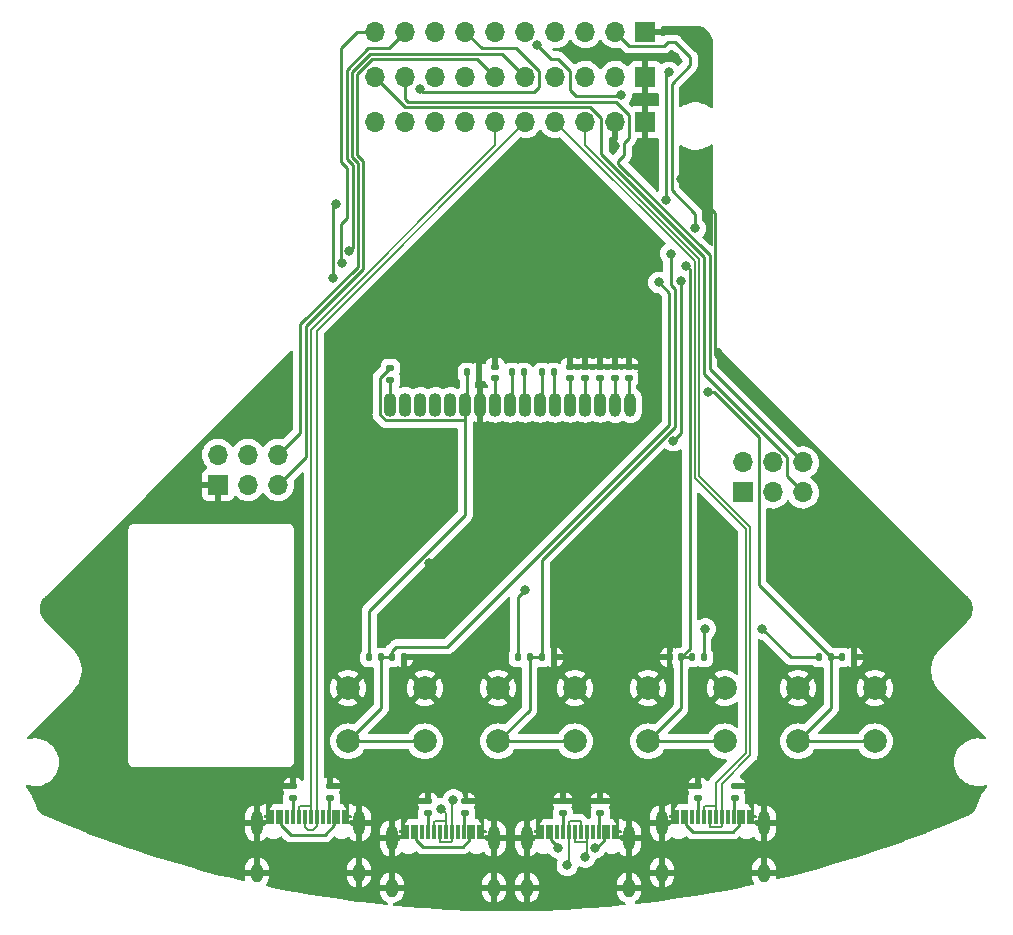
<source format=gbr>
%TF.GenerationSoftware,KiCad,Pcbnew,(6.0.5)*%
%TF.CreationDate,2022-11-15T22:48:54+09:00*%
%TF.ProjectId,IO_Board,494f5f42-6f61-4726-942e-6b696361645f,rev?*%
%TF.SameCoordinates,Original*%
%TF.FileFunction,Copper,L1,Top*%
%TF.FilePolarity,Positive*%
%FSLAX46Y46*%
G04 Gerber Fmt 4.6, Leading zero omitted, Abs format (unit mm)*
G04 Created by KiCad (PCBNEW (6.0.5)) date 2022-11-15 22:48:54*
%MOMM*%
%LPD*%
G01*
G04 APERTURE LIST*
G04 Aperture macros list*
%AMRoundRect*
0 Rectangle with rounded corners*
0 $1 Rounding radius*
0 $2 $3 $4 $5 $6 $7 $8 $9 X,Y pos of 4 corners*
0 Add a 4 corners polygon primitive as box body*
4,1,4,$2,$3,$4,$5,$6,$7,$8,$9,$2,$3,0*
0 Add four circle primitives for the rounded corners*
1,1,$1+$1,$2,$3*
1,1,$1+$1,$4,$5*
1,1,$1+$1,$6,$7*
1,1,$1+$1,$8,$9*
0 Add four rect primitives between the rounded corners*
20,1,$1+$1,$2,$3,$4,$5,0*
20,1,$1+$1,$4,$5,$6,$7,0*
20,1,$1+$1,$6,$7,$8,$9,0*
20,1,$1+$1,$8,$9,$2,$3,0*%
G04 Aperture macros list end*
%TA.AperFunction,ComponentPad*%
%ADD10C,2.000000*%
%TD*%
%TA.AperFunction,SMDPad,CuDef*%
%ADD11RoundRect,0.135000X0.185000X-0.135000X0.185000X0.135000X-0.185000X0.135000X-0.185000X-0.135000X0*%
%TD*%
%TA.AperFunction,ComponentPad*%
%ADD12R,1.700000X1.700000*%
%TD*%
%TA.AperFunction,ComponentPad*%
%ADD13O,1.700000X1.700000*%
%TD*%
%TA.AperFunction,SMDPad,CuDef*%
%ADD14RoundRect,0.140000X-0.140000X-0.170000X0.140000X-0.170000X0.140000X0.170000X-0.140000X0.170000X0*%
%TD*%
%TA.AperFunction,SMDPad,CuDef*%
%ADD15RoundRect,0.135000X-0.135000X-0.185000X0.135000X-0.185000X0.135000X0.185000X-0.135000X0.185000X0*%
%TD*%
%TA.AperFunction,SMDPad,CuDef*%
%ADD16R,0.300000X1.150000*%
%TD*%
%TA.AperFunction,ComponentPad*%
%ADD17O,1.000000X1.600000*%
%TD*%
%TA.AperFunction,ComponentPad*%
%ADD18O,1.000000X2.100000*%
%TD*%
%TA.AperFunction,SMDPad,CuDef*%
%ADD19RoundRect,0.140000X-0.170000X0.140000X-0.170000X-0.140000X0.170000X-0.140000X0.170000X0.140000X0*%
%TD*%
%TA.AperFunction,SMDPad,CuDef*%
%ADD20RoundRect,0.135000X0.135000X0.185000X-0.135000X0.185000X-0.135000X-0.185000X0.135000X-0.185000X0*%
%TD*%
%TA.AperFunction,ComponentPad*%
%ADD21O,1.100000X2.000000*%
%TD*%
%TA.AperFunction,ComponentPad*%
%ADD22O,1.000000X2.000000*%
%TD*%
%TA.AperFunction,SMDPad,CuDef*%
%ADD23RoundRect,0.140000X0.140000X0.170000X-0.140000X0.170000X-0.140000X-0.170000X0.140000X-0.170000X0*%
%TD*%
%TA.AperFunction,ViaPad*%
%ADD24C,0.800000*%
%TD*%
%TA.AperFunction,Conductor*%
%ADD25C,0.250000*%
%TD*%
%TA.AperFunction,Conductor*%
%ADD26C,0.200000*%
%TD*%
G04 APERTURE END LIST*
D10*
%TO.P,R,1*%
%TO.N,GND*%
X176765000Y-132775000D03*
X183265000Y-132775000D03*
%TO.P,R,2*%
%TO.N,R*%
X183265000Y-137275000D03*
X176765000Y-137275000D03*
%TD*%
D11*
%TO.P,R7,1*%
%TO.N,Net-(J4-PadB5)*%
X160020000Y-143385000D03*
%TO.P,R7,2*%
%TO.N,GND*%
X160020000Y-142365000D03*
%TD*%
D12*
%TO.P,J3,1,Pin_1*%
%TO.N,GND*%
X163825000Y-84836000D03*
D13*
%TO.P,J3,2,Pin_2*%
X161285000Y-84836000D03*
%TO.P,J3,3,Pin_3*%
%TO.N,Gyro D+*%
X158745000Y-84836000D03*
%TO.P,J3,4,Pin_4*%
%TO.N,Gyro D-*%
X156205000Y-84836000D03*
%TO.P,J3,5,Pin_5*%
%TO.N,Line D+*%
X153665000Y-84836000D03*
%TO.P,J3,6,Pin_6*%
%TO.N,Line D-*%
X151125000Y-84836000D03*
%TO.P,J3,7,Pin_7*%
%TO.N,Teensy D+*%
X148585000Y-84836000D03*
%TO.P,J3,8,Pin_8*%
%TO.N,Teensy D-*%
X146045000Y-84836000D03*
%TO.P,J3,9,Pin_9*%
%TO.N,Cam D+*%
X143505000Y-84836000D03*
%TO.P,J3,10,Pin_10*%
%TO.N,Cam D-*%
X140965000Y-84836000D03*
%TD*%
D11*
%TO.P,R2,1*%
%TO.N,Net-(J1-PadA5)*%
X145415000Y-143385000D03*
%TO.P,R2,2*%
%TO.N,GND*%
X145415000Y-142365000D03*
%TD*%
D14*
%TO.P,C6,1*%
%TO.N,Net-(C6-Pad1)*%
X155095000Y-106045000D03*
%TO.P,C6,2*%
%TO.N,Net-(C6-Pad2)*%
X156055000Y-106045000D03*
%TD*%
D11*
%TO.P,R12,1*%
%TO.N,Net-(J10-PadA5)*%
X133985000Y-142115000D03*
%TO.P,R12,2*%
%TO.N,GND*%
X133985000Y-141095000D03*
%TD*%
D15*
%TO.P,R9,1*%
%TO.N,+3V3*%
X140460000Y-130175000D03*
%TO.P,R9,2*%
%TO.N,L*%
X141480000Y-130175000D03*
%TD*%
D16*
%TO.P,J4,A1,GND*%
%TO.N,GND*%
X154765000Y-144920000D03*
%TO.P,J4,A4,VBUS*%
%TO.N,unconnected-(J4-PadA4)*%
X155565000Y-144920000D03*
%TO.P,J4,A5,CC1*%
%TO.N,Net-(J4-PadA5)*%
X156865000Y-144920000D03*
%TO.P,J4,A6,D+*%
%TO.N,Cam D+*%
X157865000Y-144920000D03*
%TO.P,J4,A7,D-*%
%TO.N,Cam D-*%
X158365000Y-144920000D03*
%TO.P,J4,A8,SBU1*%
%TO.N,unconnected-(J4-PadA8)*%
X159365000Y-144920000D03*
%TO.P,J4,A9,VBUS*%
%TO.N,unconnected-(J4-PadA4)*%
X160665000Y-144920000D03*
%TO.P,J4,A12,GND*%
%TO.N,GND*%
X161465000Y-144920000D03*
%TO.P,J4,B1,GND*%
X161165000Y-144920000D03*
%TO.P,J4,B4,VBUS*%
%TO.N,unconnected-(J4-PadA4)*%
X160365000Y-144920000D03*
%TO.P,J4,B5,CC2*%
%TO.N,Net-(J4-PadB5)*%
X159865000Y-144920000D03*
%TO.P,J4,B6,D+*%
%TO.N,Cam D+*%
X158865000Y-144920000D03*
%TO.P,J4,B7,D-*%
%TO.N,Cam D-*%
X157365000Y-144920000D03*
%TO.P,J4,B8,SBU2*%
%TO.N,unconnected-(J4-PadB8)*%
X156365000Y-144920000D03*
%TO.P,J4,B9,VBUS*%
%TO.N,unconnected-(J4-PadA4)*%
X155865000Y-144920000D03*
%TO.P,J4,B12,GND*%
%TO.N,GND*%
X155065000Y-144920000D03*
D17*
%TO.P,J4,S1,SHIELD*%
X162435000Y-149665000D03*
D18*
X153795000Y-145485000D03*
X162435000Y-145485000D03*
D17*
X153795000Y-149665000D03*
%TD*%
D12*
%TO.P,J9,1,Pin_1*%
%TO.N,GND*%
X172085000Y-116205000D03*
D13*
%TO.P,J9,2,Pin_2*%
%TO.N,Reset 2*%
X172085000Y-113665000D03*
%TO.P,J9,3,Pin_3*%
%TO.N,MISO 2*%
X174625000Y-116205000D03*
%TO.P,J9,4,Pin_4*%
%TO.N,+5V*%
X174625000Y-113665000D03*
%TO.P,J9,5,Pin_5*%
%TO.N,SCK 2*%
X177165000Y-116205000D03*
%TO.P,J9,6,Pin_6*%
%TO.N,MOSI 2*%
X177165000Y-113665000D03*
%TD*%
D19*
%TO.P,C11,1*%
%TO.N,GND*%
X161290000Y-105565000D03*
%TO.P,C11,2*%
%TO.N,Net-(C11-Pad2)*%
X161290000Y-106525000D03*
%TD*%
D10*
%TO.P,START,1*%
%TO.N,GND*%
X157865000Y-132775000D03*
X151365000Y-132775000D03*
%TO.P,START,2*%
%TO.N,start*%
X157865000Y-137275000D03*
X151365000Y-137275000D03*
%TD*%
D12*
%TO.P,J2,1,Pin_1*%
%TO.N,GND*%
X127650000Y-115575000D03*
D13*
%TO.P,J2,2,Pin_2*%
%TO.N,Reset 1*%
X127650000Y-113035000D03*
%TO.P,J2,3,Pin_3*%
%TO.N,MISO 1*%
X130190000Y-115575000D03*
%TO.P,J2,4,Pin_4*%
%TO.N,+5V*%
X130190000Y-113035000D03*
%TO.P,J2,5,Pin_5*%
%TO.N,SCK 1*%
X132730000Y-115575000D03*
%TO.P,J2,6,Pin_6*%
%TO.N,MOSI 1*%
X132730000Y-113035000D03*
%TD*%
D19*
%TO.P,C3,1*%
%TO.N,GND*%
X151130000Y-105565000D03*
%TO.P,C3,2*%
%TO.N,Net-(C3-Pad2)*%
X151130000Y-106525000D03*
%TD*%
D15*
%TO.P,R8,1*%
%TO.N,+3V3*%
X178560000Y-130175000D03*
%TO.P,R8,2*%
%TO.N,R*%
X179580000Y-130175000D03*
%TD*%
D16*
%TO.P,J10,A1,GND*%
%TO.N,GND*%
X131905000Y-143650000D03*
%TO.P,J10,A4,VBUS*%
%TO.N,unconnected-(J10-PadA4)*%
X132705000Y-143650000D03*
%TO.P,J10,A5,CC1*%
%TO.N,Net-(J10-PadA5)*%
X134005000Y-143650000D03*
%TO.P,J10,A6,D+*%
%TO.N,Line D+*%
X135005000Y-143650000D03*
%TO.P,J10,A7,D-*%
%TO.N,Line D-*%
X135505000Y-143650000D03*
%TO.P,J10,A8,SBU1*%
%TO.N,unconnected-(J10-PadA8)*%
X136505000Y-143650000D03*
%TO.P,J10,A9,VBUS*%
%TO.N,unconnected-(J10-PadA4)*%
X137805000Y-143650000D03*
%TO.P,J10,A12,GND*%
%TO.N,GND*%
X138605000Y-143650000D03*
%TO.P,J10,B1,GND*%
X138305000Y-143650000D03*
%TO.P,J10,B4,VBUS*%
%TO.N,unconnected-(J10-PadA4)*%
X137505000Y-143650000D03*
%TO.P,J10,B5,CC2*%
%TO.N,Net-(J10-PadB5)*%
X137005000Y-143650000D03*
%TO.P,J10,B6,D+*%
%TO.N,Line D+*%
X136005000Y-143650000D03*
%TO.P,J10,B7,D-*%
%TO.N,Line D-*%
X134505000Y-143650000D03*
%TO.P,J10,B8,SBU2*%
%TO.N,unconnected-(J10-PadB8)*%
X133505000Y-143650000D03*
%TO.P,J10,B9,VBUS*%
%TO.N,unconnected-(J10-PadA4)*%
X133005000Y-143650000D03*
%TO.P,J10,B12,GND*%
%TO.N,GND*%
X132205000Y-143650000D03*
D17*
%TO.P,J10,S1,SHIELD*%
X130935000Y-148395000D03*
X139575000Y-148395000D03*
D18*
X139575000Y-144215000D03*
X130935000Y-144215000D03*
%TD*%
D11*
%TO.P,R13,1*%
%TO.N,Net-(J10-PadB5)*%
X137160000Y-142115000D03*
%TO.P,R13,2*%
%TO.N,GND*%
X137160000Y-141095000D03*
%TD*%
D20*
%TO.P,R5,1*%
%TO.N,+3V3*%
X168785000Y-130175000D03*
%TO.P,R5,2*%
%TO.N,stop*%
X167765000Y-130175000D03*
%TD*%
D21*
%TO.P,J6,1,Pin_1*%
%TO.N,CS*%
X142240000Y-108785000D03*
%TO.P,J6,2,Pin_2*%
%TO.N,unconnected-(J6-Pad2)*%
X143510000Y-108785000D03*
%TO.P,J6,3,Pin_3*%
%TO.N,RS*%
X144780000Y-108785000D03*
%TO.P,J6,4,Pin_4*%
%TO.N,SCK*%
X146050000Y-108785000D03*
%TO.P,J6,5,Pin_5*%
%TO.N,MOSI*%
X147320000Y-108785000D03*
%TO.P,J6,6,Pin_6*%
%TO.N,+3V3*%
X148590000Y-108785000D03*
%TO.P,J6,7,Pin_7*%
%TO.N,GND*%
X149860000Y-108785000D03*
%TO.P,J6,8,Pin_8*%
%TO.N,Net-(C3-Pad2)*%
X151130000Y-108785000D03*
%TO.P,J6,9,Pin_9*%
%TO.N,Net-(C5-Pad1)*%
X152400000Y-108785000D03*
%TO.P,J6,10,Pin_10*%
%TO.N,Net-(C5-Pad2)*%
X153670000Y-108785000D03*
%TO.P,J6,11,Pin_11*%
%TO.N,Net-(C6-Pad1)*%
X154940000Y-108785000D03*
%TO.P,J6,12,Pin_12*%
%TO.N,Net-(C6-Pad2)*%
X156210000Y-108785000D03*
%TO.P,J6,13,Pin_13*%
%TO.N,Net-(C7-Pad2)*%
X157480000Y-108785000D03*
%TO.P,J6,14,Pin_14*%
%TO.N,Net-(C8-Pad2)*%
X158750000Y-108785000D03*
%TO.P,J6,15,Pin_15*%
%TO.N,Net-(C10-Pad2)*%
X160020000Y-108785000D03*
D22*
%TO.P,J6,16,Pin_16*%
%TO.N,Net-(C11-Pad2)*%
X161290000Y-108795000D03*
%TO.P,J6,17,Pin_17*%
%TO.N,Net-(C12-Pad2)*%
X162560000Y-108795000D03*
%TD*%
D14*
%TO.P,C9,1*%
%TO.N,R*%
X180495000Y-130175000D03*
%TO.P,C9,2*%
%TO.N,GND*%
X181455000Y-130175000D03*
%TD*%
D10*
%TO.P,L,1*%
%TO.N,GND*%
X145165000Y-132775000D03*
X138665000Y-132775000D03*
%TO.P,L,2*%
%TO.N,L*%
X138665000Y-137275000D03*
X145165000Y-137275000D03*
%TD*%
D19*
%TO.P,C12,1*%
%TO.N,GND*%
X162405000Y-105565000D03*
%TO.P,C12,2*%
%TO.N,Net-(C12-Pad2)*%
X162405000Y-106525000D03*
%TD*%
%TO.P,C7,1*%
%TO.N,GND*%
X157480000Y-105565000D03*
%TO.P,C7,2*%
%TO.N,Net-(C7-Pad2)*%
X157480000Y-106525000D03*
%TD*%
D14*
%TO.P,C1,1*%
%TO.N,start*%
X155095000Y-130175000D03*
%TO.P,C1,2*%
%TO.N,GND*%
X156055000Y-130175000D03*
%TD*%
D11*
%TO.P,R11,1*%
%TO.N,Net-(J7-PadB5)*%
X171450000Y-142115000D03*
%TO.P,R11,2*%
%TO.N,GND*%
X171450000Y-141095000D03*
%TD*%
%TO.P,R6,1*%
%TO.N,Net-(J4-PadA5)*%
X156845000Y-143385000D03*
%TO.P,R6,2*%
%TO.N,GND*%
X156845000Y-142365000D03*
%TD*%
D15*
%TO.P,R1,1*%
%TO.N,+3V3*%
X153035000Y-130175000D03*
%TO.P,R1,2*%
%TO.N,start*%
X154055000Y-130175000D03*
%TD*%
D23*
%TO.P,C4,1*%
%TO.N,GND*%
X149705000Y-106045000D03*
%TO.P,C4,2*%
%TO.N,+3V3*%
X148745000Y-106045000D03*
%TD*%
D19*
%TO.P,C10,1*%
%TO.N,GND*%
X160020000Y-105565000D03*
%TO.P,C10,2*%
%TO.N,Net-(C10-Pad2)*%
X160020000Y-106525000D03*
%TD*%
%TO.P,C8,1*%
%TO.N,GND*%
X158750000Y-105565000D03*
%TO.P,C8,2*%
%TO.N,Net-(C8-Pad2)*%
X158750000Y-106525000D03*
%TD*%
D23*
%TO.P,C2,1*%
%TO.N,stop*%
X166850000Y-130175000D03*
%TO.P,C2,2*%
%TO.N,GND*%
X165890000Y-130175000D03*
%TD*%
D14*
%TO.P,C13,1*%
%TO.N,L*%
X142395000Y-130175000D03*
%TO.P,C13,2*%
%TO.N,GND*%
X143355000Y-130175000D03*
%TD*%
D10*
%TO.P,STOP,1*%
%TO.N,GND*%
X164065000Y-132775000D03*
X170565000Y-132775000D03*
%TO.P,STOP,2*%
%TO.N,stop*%
X170565000Y-137275000D03*
X164065000Y-137275000D03*
%TD*%
D14*
%TO.P,C5,1*%
%TO.N,Net-(C5-Pad1)*%
X152555000Y-106045000D03*
%TO.P,C5,2*%
%TO.N,Net-(C5-Pad2)*%
X153515000Y-106045000D03*
%TD*%
D11*
%TO.P,R10,1*%
%TO.N,Net-(J7-PadA5)*%
X168275000Y-142115000D03*
%TO.P,R10,2*%
%TO.N,GND*%
X168275000Y-141095000D03*
%TD*%
%TO.P,R3,1*%
%TO.N,Net-(J1-PadB5)*%
X148590000Y-143385000D03*
%TO.P,R3,2*%
%TO.N,GND*%
X148590000Y-142365000D03*
%TD*%
D16*
%TO.P,J7,A1,GND*%
%TO.N,GND*%
X166195000Y-143650000D03*
%TO.P,J7,A4,VBUS*%
%TO.N,unconnected-(J7-PadA4)*%
X166995000Y-143650000D03*
%TO.P,J7,A5,CC1*%
%TO.N,Net-(J7-PadA5)*%
X168295000Y-143650000D03*
%TO.P,J7,A6,D+*%
%TO.N,Gyro D+*%
X169295000Y-143650000D03*
%TO.P,J7,A7,D-*%
%TO.N,Gyro D-*%
X169795000Y-143650000D03*
%TO.P,J7,A8,SBU1*%
%TO.N,unconnected-(J7-PadA8)*%
X170795000Y-143650000D03*
%TO.P,J7,A9,VBUS*%
%TO.N,unconnected-(J7-PadA4)*%
X172095000Y-143650000D03*
%TO.P,J7,A12,GND*%
%TO.N,GND*%
X172895000Y-143650000D03*
%TO.P,J7,B1,GND*%
X172595000Y-143650000D03*
%TO.P,J7,B4,VBUS*%
%TO.N,unconnected-(J7-PadA4)*%
X171795000Y-143650000D03*
%TO.P,J7,B5,CC2*%
%TO.N,Net-(J7-PadB5)*%
X171295000Y-143650000D03*
%TO.P,J7,B6,D+*%
%TO.N,Gyro D+*%
X170295000Y-143650000D03*
%TO.P,J7,B7,D-*%
%TO.N,Gyro D-*%
X168795000Y-143650000D03*
%TO.P,J7,B8,SBU2*%
%TO.N,unconnected-(J7-PadB8)*%
X167795000Y-143650000D03*
%TO.P,J7,B9,VBUS*%
%TO.N,unconnected-(J7-PadA4)*%
X167295000Y-143650000D03*
%TO.P,J7,B12,GND*%
%TO.N,GND*%
X166495000Y-143650000D03*
D18*
%TO.P,J7,S1,SHIELD*%
X165225000Y-144215000D03*
D17*
X173865000Y-148395000D03*
X165225000Y-148395000D03*
D18*
X173865000Y-144215000D03*
%TD*%
D12*
%TO.P,J5,1,Pin_1*%
%TO.N,GND*%
X163830000Y-77216000D03*
D13*
%TO.P,J5,2,Pin_2*%
%TO.N,+3V3*%
X161290000Y-77216000D03*
%TO.P,J5,3,Pin_3*%
%TO.N,start*%
X158750000Y-77216000D03*
%TO.P,J5,4,Pin_4*%
%TO.N,stop*%
X156210000Y-77216000D03*
%TO.P,J5,5,Pin_5*%
%TO.N,R*%
X153670000Y-77216000D03*
%TO.P,J5,6,Pin_6*%
%TO.N,L*%
X151130000Y-77216000D03*
%TO.P,J5,7,Pin_7*%
%TO.N,CS*%
X148590000Y-77216000D03*
%TO.P,J5,8,Pin_8*%
%TO.N,MOSI*%
X146050000Y-77216000D03*
%TO.P,J5,9,Pin_9*%
%TO.N,RS*%
X143510000Y-77216000D03*
%TO.P,J5,10,Pin_10*%
%TO.N,SCK*%
X140970000Y-77216000D03*
%TD*%
D11*
%TO.P,R4,1*%
%TO.N,CS*%
X142240000Y-106680000D03*
%TO.P,R4,2*%
%TO.N,+3V3*%
X142240000Y-105660000D03*
%TD*%
D12*
%TO.P,J8,1,Pin_1*%
%TO.N,GND*%
X163830000Y-81026000D03*
D13*
%TO.P,J8,2,Pin_2*%
%TO.N,+5V*%
X161290000Y-81026000D03*
%TO.P,J8,3,Pin_3*%
%TO.N,Reset 1*%
X158750000Y-81026000D03*
%TO.P,J8,4,Pin_4*%
%TO.N,MISO 1*%
X156210000Y-81026000D03*
%TO.P,J8,5,Pin_5*%
%TO.N,MOSI 1*%
X153670000Y-81026000D03*
%TO.P,J8,6,Pin_6*%
%TO.N,SCK 1*%
X151130000Y-81026000D03*
%TO.P,J8,7,Pin_7*%
%TO.N,Reset 2*%
X148590000Y-81026000D03*
%TO.P,J8,8,Pin_8*%
%TO.N,MISO 2*%
X146050000Y-81026000D03*
%TO.P,J8,9,Pin_9*%
%TO.N,MOSI 2*%
X143510000Y-81026000D03*
%TO.P,J8,10,Pin_10*%
%TO.N,SCK 2*%
X140970000Y-81026000D03*
%TD*%
D16*
%TO.P,J1,A1,GND*%
%TO.N,GND*%
X143335000Y-144920000D03*
%TO.P,J1,A4,VBUS*%
%TO.N,unconnected-(J1-PadA4)*%
X144135000Y-144920000D03*
%TO.P,J1,A5,CC1*%
%TO.N,Net-(J1-PadA5)*%
X145435000Y-144920000D03*
%TO.P,J1,A6,D+*%
%TO.N,Teensy D+*%
X146435000Y-144920000D03*
%TO.P,J1,A7,D-*%
%TO.N,Teensy D-*%
X146935000Y-144920000D03*
%TO.P,J1,A8,SBU1*%
%TO.N,unconnected-(J1-PadA8)*%
X147935000Y-144920000D03*
%TO.P,J1,A9,VBUS*%
%TO.N,unconnected-(J1-PadA4)*%
X149235000Y-144920000D03*
%TO.P,J1,A12,GND*%
%TO.N,GND*%
X150035000Y-144920000D03*
%TO.P,J1,B1,GND*%
X149735000Y-144920000D03*
%TO.P,J1,B4,VBUS*%
%TO.N,unconnected-(J1-PadA4)*%
X148935000Y-144920000D03*
%TO.P,J1,B5,CC2*%
%TO.N,Net-(J1-PadB5)*%
X148435000Y-144920000D03*
%TO.P,J1,B6,D+*%
%TO.N,Teensy D+*%
X147435000Y-144920000D03*
%TO.P,J1,B7,D-*%
%TO.N,Teensy D-*%
X145935000Y-144920000D03*
%TO.P,J1,B8,SBU2*%
%TO.N,unconnected-(J1-PadB8)*%
X144935000Y-144920000D03*
%TO.P,J1,B9,VBUS*%
%TO.N,unconnected-(J1-PadA4)*%
X144435000Y-144920000D03*
%TO.P,J1,B12,GND*%
%TO.N,GND*%
X143635000Y-144920000D03*
D17*
%TO.P,J1,S1,SHIELD*%
X151005000Y-149665000D03*
D18*
X151005000Y-145485000D03*
D17*
X142365000Y-149665000D03*
D18*
X142365000Y-145485000D03*
%TD*%
D24*
%TO.N,start*%
X165621342Y-91426658D03*
X165966201Y-95985247D03*
X165824500Y-80645000D03*
%TO.N,GND*%
X164592000Y-86614000D03*
X167386000Y-136144000D03*
X133350000Y-105410000D03*
X163322000Y-88646000D03*
X164338000Y-124206000D03*
X153924000Y-116586000D03*
X166370000Y-79375000D03*
X145542000Y-122174000D03*
X123952000Y-116586000D03*
X163830000Y-117602000D03*
X152654000Y-98298000D03*
X158242000Y-149860000D03*
X166878000Y-89662000D03*
X160020000Y-99568000D03*
X142494000Y-136144000D03*
X128524000Y-110490000D03*
X140716000Y-114046000D03*
X180594000Y-115316000D03*
X153670000Y-102108000D03*
X161290000Y-86868000D03*
X167640000Y-77470000D03*
X168148000Y-82296000D03*
X135255000Y-148590000D03*
X145288000Y-113792000D03*
X183896000Y-118618000D03*
X156210000Y-87884000D03*
X152146000Y-91694000D03*
X160020000Y-94488000D03*
X140970000Y-122174000D03*
X180340000Y-136144000D03*
X158750000Y-124714000D03*
X146812000Y-149606000D03*
X169672000Y-148590000D03*
X155194000Y-136144000D03*
X170621278Y-105476722D03*
%TO.N,stop*%
X167302981Y-97028000D03*
%TO.N,+3V3*%
X168910000Y-127762000D03*
X166853461Y-98298000D03*
X166184158Y-111828158D03*
X153670000Y-124460000D03*
X173736000Y-127762000D03*
X168034342Y-93839658D03*
%TO.N,R*%
X169164000Y-107696000D03*
%TO.N,L*%
X161798830Y-82548954D03*
X164978018Y-98419982D03*
X154622149Y-78313757D03*
%TO.N,Teensy D+*%
X147574000Y-142240000D03*
%TO.N,Teensy D-*%
X146558000Y-143002000D03*
%TO.N,Cam D+*%
X158750000Y-147066000D03*
%TO.N,Cam D-*%
X157226000Y-147765500D03*
%TO.N,unconnected-(J4-PadA4)*%
X156464000Y-146304000D03*
X159564500Y-146304000D03*
%TO.N,CS*%
X144780000Y-82042000D03*
%TO.N,MOSI*%
X137392100Y-98044000D03*
X137644596Y-91820708D03*
%TO.N,RS*%
X138779980Y-95758000D03*
%TO.N,SCK*%
X138176000Y-96774000D03*
%TD*%
D25*
%TO.N,start*%
X165966201Y-98656201D02*
X166311520Y-99001520D01*
X154055000Y-130175000D02*
X154055000Y-134585000D01*
X154055000Y-134585000D02*
X151365000Y-137275000D01*
X155095000Y-121892718D02*
X155095000Y-130175000D01*
X166311520Y-110676198D02*
X155095000Y-121892718D01*
X154055000Y-130175000D02*
X155095000Y-130175000D01*
X151365000Y-137275000D02*
X157865000Y-137275000D01*
X165966201Y-95985247D02*
X165966201Y-98656201D01*
X165608000Y-80861500D02*
X165608000Y-91413316D01*
X165608000Y-91413316D02*
X165621342Y-91426658D01*
X166311520Y-99001520D02*
X166311520Y-110676198D01*
X165824500Y-80645000D02*
X165608000Y-80861500D01*
%TO.N,GND*%
X166878000Y-89662000D02*
X169725559Y-92509559D01*
X149705000Y-108130000D02*
X149860000Y-108285000D01*
X149705000Y-106045000D02*
X149705000Y-108130000D01*
X169725559Y-92509559D02*
X169725559Y-99568000D01*
X169725559Y-104581003D02*
X170621278Y-105476722D01*
X169725559Y-99568000D02*
X169725559Y-104581003D01*
%TO.N,stop*%
X167577961Y-129447039D02*
X166850000Y-130175000D01*
X167302981Y-97028000D02*
X167577961Y-97302980D01*
X164065000Y-137275000D02*
X170565000Y-137275000D01*
X167577961Y-97302980D02*
X167577961Y-129447039D01*
X166850000Y-130175000D02*
X166850000Y-134490000D01*
X166850000Y-134490000D02*
X164065000Y-137275000D01*
X166850000Y-130175000D02*
X167765000Y-130175000D01*
%TO.N,Net-(C3-Pad2)*%
X151130000Y-106525000D02*
X151130000Y-108285000D01*
%TO.N,+3V3*%
X166370000Y-78105000D02*
X167640000Y-79375000D01*
X166878000Y-98322539D02*
X166878000Y-111134316D01*
X167640000Y-80010000D02*
X166057520Y-81592480D01*
X141365480Y-106534520D02*
X141365480Y-109615480D01*
X167640000Y-79375000D02*
X167640000Y-80010000D01*
X166057520Y-81592480D02*
X166057520Y-90619520D01*
X168785000Y-130175000D02*
X168785000Y-127887000D01*
X168785000Y-127887000D02*
X168910000Y-127762000D01*
X161290000Y-77216000D02*
X162464511Y-78390511D01*
X142240000Y-105660000D02*
X141365480Y-106534520D01*
X148745000Y-108130000D02*
X148590000Y-108285000D01*
X141859520Y-110109520D02*
X148462480Y-110109520D01*
X166853461Y-98298000D02*
X166878000Y-98322539D01*
X165735000Y-78105000D02*
X166370000Y-78105000D01*
X176149000Y-130175000D02*
X173736000Y-127762000D01*
X148745000Y-106045000D02*
X148745000Y-108130000D01*
X148462480Y-110109520D02*
X148590000Y-109982000D01*
X165449489Y-78390511D02*
X165735000Y-78105000D01*
X153035000Y-125095000D02*
X153670000Y-124460000D01*
X148590000Y-118101386D02*
X148590000Y-108285000D01*
X166057520Y-90619520D02*
X168034342Y-92596342D01*
X153035000Y-130175000D02*
X153035000Y-125095000D01*
X166878000Y-111134316D02*
X166184158Y-111828158D01*
X178560000Y-130175000D02*
X176149000Y-130175000D01*
X141365480Y-109615480D02*
X141859520Y-110109520D01*
X140460000Y-126231386D02*
X148590000Y-118101386D01*
X162464511Y-78390511D02*
X165449489Y-78390511D01*
X148590000Y-109982000D02*
X148590000Y-108285000D01*
X168034342Y-92596342D02*
X168034342Y-93839658D01*
X140460000Y-130175000D02*
X140460000Y-126231386D01*
%TO.N,Net-(C5-Pad1)*%
X152555000Y-106045000D02*
X152555000Y-108130000D01*
X152555000Y-108130000D02*
X152400000Y-108285000D01*
%TO.N,Net-(C5-Pad2)*%
X153515000Y-108130000D02*
X153670000Y-108285000D01*
X153515000Y-106045000D02*
X153515000Y-108130000D01*
%TO.N,Net-(C6-Pad1)*%
X155095000Y-108130000D02*
X154940000Y-108285000D01*
X155095000Y-106045000D02*
X155095000Y-108130000D01*
%TO.N,Net-(C6-Pad2)*%
X156055000Y-106045000D02*
X156055000Y-108130000D01*
X156055000Y-108130000D02*
X156210000Y-108285000D01*
%TO.N,Net-(C7-Pad2)*%
X157480000Y-106525000D02*
X157480000Y-108285000D01*
%TO.N,Net-(C8-Pad2)*%
X158750000Y-106525000D02*
X158750000Y-108285000D01*
%TO.N,R*%
X179580000Y-130175000D02*
X173450489Y-124045489D01*
X170688000Y-108712000D02*
X169672000Y-107696000D01*
X173450489Y-111474489D02*
X170688000Y-108712000D01*
X179580000Y-130175000D02*
X180495000Y-130175000D01*
X179580000Y-130175000D02*
X179580000Y-134460000D01*
X176765000Y-137275000D02*
X183265000Y-137275000D01*
X169672000Y-107696000D02*
X169164000Y-107696000D01*
X179580000Y-134460000D02*
X176765000Y-137275000D01*
X173450489Y-124045489D02*
X173450489Y-111474489D01*
%TO.N,Net-(C10-Pad2)*%
X160020000Y-106525000D02*
X160020000Y-108285000D01*
%TO.N,Net-(C11-Pad2)*%
X161290000Y-106525000D02*
X161290000Y-108295000D01*
%TO.N,Net-(C12-Pad2)*%
X162405000Y-106525000D02*
X162405000Y-108140000D01*
X162405000Y-108140000D02*
X162560000Y-108295000D01*
%TO.N,L*%
X138665000Y-137275000D02*
X145165000Y-137275000D01*
X157988000Y-82666960D02*
X157480000Y-82158960D01*
X157480000Y-80518000D02*
X156464000Y-79502000D01*
X147066000Y-129286000D02*
X142748000Y-129286000D01*
X157480000Y-82158960D02*
X157480000Y-80518000D01*
X165862000Y-110490000D02*
X147066000Y-129286000D01*
X141480000Y-130175000D02*
X141480000Y-134460000D01*
X164978018Y-98419982D02*
X165862000Y-99303964D01*
X141480000Y-134460000D02*
X138665000Y-137275000D01*
X142395000Y-129639000D02*
X142395000Y-130175000D01*
X161798830Y-82548954D02*
X161680824Y-82666960D01*
X161680824Y-82666960D02*
X157988000Y-82666960D01*
X155810392Y-79502000D02*
X154622149Y-78313757D01*
X141480000Y-130175000D02*
X142395000Y-130175000D01*
X142748000Y-129286000D02*
X142395000Y-129639000D01*
X165862000Y-99303964D02*
X165862000Y-110490000D01*
X156464000Y-79502000D02*
X155810392Y-79502000D01*
%TO.N,unconnected-(J1-PadA4)*%
X144435000Y-144920000D02*
X144435000Y-145635727D01*
X148351696Y-146219031D02*
X147658969Y-146219031D01*
X148935000Y-145635727D02*
X148351696Y-146219031D01*
X144435000Y-145635727D02*
X145018304Y-146219031D01*
X148935000Y-144920000D02*
X148935000Y-145635727D01*
X147658969Y-146219031D02*
X148190480Y-146219031D01*
X146812000Y-146219031D02*
X147658969Y-146219031D01*
X145018304Y-146219031D02*
X146812000Y-146219031D01*
%TO.N,Net-(J1-PadA5)*%
X145415000Y-144900000D02*
X145435000Y-144920000D01*
X145415000Y-143385000D02*
X145415000Y-144900000D01*
D26*
%TO.N,Teensy D+*%
X146429511Y-145794511D02*
X146429511Y-144925489D01*
X147435000Y-145744022D02*
X147384511Y-145794511D01*
X147435000Y-144920000D02*
X147435000Y-145744022D01*
X146429511Y-144925489D02*
X146435000Y-144920000D01*
X147384511Y-145794511D02*
X146429511Y-145794511D01*
X147435000Y-142379000D02*
X147435000Y-144920000D01*
X147574000Y-142240000D02*
X147435000Y-142379000D01*
%TO.N,Teensy D-*%
X146884511Y-144045489D02*
X146935000Y-144095978D01*
X145935000Y-144920000D02*
X145935000Y-144095978D01*
X146935000Y-144920000D02*
X146935000Y-143379000D01*
X145985489Y-144045489D02*
X146884511Y-144045489D01*
X146935000Y-144095978D02*
X146935000Y-144920000D01*
X145935000Y-144095978D02*
X145985489Y-144045489D01*
X146935000Y-143379000D02*
X146558000Y-143002000D01*
D25*
%TO.N,Net-(J1-PadB5)*%
X148435000Y-143540000D02*
X148435000Y-144920000D01*
X148590000Y-143385000D02*
X148435000Y-143540000D01*
%TO.N,SCK 1*%
X149606000Y-79502000D02*
X140716000Y-79502000D01*
X135080480Y-113224520D02*
X132730000Y-115575000D01*
X139954000Y-97282000D02*
X135080480Y-102155520D01*
X139446000Y-80772000D02*
X139446000Y-87630000D01*
X139954000Y-88138000D02*
X139954000Y-97282000D01*
X139446000Y-87630000D02*
X139954000Y-88138000D01*
X135080480Y-102155520D02*
X135080480Y-113224520D01*
X140716000Y-79502000D02*
X139446000Y-80772000D01*
X151130000Y-81026000D02*
X149606000Y-79502000D01*
%TO.N,MOSI 1*%
X138996480Y-80585803D02*
X138996480Y-87825520D01*
X138996480Y-87825520D02*
X139504480Y-88333520D01*
X134630960Y-101969322D02*
X134630960Y-111134040D01*
X153670000Y-81026000D02*
X151696480Y-79052480D01*
X151696480Y-79052480D02*
X140529802Y-79052480D01*
X140529802Y-79052480D02*
X138996480Y-80585803D01*
X134630960Y-111134040D02*
X132730000Y-113035000D01*
X139504480Y-88333520D02*
X139504480Y-97095802D01*
X139504480Y-97095802D02*
X134630960Y-101969322D01*
D26*
%TO.N,Gyro D+*%
X168402000Y-96467994D02*
X168402000Y-114808000D01*
X158745000Y-86810994D02*
X168402000Y-96467994D01*
X170244511Y-144524511D02*
X169345489Y-144524511D01*
X158745000Y-84836000D02*
X158745000Y-86810994D01*
X172720000Y-138430000D02*
X170295000Y-140855000D01*
X172720000Y-119126000D02*
X172720000Y-138430000D01*
X170295000Y-143650000D02*
X170295000Y-144474022D01*
X169345489Y-144524511D02*
X169295000Y-144474022D01*
X170295000Y-144474022D02*
X170244511Y-144524511D01*
X169295000Y-144474022D02*
X169295000Y-143650000D01*
X170295000Y-140855000D02*
X170295000Y-143650000D01*
X168402000Y-114808000D02*
X172720000Y-119126000D01*
%TO.N,Gyro D-*%
X169744511Y-142775489D02*
X169795000Y-142825978D01*
X168795000Y-143650000D02*
X168795000Y-142825978D01*
X168795000Y-142825978D02*
X168845489Y-142775489D01*
X168002481Y-96633481D02*
X168002481Y-114973487D01*
X169795000Y-142825978D02*
X169795000Y-143650000D01*
X169795000Y-140789994D02*
X169795000Y-143650000D01*
X168845489Y-142775489D02*
X169744511Y-142775489D01*
X168002481Y-114973487D02*
X172320480Y-119291486D01*
X172320480Y-138264514D02*
X169795000Y-140789994D01*
X156205000Y-84836000D02*
X168002481Y-96633481D01*
X172320480Y-119291486D02*
X172320480Y-138264514D01*
%TO.N,Line D+*%
X135005000Y-144530000D02*
X135005000Y-143650000D01*
X135255000Y-144780000D02*
X135005000Y-144530000D01*
X135699022Y-144780000D02*
X135255000Y-144780000D01*
X136005000Y-144474022D02*
X135699022Y-144780000D01*
X136005000Y-143650000D02*
X136005000Y-102496000D01*
X136005000Y-102496000D02*
X153665000Y-84836000D01*
X136005000Y-143650000D02*
X136005000Y-144474022D01*
%TO.N,Line D-*%
X134505000Y-143650000D02*
X134505000Y-142825978D01*
X134555489Y-142775489D02*
X135454511Y-142775489D01*
X135505000Y-142825978D02*
X135505000Y-143650000D01*
X134505000Y-142825978D02*
X134555489Y-142775489D01*
X135454511Y-142775489D02*
X135505000Y-142825978D01*
X135505000Y-102430994D02*
X151125000Y-86810994D01*
X151125000Y-86810994D02*
X151125000Y-84836000D01*
X135505000Y-143650000D02*
X135505000Y-102430994D01*
%TO.N,Cam D+*%
X157865000Y-145744022D02*
X157865000Y-144920000D01*
X158814511Y-145794511D02*
X157915489Y-145794511D01*
X157915489Y-145794511D02*
X157865000Y-145744022D01*
X158865000Y-144920000D02*
X158865000Y-145744022D01*
X158865000Y-146951000D02*
X158865000Y-144920000D01*
X158750000Y-147066000D02*
X158865000Y-146951000D01*
X158865000Y-145744022D02*
X158814511Y-145794511D01*
%TO.N,Cam D-*%
X157365000Y-144920000D02*
X157365000Y-144095978D01*
X157415489Y-144045489D02*
X158314511Y-144045489D01*
X157365000Y-144920000D02*
X157365000Y-147626500D01*
X158314511Y-144045489D02*
X158365000Y-144095978D01*
X157365000Y-147626500D02*
X157226000Y-147765500D01*
X158365000Y-144095978D02*
X158365000Y-144920000D01*
X157365000Y-144095978D02*
X157415489Y-144045489D01*
D25*
%TO.N,unconnected-(J4-PadA4)*%
X155865000Y-145635727D02*
X156464000Y-146234727D01*
X160365000Y-145635727D02*
X159696727Y-146304000D01*
X155865000Y-144920000D02*
X155865000Y-145635727D01*
X160365000Y-144920000D02*
X160365000Y-145635727D01*
X159696727Y-146304000D02*
X159564500Y-146304000D01*
X156464000Y-146234727D02*
X156464000Y-146304000D01*
%TO.N,Net-(J4-PadA5)*%
X156845000Y-143385000D02*
X156845000Y-144900000D01*
X156845000Y-144900000D02*
X156865000Y-144920000D01*
%TO.N,Net-(J4-PadB5)*%
X159865000Y-143540000D02*
X159865000Y-144920000D01*
X160020000Y-143385000D02*
X159865000Y-143540000D01*
%TO.N,CS*%
X145034000Y-82296000D02*
X144780000Y-82042000D01*
X154844511Y-81883489D02*
X154432000Y-82296000D01*
X142240000Y-106680000D02*
X142240000Y-108285000D01*
X149976960Y-78602960D02*
X152907970Y-78602960D01*
X152907970Y-78602960D02*
X154844511Y-80539501D01*
X154844511Y-80539501D02*
X154844511Y-81883489D01*
X148590000Y-77216000D02*
X149976960Y-78602960D01*
X154432000Y-82296000D02*
X145034000Y-82296000D01*
%TO.N,MOSI*%
X137414000Y-92051304D02*
X137644596Y-91820708D01*
X137392100Y-98044000D02*
X137414000Y-98022100D01*
X137414000Y-98022100D02*
X137414000Y-92051304D01*
%TO.N,RS*%
X139054960Y-95483020D02*
X139054960Y-88519718D01*
X138779980Y-95758000D02*
X139054960Y-95483020D01*
X138546960Y-80399606D02*
X140343604Y-78602960D01*
X142123040Y-78602960D02*
X143510000Y-77216000D01*
X139054960Y-88519718D02*
X138546960Y-88011718D01*
X138546960Y-88011718D02*
X138546960Y-80399606D01*
X140343604Y-78602960D02*
X142123040Y-78602960D01*
%TO.N,SCK*%
X138097440Y-78564560D02*
X139446000Y-77216000D01*
X138055469Y-93513971D02*
X138605440Y-92964000D01*
X138055469Y-96653469D02*
X138055469Y-93513971D01*
X138605440Y-92964000D02*
X138605440Y-88705915D01*
X138605440Y-88705915D02*
X138097440Y-88197915D01*
X138097440Y-88197915D02*
X138097440Y-78564560D01*
X138176000Y-96774000D02*
X138055469Y-96653469D01*
X139446000Y-77216000D02*
X140970000Y-77216000D01*
%TO.N,unconnected-(J7-PadA4)*%
X167295000Y-144365727D02*
X167295000Y-143650000D01*
X171211697Y-144949030D02*
X167878304Y-144949031D01*
X171795000Y-144365727D02*
X171211697Y-144949030D01*
X167878304Y-144949031D02*
X167295000Y-144365727D01*
X171795000Y-143650000D02*
X171795000Y-144365727D01*
%TO.N,Net-(J7-PadA5)*%
X168275000Y-143630000D02*
X168295000Y-143650000D01*
X168275000Y-142115000D02*
X168275000Y-143630000D01*
%TO.N,Net-(J7-PadB5)*%
X171450000Y-142115000D02*
X171295000Y-142270000D01*
X171295000Y-142270000D02*
X171295000Y-143650000D01*
%TO.N,MOSI 2*%
X162052000Y-87630000D02*
X162052000Y-86614000D01*
X177165000Y-113665000D02*
X169276039Y-105776039D01*
X161348480Y-83116480D02*
X143696198Y-83116480D01*
X143510000Y-82930282D02*
X143510000Y-81026000D01*
X143696198Y-83116480D02*
X143510000Y-82930282D01*
X161544000Y-88373914D02*
X161544000Y-88138000D01*
X162459511Y-84227511D02*
X161348480Y-83116480D01*
X161544000Y-88138000D02*
X162052000Y-87630000D01*
X162459511Y-86206489D02*
X162459511Y-84227511D01*
X169276039Y-105776039D02*
X169276039Y-96105953D01*
X169276039Y-96105953D02*
X161544000Y-88373914D01*
X162052000Y-86614000D02*
X162459511Y-86206489D01*
%TO.N,SCK 2*%
X168826519Y-106205509D02*
X175799511Y-113178501D01*
X175799511Y-114839511D02*
X177165000Y-116205000D01*
X160110489Y-87576121D02*
X168826519Y-96292151D01*
X168826519Y-96292151D02*
X168826519Y-106205509D01*
X160110489Y-84540479D02*
X160110489Y-87576121D01*
X159136010Y-83566000D02*
X160110489Y-84540479D01*
X175799511Y-113178501D02*
X175799511Y-114839511D01*
X140970000Y-81026000D02*
X143510000Y-83566000D01*
X143510000Y-83566000D02*
X159136010Y-83566000D01*
%TO.N,unconnected-(J10-PadA4)*%
X137505000Y-143650000D02*
X137505000Y-144365727D01*
X133843792Y-145204519D02*
X133005000Y-144365727D01*
X137505000Y-144365727D02*
X136666208Y-145204519D01*
X136666208Y-145204519D02*
X133843792Y-145204519D01*
X133005000Y-144365727D02*
X133005000Y-143650000D01*
%TO.N,Net-(J10-PadA5)*%
X133985000Y-142115000D02*
X133985000Y-143630000D01*
X133985000Y-143630000D02*
X134005000Y-143650000D01*
%TO.N,Net-(J10-PadB5)*%
X137005000Y-142270000D02*
X137005000Y-143650000D01*
X137160000Y-142115000D02*
X137005000Y-142270000D01*
%TD*%
%TA.AperFunction,Conductor*%
%TO.N,GND*%
G36*
X155017026Y-85511144D02*
G01*
X155044875Y-85542994D01*
X155104987Y-85641088D01*
X155251250Y-85809938D01*
X155423126Y-85952632D01*
X155616000Y-86065338D01*
X155620825Y-86067180D01*
X155620826Y-86067181D01*
X155671292Y-86086452D01*
X155824692Y-86145030D01*
X155829760Y-86146061D01*
X155829763Y-86146062D01*
X155924862Y-86165410D01*
X156043597Y-86189567D01*
X156048772Y-86189757D01*
X156048774Y-86189757D01*
X156261673Y-86197564D01*
X156261677Y-86197564D01*
X156266837Y-86197753D01*
X156271957Y-86197097D01*
X156271959Y-86197097D01*
X156342151Y-86188105D01*
X156488416Y-86169368D01*
X156493370Y-86167882D01*
X156493378Y-86167880D01*
X156562023Y-86147285D01*
X156633018Y-86146867D01*
X156687326Y-86178875D01*
X165516992Y-95008541D01*
X165551018Y-95070853D01*
X165545953Y-95141668D01*
X165501959Y-95199571D01*
X165421528Y-95258007D01*
X165383354Y-95285743D01*
X165354948Y-95306381D01*
X165227161Y-95448303D01*
X165131674Y-95613691D01*
X165072659Y-95795319D01*
X165052697Y-95985247D01*
X165072659Y-96175175D01*
X165131674Y-96356803D01*
X165227161Y-96522191D01*
X165300338Y-96603462D01*
X165331054Y-96667468D01*
X165332701Y-96687771D01*
X165332701Y-97410978D01*
X165312699Y-97479099D01*
X165259043Y-97525592D01*
X165188769Y-97535696D01*
X165180505Y-97534225D01*
X165079964Y-97512855D01*
X165079965Y-97512855D01*
X165073505Y-97511482D01*
X164882531Y-97511482D01*
X164876079Y-97512854D01*
X164876074Y-97512854D01*
X164789131Y-97531335D01*
X164695730Y-97551188D01*
X164689700Y-97553873D01*
X164689699Y-97553873D01*
X164527296Y-97626179D01*
X164527294Y-97626180D01*
X164521266Y-97628864D01*
X164366765Y-97741116D01*
X164238978Y-97883038D01*
X164143491Y-98048426D01*
X164084476Y-98230054D01*
X164064514Y-98419982D01*
X164065204Y-98426547D01*
X164081432Y-98580944D01*
X164084476Y-98609910D01*
X164143491Y-98791538D01*
X164238978Y-98956926D01*
X164366765Y-99098848D01*
X164521266Y-99211100D01*
X164527294Y-99213784D01*
X164527296Y-99213785D01*
X164689699Y-99286091D01*
X164695730Y-99288776D01*
X164789131Y-99308629D01*
X164876074Y-99327110D01*
X164876079Y-99327110D01*
X164882531Y-99328482D01*
X164938424Y-99328482D01*
X165006545Y-99348484D01*
X165027519Y-99365387D01*
X165191595Y-99529463D01*
X165225621Y-99591775D01*
X165228500Y-99618558D01*
X165228500Y-110175406D01*
X165208498Y-110243527D01*
X165191595Y-110264501D01*
X146840500Y-128615595D01*
X146778188Y-128649621D01*
X146751405Y-128652500D01*
X142826763Y-128652500D01*
X142815579Y-128651973D01*
X142808091Y-128650299D01*
X142800168Y-128650548D01*
X142740033Y-128652438D01*
X142736075Y-128652500D01*
X142708144Y-128652500D01*
X142704229Y-128652995D01*
X142704225Y-128652995D01*
X142704167Y-128653003D01*
X142704138Y-128653006D01*
X142692296Y-128653939D01*
X142648110Y-128655327D01*
X142630744Y-128660372D01*
X142628658Y-128660978D01*
X142609306Y-128664986D01*
X142597068Y-128666532D01*
X142597066Y-128666533D01*
X142589203Y-128667526D01*
X142548086Y-128683806D01*
X142536885Y-128687641D01*
X142494406Y-128699982D01*
X142487587Y-128704015D01*
X142487582Y-128704017D01*
X142476971Y-128710293D01*
X142459221Y-128718990D01*
X142440383Y-128726448D01*
X142433967Y-128731109D01*
X142433966Y-128731110D01*
X142404625Y-128752428D01*
X142394701Y-128758947D01*
X142363460Y-128777422D01*
X142363455Y-128777426D01*
X142356637Y-128781458D01*
X142342313Y-128795782D01*
X142327281Y-128808621D01*
X142310893Y-128820528D01*
X142282712Y-128854593D01*
X142274722Y-128863373D01*
X142002747Y-129135348D01*
X141994461Y-129142888D01*
X141987982Y-129147000D01*
X141982557Y-129152777D01*
X141941357Y-129196651D01*
X141938602Y-129199493D01*
X141918865Y-129219230D01*
X141916385Y-129222427D01*
X141908682Y-129231447D01*
X141878414Y-129263679D01*
X141874595Y-129270625D01*
X141874593Y-129270628D01*
X141868652Y-129281434D01*
X141857802Y-129297952D01*
X141851746Y-129305760D01*
X141794191Y-129347329D01*
X141729555Y-129349170D01*
X141728979Y-129352323D01*
X141722643Y-129351165D01*
X141716466Y-129349371D01*
X141710059Y-129348867D01*
X141710055Y-129348866D01*
X141682444Y-129346693D01*
X141682438Y-129346693D01*
X141679989Y-129346500D01*
X141480122Y-129346500D01*
X141280012Y-129346501D01*
X141243534Y-129349371D01*
X141240833Y-129350156D01*
X141171528Y-129342853D01*
X141116153Y-129298422D01*
X141093500Y-129226343D01*
X141093500Y-126545980D01*
X141113502Y-126477859D01*
X141130405Y-126456885D01*
X148982247Y-118605043D01*
X148990537Y-118597499D01*
X148997018Y-118593386D01*
X149043659Y-118543718D01*
X149046413Y-118540877D01*
X149066134Y-118521156D01*
X149068612Y-118517961D01*
X149076318Y-118508939D01*
X149101158Y-118482487D01*
X149106586Y-118476707D01*
X149116346Y-118458954D01*
X149127199Y-118442431D01*
X149134753Y-118432692D01*
X149139613Y-118426427D01*
X149157176Y-118385843D01*
X149162383Y-118375213D01*
X149183695Y-118336446D01*
X149185666Y-118328769D01*
X149185668Y-118328764D01*
X149188732Y-118316828D01*
X149195138Y-118298116D01*
X149200033Y-118286805D01*
X149203181Y-118279531D01*
X149204421Y-118271703D01*
X149204423Y-118271696D01*
X149210099Y-118235862D01*
X149212505Y-118224242D01*
X149221528Y-118189097D01*
X149221528Y-118189096D01*
X149223500Y-118181416D01*
X149223500Y-118161162D01*
X149225051Y-118141451D01*
X149226980Y-118129272D01*
X149228220Y-118121443D01*
X149224059Y-118077424D01*
X149223500Y-118065567D01*
X149223500Y-110305017D01*
X149243502Y-110236896D01*
X149297158Y-110190403D01*
X149367432Y-110180299D01*
X149409428Y-110194181D01*
X149442607Y-110212121D01*
X149453907Y-110216871D01*
X149588693Y-110258595D01*
X149602795Y-110258801D01*
X149606000Y-110252045D01*
X149606000Y-109552497D01*
X149611898Y-109514399D01*
X149628516Y-109462012D01*
X149630379Y-109456139D01*
X149631350Y-109447489D01*
X149641693Y-109355273D01*
X149648500Y-109294587D01*
X149648500Y-108282763D01*
X149647780Y-108275413D01*
X149633966Y-108134534D01*
X149633965Y-108134531D01*
X149633365Y-108128408D01*
X149611378Y-108055582D01*
X149606000Y-108019165D01*
X149606000Y-107324953D01*
X149602027Y-107311422D01*
X149594230Y-107310301D01*
X149540075Y-107326240D01*
X149469079Y-107326286D01*
X149409328Y-107287940D01*
X149379794Y-107223378D01*
X149378500Y-107205367D01*
X149378500Y-106966049D01*
X149398502Y-106897928D01*
X149436076Y-106860246D01*
X149446970Y-106853201D01*
X149451000Y-106844309D01*
X149451000Y-106838558D01*
X149959000Y-106838558D01*
X149962973Y-106852089D01*
X149970871Y-106853224D01*
X150096784Y-106816643D01*
X150111220Y-106810396D01*
X150155483Y-106784219D01*
X150224299Y-106766760D01*
X150291631Y-106789277D01*
X150336100Y-106844621D01*
X150340618Y-106857517D01*
X150360106Y-106924597D01*
X150443512Y-107065629D01*
X150459595Y-107081712D01*
X150493621Y-107144024D01*
X150496500Y-107170807D01*
X150496500Y-107264983D01*
X150476498Y-107333104D01*
X150422842Y-107379597D01*
X150352568Y-107389701D01*
X150310572Y-107375819D01*
X150277393Y-107357879D01*
X150266093Y-107353129D01*
X150131307Y-107311405D01*
X150117205Y-107311199D01*
X150114000Y-107317955D01*
X150114000Y-108017503D01*
X150108102Y-108055601D01*
X150089621Y-108113861D01*
X150088935Y-108119978D01*
X150088934Y-108119982D01*
X150087989Y-108128408D01*
X150071500Y-108275413D01*
X150071500Y-109287237D01*
X150071800Y-109290293D01*
X150071800Y-109290300D01*
X150072564Y-109298087D01*
X150086635Y-109441592D01*
X150104141Y-109499575D01*
X150108622Y-109514418D01*
X150114000Y-109550835D01*
X150114000Y-110245047D01*
X150117973Y-110258578D01*
X150125768Y-110259698D01*
X150252342Y-110222446D01*
X150263710Y-110217853D01*
X150437422Y-110127039D01*
X150507058Y-110113205D01*
X150555725Y-110127865D01*
X150588918Y-110145812D01*
X150717830Y-110215514D01*
X150916129Y-110276898D01*
X150922254Y-110277542D01*
X150922255Y-110277542D01*
X151116446Y-110297952D01*
X151116448Y-110297952D01*
X151122575Y-110298596D01*
X151212303Y-110290430D01*
X151323164Y-110280341D01*
X151323167Y-110280340D01*
X151329303Y-110279782D01*
X151335209Y-110278044D01*
X151335213Y-110278043D01*
X151506616Y-110227596D01*
X151528440Y-110221173D01*
X151615984Y-110175406D01*
X151707953Y-110127326D01*
X151777588Y-110113492D01*
X151826256Y-110128152D01*
X151858918Y-110145812D01*
X151987830Y-110215514D01*
X152186129Y-110276898D01*
X152192254Y-110277542D01*
X152192255Y-110277542D01*
X152386446Y-110297952D01*
X152386448Y-110297952D01*
X152392575Y-110298596D01*
X152482303Y-110290430D01*
X152593164Y-110280341D01*
X152593167Y-110280340D01*
X152599303Y-110279782D01*
X152605209Y-110278044D01*
X152605213Y-110278043D01*
X152776616Y-110227596D01*
X152798440Y-110221173D01*
X152885984Y-110175406D01*
X152977953Y-110127326D01*
X153047588Y-110113492D01*
X153096256Y-110128152D01*
X153128918Y-110145812D01*
X153257830Y-110215514D01*
X153456129Y-110276898D01*
X153462254Y-110277542D01*
X153462255Y-110277542D01*
X153656446Y-110297952D01*
X153656448Y-110297952D01*
X153662575Y-110298596D01*
X153752303Y-110290430D01*
X153863164Y-110280341D01*
X153863167Y-110280340D01*
X153869303Y-110279782D01*
X153875209Y-110278044D01*
X153875213Y-110278043D01*
X154046616Y-110227596D01*
X154068440Y-110221173D01*
X154155984Y-110175406D01*
X154247953Y-110127326D01*
X154317588Y-110113492D01*
X154366256Y-110128152D01*
X154398918Y-110145812D01*
X154527830Y-110215514D01*
X154726129Y-110276898D01*
X154732254Y-110277542D01*
X154732255Y-110277542D01*
X154926446Y-110297952D01*
X154926448Y-110297952D01*
X154932575Y-110298596D01*
X155022303Y-110290430D01*
X155133164Y-110280341D01*
X155133167Y-110280340D01*
X155139303Y-110279782D01*
X155145209Y-110278044D01*
X155145213Y-110278043D01*
X155316616Y-110227596D01*
X155338440Y-110221173D01*
X155425984Y-110175406D01*
X155517953Y-110127326D01*
X155587588Y-110113492D01*
X155636256Y-110128152D01*
X155668918Y-110145812D01*
X155797830Y-110215514D01*
X155996129Y-110276898D01*
X156002254Y-110277542D01*
X156002255Y-110277542D01*
X156196446Y-110297952D01*
X156196448Y-110297952D01*
X156202575Y-110298596D01*
X156292303Y-110290430D01*
X156403164Y-110280341D01*
X156403167Y-110280340D01*
X156409303Y-110279782D01*
X156415209Y-110278044D01*
X156415213Y-110278043D01*
X156586616Y-110227596D01*
X156608440Y-110221173D01*
X156695984Y-110175406D01*
X156787953Y-110127326D01*
X156857588Y-110113492D01*
X156906256Y-110128152D01*
X156938918Y-110145812D01*
X157067830Y-110215514D01*
X157266129Y-110276898D01*
X157272254Y-110277542D01*
X157272255Y-110277542D01*
X157466446Y-110297952D01*
X157466448Y-110297952D01*
X157472575Y-110298596D01*
X157562303Y-110290430D01*
X157673164Y-110280341D01*
X157673167Y-110280340D01*
X157679303Y-110279782D01*
X157685209Y-110278044D01*
X157685213Y-110278043D01*
X157856616Y-110227596D01*
X157878440Y-110221173D01*
X157965984Y-110175406D01*
X158057953Y-110127326D01*
X158127588Y-110113492D01*
X158176256Y-110128152D01*
X158208918Y-110145812D01*
X158337830Y-110215514D01*
X158536129Y-110276898D01*
X158542254Y-110277542D01*
X158542255Y-110277542D01*
X158736446Y-110297952D01*
X158736448Y-110297952D01*
X158742575Y-110298596D01*
X158832303Y-110290430D01*
X158943164Y-110280341D01*
X158943167Y-110280340D01*
X158949303Y-110279782D01*
X158955209Y-110278044D01*
X158955213Y-110278043D01*
X159126616Y-110227596D01*
X159148440Y-110221173D01*
X159235984Y-110175406D01*
X159327953Y-110127326D01*
X159397588Y-110113492D01*
X159446256Y-110128152D01*
X159478918Y-110145812D01*
X159607830Y-110215514D01*
X159806129Y-110276898D01*
X159812254Y-110277542D01*
X159812255Y-110277542D01*
X160006446Y-110297952D01*
X160006448Y-110297952D01*
X160012575Y-110298596D01*
X160102303Y-110290430D01*
X160213164Y-110280341D01*
X160213167Y-110280340D01*
X160219303Y-110279782D01*
X160225209Y-110278044D01*
X160225213Y-110278043D01*
X160396616Y-110227596D01*
X160418440Y-110221173D01*
X160575437Y-110139097D01*
X160596107Y-110128291D01*
X160665742Y-110114457D01*
X160722883Y-110134765D01*
X160723325Y-110135130D01*
X160897299Y-110229198D01*
X161086232Y-110287682D01*
X161092357Y-110288326D01*
X161092358Y-110288326D01*
X161276796Y-110307711D01*
X161276798Y-110307711D01*
X161282925Y-110308355D01*
X161390159Y-110298596D01*
X161473749Y-110290989D01*
X161473752Y-110290988D01*
X161479888Y-110290430D01*
X161485794Y-110288692D01*
X161485798Y-110288691D01*
X161610311Y-110252045D01*
X161669619Y-110234590D01*
X161675077Y-110231737D01*
X161675081Y-110231735D01*
X161782827Y-110175406D01*
X161844890Y-110142960D01*
X161849690Y-110139100D01*
X161854847Y-110135726D01*
X161856231Y-110137842D01*
X161911635Y-110114973D01*
X161981488Y-110127666D01*
X161991102Y-110133291D01*
X161993325Y-110135130D01*
X162167299Y-110229198D01*
X162356232Y-110287682D01*
X162362357Y-110288326D01*
X162362358Y-110288326D01*
X162546796Y-110307711D01*
X162546798Y-110307711D01*
X162552925Y-110308355D01*
X162660159Y-110298596D01*
X162743749Y-110290989D01*
X162743752Y-110290988D01*
X162749888Y-110290430D01*
X162755794Y-110288692D01*
X162755798Y-110288691D01*
X162880311Y-110252045D01*
X162939619Y-110234590D01*
X162945077Y-110231737D01*
X162945081Y-110231735D01*
X163052827Y-110175406D01*
X163114890Y-110142960D01*
X163269025Y-110019032D01*
X163274546Y-110012453D01*
X163315478Y-109963672D01*
X163396154Y-109867526D01*
X163399121Y-109862128D01*
X163399125Y-109862123D01*
X163488467Y-109699608D01*
X163491433Y-109694213D01*
X163502518Y-109659271D01*
X163549373Y-109511564D01*
X163549373Y-109511563D01*
X163551235Y-109505694D01*
X163568500Y-109351773D01*
X163568500Y-108245231D01*
X163554080Y-108098167D01*
X163496916Y-107908831D01*
X163404066Y-107734204D01*
X163316601Y-107626961D01*
X163282960Y-107585713D01*
X163282957Y-107585710D01*
X163279065Y-107580938D01*
X163165393Y-107486900D01*
X163131425Y-107458799D01*
X163131421Y-107458797D01*
X163126675Y-107454870D01*
X163121255Y-107451940D01*
X163121250Y-107451936D01*
X163104570Y-107442917D01*
X163054162Y-107392921D01*
X163038500Y-107332082D01*
X163038500Y-107170807D01*
X163058502Y-107102686D01*
X163075405Y-107081712D01*
X163091488Y-107065629D01*
X163174894Y-106924597D01*
X163187141Y-106882444D01*
X163208072Y-106810396D01*
X163220606Y-106767254D01*
X163223500Y-106730484D01*
X163223500Y-106319516D01*
X163223307Y-106317060D01*
X163221111Y-106289156D01*
X163221110Y-106289151D01*
X163220606Y-106282746D01*
X163187851Y-106170000D01*
X163177106Y-106133016D01*
X163177105Y-106133014D01*
X163174894Y-106125403D01*
X163164985Y-106108647D01*
X163147526Y-106039830D01*
X163164984Y-105980372D01*
X163170395Y-105971222D01*
X163176643Y-105956784D01*
X163211619Y-105836395D01*
X163211579Y-105822295D01*
X163204309Y-105819000D01*
X162926379Y-105819000D01*
X162862240Y-105801454D01*
X162841420Y-105789141D01*
X162841419Y-105789141D01*
X162834597Y-105785106D01*
X162826986Y-105782895D01*
X162826984Y-105782894D01*
X162770792Y-105766569D01*
X162677254Y-105739394D01*
X162670849Y-105738890D01*
X162670844Y-105738889D01*
X162642940Y-105736693D01*
X162642932Y-105736693D01*
X162640484Y-105736500D01*
X162169516Y-105736500D01*
X162167068Y-105736693D01*
X162167060Y-105736693D01*
X162139156Y-105738889D01*
X162139151Y-105738890D01*
X162132746Y-105739394D01*
X162039208Y-105766569D01*
X161983016Y-105782894D01*
X161983014Y-105782895D01*
X161975403Y-105785106D01*
X161968579Y-105789142D01*
X161947762Y-105801453D01*
X161883622Y-105819000D01*
X161811378Y-105819000D01*
X161747238Y-105801453D01*
X161726421Y-105789142D01*
X161719597Y-105785106D01*
X161711986Y-105782895D01*
X161711984Y-105782894D01*
X161655792Y-105766569D01*
X161562254Y-105739394D01*
X161555849Y-105738890D01*
X161555844Y-105738889D01*
X161527940Y-105736693D01*
X161527932Y-105736693D01*
X161525484Y-105736500D01*
X161054516Y-105736500D01*
X161052068Y-105736693D01*
X161052060Y-105736693D01*
X161024156Y-105738889D01*
X161024151Y-105738890D01*
X161017746Y-105739394D01*
X160924208Y-105766569D01*
X160868016Y-105782894D01*
X160868014Y-105782895D01*
X160860403Y-105785106D01*
X160853581Y-105789141D01*
X160853580Y-105789141D01*
X160832760Y-105801454D01*
X160768621Y-105819000D01*
X160541379Y-105819000D01*
X160477240Y-105801454D01*
X160456420Y-105789141D01*
X160456419Y-105789141D01*
X160449597Y-105785106D01*
X160441986Y-105782895D01*
X160441984Y-105782894D01*
X160385792Y-105766569D01*
X160292254Y-105739394D01*
X160285849Y-105738890D01*
X160285844Y-105738889D01*
X160257940Y-105736693D01*
X160257932Y-105736693D01*
X160255484Y-105736500D01*
X159784516Y-105736500D01*
X159782068Y-105736693D01*
X159782060Y-105736693D01*
X159754156Y-105738889D01*
X159754151Y-105738890D01*
X159747746Y-105739394D01*
X159654208Y-105766569D01*
X159598016Y-105782894D01*
X159598014Y-105782895D01*
X159590403Y-105785106D01*
X159583581Y-105789141D01*
X159583580Y-105789141D01*
X159562760Y-105801454D01*
X159498621Y-105819000D01*
X159271379Y-105819000D01*
X159207240Y-105801454D01*
X159186420Y-105789141D01*
X159186419Y-105789141D01*
X159179597Y-105785106D01*
X159171986Y-105782895D01*
X159171984Y-105782894D01*
X159115792Y-105766569D01*
X159022254Y-105739394D01*
X159015849Y-105738890D01*
X159015844Y-105738889D01*
X158987940Y-105736693D01*
X158987932Y-105736693D01*
X158985484Y-105736500D01*
X158514516Y-105736500D01*
X158512068Y-105736693D01*
X158512060Y-105736693D01*
X158484156Y-105738889D01*
X158484151Y-105738890D01*
X158477746Y-105739394D01*
X158384208Y-105766569D01*
X158328016Y-105782894D01*
X158328014Y-105782895D01*
X158320403Y-105785106D01*
X158313581Y-105789141D01*
X158313580Y-105789141D01*
X158292760Y-105801454D01*
X158228621Y-105819000D01*
X158001379Y-105819000D01*
X157937240Y-105801454D01*
X157916420Y-105789141D01*
X157916419Y-105789141D01*
X157909597Y-105785106D01*
X157901986Y-105782895D01*
X157901984Y-105782894D01*
X157845792Y-105766569D01*
X157752254Y-105739394D01*
X157745849Y-105738890D01*
X157745844Y-105738889D01*
X157717940Y-105736693D01*
X157717932Y-105736693D01*
X157715484Y-105736500D01*
X157352000Y-105736500D01*
X157283879Y-105716498D01*
X157237386Y-105662842D01*
X157226000Y-105610500D01*
X157226000Y-105292885D01*
X157734000Y-105292885D01*
X157738475Y-105308124D01*
X157739865Y-105309329D01*
X157747548Y-105311000D01*
X158477885Y-105311000D01*
X158493124Y-105306525D01*
X158494329Y-105305135D01*
X158496000Y-105297452D01*
X158496000Y-105292885D01*
X159004000Y-105292885D01*
X159008475Y-105308124D01*
X159009865Y-105309329D01*
X159017548Y-105311000D01*
X159747885Y-105311000D01*
X159763124Y-105306525D01*
X159764329Y-105305135D01*
X159766000Y-105297452D01*
X159766000Y-105292885D01*
X160274000Y-105292885D01*
X160278475Y-105308124D01*
X160279865Y-105309329D01*
X160287548Y-105311000D01*
X161017885Y-105311000D01*
X161033124Y-105306525D01*
X161034329Y-105305135D01*
X161036000Y-105297452D01*
X161036000Y-105292885D01*
X161544000Y-105292885D01*
X161548475Y-105308124D01*
X161549865Y-105309329D01*
X161557548Y-105311000D01*
X162132885Y-105311000D01*
X162148124Y-105306525D01*
X162149329Y-105305135D01*
X162151000Y-105297452D01*
X162151000Y-105292885D01*
X162659000Y-105292885D01*
X162663475Y-105308124D01*
X162664865Y-105309329D01*
X162672548Y-105311000D01*
X163198558Y-105311000D01*
X163212089Y-105307027D01*
X163213224Y-105299129D01*
X163176643Y-105173216D01*
X163170396Y-105158780D01*
X163095124Y-105031501D01*
X163085484Y-105019074D01*
X162980926Y-104914516D01*
X162968499Y-104904876D01*
X162841220Y-104829604D01*
X162826784Y-104823357D01*
X162683359Y-104781688D01*
X162675391Y-104780232D01*
X162661969Y-104783052D01*
X162659000Y-104794513D01*
X162659000Y-105292885D01*
X162151000Y-105292885D01*
X162151000Y-104796576D01*
X162146656Y-104781781D01*
X162136225Y-104779937D01*
X162126641Y-104781688D01*
X161983216Y-104823357D01*
X161968780Y-104829604D01*
X161911639Y-104863397D01*
X161842823Y-104880856D01*
X161783361Y-104863397D01*
X161726220Y-104829604D01*
X161711784Y-104823357D01*
X161568359Y-104781688D01*
X161560391Y-104780232D01*
X161546969Y-104783052D01*
X161544000Y-104794513D01*
X161544000Y-105292885D01*
X161036000Y-105292885D01*
X161036000Y-104796576D01*
X161031656Y-104781781D01*
X161021225Y-104779937D01*
X161011641Y-104781688D01*
X160868216Y-104823357D01*
X160853780Y-104829604D01*
X160719680Y-104908910D01*
X160717973Y-104906023D01*
X160666193Y-104926378D01*
X160596564Y-104912506D01*
X160590499Y-104908608D01*
X160590320Y-104908910D01*
X160456220Y-104829604D01*
X160441784Y-104823357D01*
X160298359Y-104781688D01*
X160290391Y-104780232D01*
X160276969Y-104783052D01*
X160274000Y-104794513D01*
X160274000Y-105292885D01*
X159766000Y-105292885D01*
X159766000Y-104796576D01*
X159761656Y-104781781D01*
X159751225Y-104779937D01*
X159741641Y-104781688D01*
X159598216Y-104823357D01*
X159583780Y-104829604D01*
X159449680Y-104908910D01*
X159447973Y-104906023D01*
X159396193Y-104926378D01*
X159326564Y-104912506D01*
X159320499Y-104908608D01*
X159320320Y-104908910D01*
X159186220Y-104829604D01*
X159171784Y-104823357D01*
X159028359Y-104781688D01*
X159020391Y-104780232D01*
X159006969Y-104783052D01*
X159004000Y-104794513D01*
X159004000Y-105292885D01*
X158496000Y-105292885D01*
X158496000Y-104796576D01*
X158491656Y-104781781D01*
X158481225Y-104779937D01*
X158471641Y-104781688D01*
X158328216Y-104823357D01*
X158313780Y-104829604D01*
X158179680Y-104908910D01*
X158177973Y-104906023D01*
X158126193Y-104926378D01*
X158056564Y-104912506D01*
X158050499Y-104908608D01*
X158050320Y-104908910D01*
X157916220Y-104829604D01*
X157901784Y-104823357D01*
X157758359Y-104781688D01*
X157750391Y-104780232D01*
X157736969Y-104783052D01*
X157734000Y-104794513D01*
X157734000Y-105292885D01*
X157226000Y-105292885D01*
X157226000Y-104796576D01*
X157221656Y-104781781D01*
X157211225Y-104779937D01*
X157201641Y-104781688D01*
X157058216Y-104823357D01*
X157043780Y-104829604D01*
X156916501Y-104904876D01*
X156904074Y-104914516D01*
X156799516Y-105019074D01*
X156789876Y-105031501D01*
X156714604Y-105158780D01*
X156708357Y-105173216D01*
X156691207Y-105232247D01*
X156652994Y-105292083D01*
X156588498Y-105321760D01*
X156518195Y-105311857D01*
X156506070Y-105305547D01*
X156461422Y-105279142D01*
X156461420Y-105279141D01*
X156454597Y-105275106D01*
X156446986Y-105272895D01*
X156446984Y-105272894D01*
X156373144Y-105251442D01*
X156297254Y-105229394D01*
X156290849Y-105228890D01*
X156290844Y-105228889D01*
X156262940Y-105226693D01*
X156262932Y-105226693D01*
X156260484Y-105226500D01*
X155849516Y-105226500D01*
X155847068Y-105226693D01*
X155847060Y-105226693D01*
X155819156Y-105228889D01*
X155819151Y-105228890D01*
X155812746Y-105229394D01*
X155736856Y-105251442D01*
X155663016Y-105272894D01*
X155663014Y-105272895D01*
X155655403Y-105275106D01*
X155648580Y-105279141D01*
X155648578Y-105279142D01*
X155639137Y-105284725D01*
X155570320Y-105302183D01*
X155510863Y-105284725D01*
X155501422Y-105279142D01*
X155501420Y-105279141D01*
X155494597Y-105275106D01*
X155486986Y-105272895D01*
X155486984Y-105272894D01*
X155413144Y-105251442D01*
X155337254Y-105229394D01*
X155330849Y-105228890D01*
X155330844Y-105228889D01*
X155302940Y-105226693D01*
X155302932Y-105226693D01*
X155300484Y-105226500D01*
X154889516Y-105226500D01*
X154887068Y-105226693D01*
X154887060Y-105226693D01*
X154859156Y-105228889D01*
X154859151Y-105228890D01*
X154852746Y-105229394D01*
X154776856Y-105251442D01*
X154703016Y-105272894D01*
X154703014Y-105272895D01*
X154695403Y-105275106D01*
X154688581Y-105279141D01*
X154688580Y-105279141D01*
X154637535Y-105309329D01*
X154554371Y-105358512D01*
X154438512Y-105474371D01*
X154434478Y-105481192D01*
X154413454Y-105516742D01*
X154361561Y-105565195D01*
X154291710Y-105577900D01*
X154226079Y-105550825D01*
X154196546Y-105516742D01*
X154175522Y-105481192D01*
X154171488Y-105474371D01*
X154055629Y-105358512D01*
X153972465Y-105309329D01*
X153921420Y-105279141D01*
X153921419Y-105279141D01*
X153914597Y-105275106D01*
X153906986Y-105272895D01*
X153906984Y-105272894D01*
X153833144Y-105251442D01*
X153757254Y-105229394D01*
X153750849Y-105228890D01*
X153750844Y-105228889D01*
X153722940Y-105226693D01*
X153722932Y-105226693D01*
X153720484Y-105226500D01*
X153309516Y-105226500D01*
X153307068Y-105226693D01*
X153307060Y-105226693D01*
X153279156Y-105228889D01*
X153279151Y-105228890D01*
X153272746Y-105229394D01*
X153196856Y-105251442D01*
X153123016Y-105272894D01*
X153123014Y-105272895D01*
X153115403Y-105275106D01*
X153108580Y-105279141D01*
X153108578Y-105279142D01*
X153099137Y-105284725D01*
X153030320Y-105302183D01*
X152970863Y-105284725D01*
X152961422Y-105279142D01*
X152961420Y-105279141D01*
X152954597Y-105275106D01*
X152946986Y-105272895D01*
X152946984Y-105272894D01*
X152873144Y-105251442D01*
X152797254Y-105229394D01*
X152790849Y-105228890D01*
X152790844Y-105228889D01*
X152762940Y-105226693D01*
X152762932Y-105226693D01*
X152760484Y-105226500D01*
X152349516Y-105226500D01*
X152347068Y-105226693D01*
X152347060Y-105226693D01*
X152319156Y-105228889D01*
X152319151Y-105228890D01*
X152312746Y-105229394D01*
X152236856Y-105251442D01*
X152163016Y-105272894D01*
X152163014Y-105272895D01*
X152155403Y-105275106D01*
X152148580Y-105279141D01*
X152148578Y-105279142D01*
X152103930Y-105305547D01*
X152035114Y-105323007D01*
X151967782Y-105300491D01*
X151923313Y-105245146D01*
X151918793Y-105232247D01*
X151901643Y-105173216D01*
X151895396Y-105158780D01*
X151820124Y-105031501D01*
X151810484Y-105019074D01*
X151705926Y-104914516D01*
X151693499Y-104904876D01*
X151566220Y-104829604D01*
X151551784Y-104823357D01*
X151408359Y-104781688D01*
X151400391Y-104780232D01*
X151386969Y-104783052D01*
X151384000Y-104794513D01*
X151384000Y-105610500D01*
X151363998Y-105678621D01*
X151310342Y-105725114D01*
X151258000Y-105736500D01*
X151002000Y-105736500D01*
X150933879Y-105716498D01*
X150887386Y-105662842D01*
X150876000Y-105610500D01*
X150876000Y-104796576D01*
X150871656Y-104781781D01*
X150861225Y-104779937D01*
X150851641Y-104781688D01*
X150708216Y-104823357D01*
X150693780Y-104829604D01*
X150566501Y-104904876D01*
X150554074Y-104914516D01*
X150449516Y-105019074D01*
X150439876Y-105031501D01*
X150364604Y-105158780D01*
X150358357Y-105173216D01*
X150341063Y-105232742D01*
X150302850Y-105292578D01*
X150238353Y-105322255D01*
X150168051Y-105312351D01*
X150155928Y-105306043D01*
X150111224Y-105279606D01*
X150096784Y-105273357D01*
X149976395Y-105238381D01*
X149962295Y-105238421D01*
X149959000Y-105245691D01*
X149959000Y-106838558D01*
X149451000Y-106838558D01*
X149451000Y-106566379D01*
X149468546Y-106502240D01*
X149480859Y-106481420D01*
X149480859Y-106481419D01*
X149484894Y-106474597D01*
X149530606Y-106317254D01*
X149531403Y-106307136D01*
X149533307Y-106282940D01*
X149533307Y-106282932D01*
X149533500Y-106280484D01*
X149533500Y-105809516D01*
X149533307Y-105807060D01*
X149531111Y-105779156D01*
X149531110Y-105779151D01*
X149530606Y-105772746D01*
X149484894Y-105615403D01*
X149468546Y-105587760D01*
X149451000Y-105523621D01*
X149451000Y-105251442D01*
X149447027Y-105237911D01*
X149439129Y-105236776D01*
X149313216Y-105273357D01*
X149298778Y-105279605D01*
X149289628Y-105285016D01*
X149220812Y-105302474D01*
X149161353Y-105285015D01*
X149151423Y-105279143D01*
X149151424Y-105279143D01*
X149144597Y-105275106D01*
X149136986Y-105272895D01*
X149136984Y-105272894D01*
X149063144Y-105251442D01*
X148987254Y-105229394D01*
X148980849Y-105228890D01*
X148980844Y-105228889D01*
X148952940Y-105226693D01*
X148952932Y-105226693D01*
X148950484Y-105226500D01*
X148539516Y-105226500D01*
X148537068Y-105226693D01*
X148537060Y-105226693D01*
X148509156Y-105228889D01*
X148509151Y-105228890D01*
X148502746Y-105229394D01*
X148426856Y-105251442D01*
X148353016Y-105272894D01*
X148353014Y-105272895D01*
X148345403Y-105275106D01*
X148338581Y-105279141D01*
X148338580Y-105279141D01*
X148287535Y-105309329D01*
X148204371Y-105358512D01*
X148088512Y-105474371D01*
X148084478Y-105481192D01*
X148018595Y-105592595D01*
X148005106Y-105615403D01*
X147959394Y-105772746D01*
X147958890Y-105779151D01*
X147958889Y-105779156D01*
X147956693Y-105807060D01*
X147956500Y-105809516D01*
X147956500Y-106280484D01*
X147956693Y-106282932D01*
X147956693Y-106282940D01*
X147958598Y-106307136D01*
X147959394Y-106317254D01*
X148005106Y-106474597D01*
X148009141Y-106481419D01*
X148009141Y-106481420D01*
X148061728Y-106570339D01*
X148085327Y-106610243D01*
X148088512Y-106615629D01*
X148087644Y-106616143D01*
X148111006Y-106675635D01*
X148111500Y-106686783D01*
X148111500Y-107314373D01*
X148091498Y-107382494D01*
X148043875Y-107426035D01*
X148012047Y-107442674D01*
X147942411Y-107456508D01*
X147893744Y-107441848D01*
X147803254Y-107392921D01*
X147732170Y-107354486D01*
X147533871Y-107293102D01*
X147527746Y-107292458D01*
X147527745Y-107292458D01*
X147333554Y-107272048D01*
X147333552Y-107272048D01*
X147327425Y-107271404D01*
X147241515Y-107279223D01*
X147126836Y-107289659D01*
X147126833Y-107289660D01*
X147120697Y-107290218D01*
X147114791Y-107291956D01*
X147114787Y-107291957D01*
X147002677Y-107324953D01*
X146921560Y-107348827D01*
X146905129Y-107357417D01*
X146742047Y-107442674D01*
X146672412Y-107456508D01*
X146623744Y-107441848D01*
X146533254Y-107392921D01*
X146462170Y-107354486D01*
X146263871Y-107293102D01*
X146257746Y-107292458D01*
X146257745Y-107292458D01*
X146063554Y-107272048D01*
X146063552Y-107272048D01*
X146057425Y-107271404D01*
X145971515Y-107279223D01*
X145856836Y-107289659D01*
X145856833Y-107289660D01*
X145850697Y-107290218D01*
X145844791Y-107291956D01*
X145844787Y-107291957D01*
X145732677Y-107324953D01*
X145651560Y-107348827D01*
X145635129Y-107357417D01*
X145472047Y-107442674D01*
X145402412Y-107456508D01*
X145353744Y-107441848D01*
X145263254Y-107392921D01*
X145192170Y-107354486D01*
X144993871Y-107293102D01*
X144987746Y-107292458D01*
X144987745Y-107292458D01*
X144793554Y-107272048D01*
X144793552Y-107272048D01*
X144787425Y-107271404D01*
X144701515Y-107279223D01*
X144586836Y-107289659D01*
X144586833Y-107289660D01*
X144580697Y-107290218D01*
X144574791Y-107291956D01*
X144574787Y-107291957D01*
X144462677Y-107324953D01*
X144381560Y-107348827D01*
X144365129Y-107357417D01*
X144202047Y-107442674D01*
X144132412Y-107456508D01*
X144083744Y-107441848D01*
X143993254Y-107392921D01*
X143922170Y-107354486D01*
X143723871Y-107293102D01*
X143717746Y-107292458D01*
X143717745Y-107292458D01*
X143523554Y-107272048D01*
X143523552Y-107272048D01*
X143517425Y-107271404D01*
X143431515Y-107279223D01*
X143316836Y-107289659D01*
X143316833Y-107289660D01*
X143310697Y-107290218D01*
X143304791Y-107291956D01*
X143304787Y-107291957D01*
X143111560Y-107348827D01*
X143110869Y-107346481D01*
X143050932Y-107352390D01*
X142987728Y-107320051D01*
X142952042Y-107258675D01*
X142955202Y-107187749D01*
X142965944Y-107164455D01*
X143016234Y-107079419D01*
X143016234Y-107079418D01*
X143020269Y-107072596D01*
X143065629Y-106916466D01*
X143068500Y-106879989D01*
X143068499Y-106480012D01*
X143065629Y-106443534D01*
X143030316Y-106321986D01*
X143022481Y-106295017D01*
X143022480Y-106295015D01*
X143020269Y-106287404D01*
X143016233Y-106280579D01*
X143016231Y-106280575D01*
X142988769Y-106234139D01*
X142971309Y-106165323D01*
X142988769Y-106105861D01*
X143016231Y-106059425D01*
X143016233Y-106059421D01*
X143020269Y-106052596D01*
X143023197Y-106042520D01*
X143063834Y-105902644D01*
X143065629Y-105896466D01*
X143068500Y-105859989D01*
X143068499Y-105460012D01*
X143065629Y-105423534D01*
X143025386Y-105285016D01*
X143022481Y-105275017D01*
X143022480Y-105275015D01*
X143020269Y-105267404D01*
X142937506Y-105127459D01*
X142822541Y-105012494D01*
X142682596Y-104929731D01*
X142674985Y-104927520D01*
X142674983Y-104927519D01*
X142532644Y-104886166D01*
X142532645Y-104886166D01*
X142526466Y-104884371D01*
X142520059Y-104883867D01*
X142520055Y-104883866D01*
X142492444Y-104881693D01*
X142492438Y-104881693D01*
X142489989Y-104881500D01*
X142240152Y-104881500D01*
X141990012Y-104881501D01*
X141953534Y-104884371D01*
X141870110Y-104908608D01*
X141805017Y-104927519D01*
X141805015Y-104927520D01*
X141797404Y-104929731D01*
X141657459Y-105012494D01*
X141542494Y-105127459D01*
X141459731Y-105267404D01*
X141457520Y-105275015D01*
X141457519Y-105275017D01*
X141454614Y-105285016D01*
X141414371Y-105423534D01*
X141413867Y-105429941D01*
X141413866Y-105429945D01*
X141411693Y-105457556D01*
X141411500Y-105460011D01*
X141411500Y-105540405D01*
X141391498Y-105608526D01*
X141374595Y-105629500D01*
X140973227Y-106030868D01*
X140964941Y-106038408D01*
X140958462Y-106042520D01*
X140953037Y-106048297D01*
X140911837Y-106092171D01*
X140909082Y-106095013D01*
X140889345Y-106114750D01*
X140886865Y-106117947D01*
X140879162Y-106126967D01*
X140848894Y-106159199D01*
X140845075Y-106166145D01*
X140845073Y-106166148D01*
X140839132Y-106176954D01*
X140828281Y-106193473D01*
X140815866Y-106209479D01*
X140812721Y-106216748D01*
X140812718Y-106216752D01*
X140798306Y-106250057D01*
X140793089Y-106260707D01*
X140771785Y-106299460D01*
X140769814Y-106307135D01*
X140769814Y-106307136D01*
X140766747Y-106319082D01*
X140760343Y-106337786D01*
X140752299Y-106356375D01*
X140751060Y-106364198D01*
X140751057Y-106364208D01*
X140745381Y-106400044D01*
X140742975Y-106411664D01*
X140734793Y-106443534D01*
X140731980Y-106454490D01*
X140731980Y-106474744D01*
X140730429Y-106494454D01*
X140727260Y-106514463D01*
X140728006Y-106522355D01*
X140731421Y-106558481D01*
X140731980Y-106570339D01*
X140731980Y-109536713D01*
X140731453Y-109547896D01*
X140729778Y-109555389D01*
X140730027Y-109563315D01*
X140730027Y-109563316D01*
X140731918Y-109623466D01*
X140731980Y-109627425D01*
X140731980Y-109655336D01*
X140732477Y-109659270D01*
X140732477Y-109659271D01*
X140732485Y-109659336D01*
X140733418Y-109671173D01*
X140734807Y-109715369D01*
X140740458Y-109734819D01*
X140744467Y-109754180D01*
X140747006Y-109774277D01*
X140749925Y-109781648D01*
X140749925Y-109781650D01*
X140763284Y-109815392D01*
X140767129Y-109826622D01*
X140779462Y-109869073D01*
X140783495Y-109875892D01*
X140783497Y-109875897D01*
X140789773Y-109886508D01*
X140798468Y-109904256D01*
X140805928Y-109923097D01*
X140810590Y-109929513D01*
X140810590Y-109929514D01*
X140831916Y-109958867D01*
X140838432Y-109968787D01*
X140853893Y-109994929D01*
X140860938Y-110006842D01*
X140875259Y-110021163D01*
X140888099Y-110036196D01*
X140900008Y-110052587D01*
X140931426Y-110078578D01*
X140934073Y-110080768D01*
X140942854Y-110088758D01*
X141355873Y-110501778D01*
X141363407Y-110510057D01*
X141367520Y-110516538D01*
X141417171Y-110563163D01*
X141420013Y-110565918D01*
X141439750Y-110585655D01*
X141442947Y-110588135D01*
X141451967Y-110595838D01*
X141484199Y-110626106D01*
X141491145Y-110629925D01*
X141491148Y-110629927D01*
X141501954Y-110635868D01*
X141518473Y-110646719D01*
X141534479Y-110659134D01*
X141541748Y-110662279D01*
X141541752Y-110662282D01*
X141575057Y-110676694D01*
X141585707Y-110681911D01*
X141624460Y-110703215D01*
X141632135Y-110705186D01*
X141632136Y-110705186D01*
X141644082Y-110708253D01*
X141662787Y-110714657D01*
X141681375Y-110722701D01*
X141689198Y-110723940D01*
X141689208Y-110723943D01*
X141725044Y-110729619D01*
X141736664Y-110732025D01*
X141771809Y-110741048D01*
X141779490Y-110743020D01*
X141799744Y-110743020D01*
X141819454Y-110744571D01*
X141839463Y-110747740D01*
X141847355Y-110746994D01*
X141883481Y-110743579D01*
X141895339Y-110743020D01*
X147830500Y-110743020D01*
X147898621Y-110763022D01*
X147945114Y-110816678D01*
X147956500Y-110869020D01*
X147956500Y-117786791D01*
X147936498Y-117854912D01*
X147919595Y-117875886D01*
X140067747Y-125727734D01*
X140059461Y-125735274D01*
X140052982Y-125739386D01*
X140047557Y-125745163D01*
X140006357Y-125789037D01*
X140003602Y-125791879D01*
X139983865Y-125811616D01*
X139981385Y-125814813D01*
X139973682Y-125823833D01*
X139943414Y-125856065D01*
X139939595Y-125863011D01*
X139939593Y-125863014D01*
X139933652Y-125873820D01*
X139922801Y-125890339D01*
X139910386Y-125906345D01*
X139907241Y-125913614D01*
X139907238Y-125913618D01*
X139892826Y-125946923D01*
X139887609Y-125957573D01*
X139866305Y-125996326D01*
X139864334Y-126004001D01*
X139864334Y-126004002D01*
X139861267Y-126015948D01*
X139854863Y-126034652D01*
X139846819Y-126053241D01*
X139845580Y-126061064D01*
X139845577Y-126061074D01*
X139839901Y-126096910D01*
X139837495Y-126108530D01*
X139826500Y-126151356D01*
X139826500Y-126171610D01*
X139824949Y-126191320D01*
X139821780Y-126211329D01*
X139822526Y-126219221D01*
X139825941Y-126255347D01*
X139826500Y-126267205D01*
X139826500Y-129534306D01*
X139808954Y-129598445D01*
X139751460Y-129695663D01*
X139729731Y-129732404D01*
X139727520Y-129740015D01*
X139727519Y-129740017D01*
X139719039Y-129769207D01*
X139684371Y-129888534D01*
X139683867Y-129894941D01*
X139683866Y-129894945D01*
X139681693Y-129922556D01*
X139681500Y-129925011D01*
X139681501Y-130424988D01*
X139684371Y-130461466D01*
X139712495Y-130558270D01*
X139723743Y-130596984D01*
X139729731Y-130617596D01*
X139733766Y-130624418D01*
X139733766Y-130624419D01*
X139785679Y-130712199D01*
X139812494Y-130757541D01*
X139927459Y-130872506D01*
X139934280Y-130876540D01*
X140043035Y-130940857D01*
X140067404Y-130955269D01*
X140075015Y-130957480D01*
X140075017Y-130957481D01*
X140158101Y-130981619D01*
X140223534Y-131000629D01*
X140229941Y-131001133D01*
X140229945Y-131001134D01*
X140257556Y-131003307D01*
X140257562Y-131003307D01*
X140260011Y-131003500D01*
X140459878Y-131003500D01*
X140659988Y-131003499D01*
X140696466Y-131000629D01*
X140699167Y-130999844D01*
X140768472Y-131007147D01*
X140823847Y-131051578D01*
X140846500Y-131123657D01*
X140846500Y-134145405D01*
X140826498Y-134213526D01*
X140809595Y-134234500D01*
X139243459Y-135800636D01*
X139181147Y-135834662D01*
X139124951Y-135834060D01*
X139072104Y-135821373D01*
X138906524Y-135781620D01*
X138906518Y-135781619D01*
X138901711Y-135780465D01*
X138665000Y-135761835D01*
X138428289Y-135780465D01*
X138423482Y-135781619D01*
X138423476Y-135781620D01*
X138277609Y-135816640D01*
X138197406Y-135835895D01*
X138192835Y-135837788D01*
X138192833Y-135837789D01*
X137982611Y-135924865D01*
X137982607Y-135924867D01*
X137978037Y-135926760D01*
X137973817Y-135929346D01*
X137779798Y-136048241D01*
X137779792Y-136048245D01*
X137775584Y-136050824D01*
X137595031Y-136205031D01*
X137440824Y-136385584D01*
X137438245Y-136389792D01*
X137438241Y-136389798D01*
X137320867Y-136581335D01*
X137316760Y-136588037D01*
X137314867Y-136592607D01*
X137314865Y-136592611D01*
X137294615Y-136641500D01*
X137225895Y-136807406D01*
X137224740Y-136812218D01*
X137171624Y-137033462D01*
X137170465Y-137038289D01*
X137151835Y-137275000D01*
X137170465Y-137511711D01*
X137171619Y-137516518D01*
X137171620Y-137516524D01*
X137185955Y-137576232D01*
X137225895Y-137742594D01*
X137227788Y-137747165D01*
X137227789Y-137747167D01*
X137299807Y-137921034D01*
X137316760Y-137961963D01*
X137319346Y-137966183D01*
X137438241Y-138160202D01*
X137438245Y-138160208D01*
X137440824Y-138164416D01*
X137595031Y-138344969D01*
X137775584Y-138499176D01*
X137779792Y-138501755D01*
X137779798Y-138501759D01*
X137950147Y-138606149D01*
X137978037Y-138623240D01*
X137982607Y-138625133D01*
X137982611Y-138625135D01*
X138073575Y-138662813D01*
X138197406Y-138714105D01*
X138260473Y-138729246D01*
X138423476Y-138768380D01*
X138423482Y-138768381D01*
X138428289Y-138769535D01*
X138665000Y-138788165D01*
X138901711Y-138769535D01*
X138906518Y-138768381D01*
X138906524Y-138768380D01*
X139069527Y-138729246D01*
X139132594Y-138714105D01*
X139256425Y-138662813D01*
X139347389Y-138625135D01*
X139347393Y-138625133D01*
X139351963Y-138623240D01*
X139379853Y-138606149D01*
X139550202Y-138501759D01*
X139550208Y-138501755D01*
X139554416Y-138499176D01*
X139734969Y-138344969D01*
X139889176Y-138164416D01*
X139891755Y-138160208D01*
X139891759Y-138160202D01*
X140009133Y-137968665D01*
X140061781Y-137921034D01*
X140116566Y-137908500D01*
X143713434Y-137908500D01*
X143781555Y-137928502D01*
X143820867Y-137968665D01*
X143938241Y-138160202D01*
X143938245Y-138160208D01*
X143940824Y-138164416D01*
X144095031Y-138344969D01*
X144275584Y-138499176D01*
X144279792Y-138501755D01*
X144279798Y-138501759D01*
X144450147Y-138606149D01*
X144478037Y-138623240D01*
X144482607Y-138625133D01*
X144482611Y-138625135D01*
X144573575Y-138662813D01*
X144697406Y-138714105D01*
X144760473Y-138729246D01*
X144923476Y-138768380D01*
X144923482Y-138768381D01*
X144928289Y-138769535D01*
X145165000Y-138788165D01*
X145401711Y-138769535D01*
X145406518Y-138768381D01*
X145406524Y-138768380D01*
X145569527Y-138729246D01*
X145632594Y-138714105D01*
X145756425Y-138662813D01*
X145847389Y-138625135D01*
X145847393Y-138625133D01*
X145851963Y-138623240D01*
X145879853Y-138606149D01*
X146050202Y-138501759D01*
X146050208Y-138501755D01*
X146054416Y-138499176D01*
X146234969Y-138344969D01*
X146389176Y-138164416D01*
X146391755Y-138160208D01*
X146391759Y-138160202D01*
X146510654Y-137966183D01*
X146513240Y-137961963D01*
X146530194Y-137921034D01*
X146602211Y-137747167D01*
X146602212Y-137747165D01*
X146604105Y-137742594D01*
X146644045Y-137576232D01*
X146658380Y-137516524D01*
X146658381Y-137516518D01*
X146659535Y-137511711D01*
X146678165Y-137275000D01*
X146659535Y-137038289D01*
X146658377Y-137033462D01*
X146605260Y-136812218D01*
X146604105Y-136807406D01*
X146535385Y-136641500D01*
X146515135Y-136592611D01*
X146515133Y-136592607D01*
X146513240Y-136588037D01*
X146509133Y-136581335D01*
X146391759Y-136389798D01*
X146391755Y-136389792D01*
X146389176Y-136385584D01*
X146234969Y-136205031D01*
X146054416Y-136050824D01*
X146050208Y-136048245D01*
X146050202Y-136048241D01*
X145856183Y-135929346D01*
X145851963Y-135926760D01*
X145847393Y-135924867D01*
X145847389Y-135924865D01*
X145637167Y-135837789D01*
X145637165Y-135837788D01*
X145632594Y-135835895D01*
X145552391Y-135816640D01*
X145406524Y-135781620D01*
X145406518Y-135781619D01*
X145401711Y-135780465D01*
X145165000Y-135761835D01*
X144928289Y-135780465D01*
X144923482Y-135781619D01*
X144923476Y-135781620D01*
X144777609Y-135816640D01*
X144697406Y-135835895D01*
X144692835Y-135837788D01*
X144692833Y-135837789D01*
X144482611Y-135924865D01*
X144482607Y-135924867D01*
X144478037Y-135926760D01*
X144473817Y-135929346D01*
X144279798Y-136048241D01*
X144279792Y-136048245D01*
X144275584Y-136050824D01*
X144095031Y-136205031D01*
X143940824Y-136385584D01*
X143938245Y-136389792D01*
X143938241Y-136389798D01*
X143820867Y-136581335D01*
X143768219Y-136628966D01*
X143713434Y-136641500D01*
X140498594Y-136641500D01*
X140430473Y-136621498D01*
X140383980Y-136567842D01*
X140373876Y-136497568D01*
X140403370Y-136432988D01*
X140409499Y-136426405D01*
X141872247Y-134963657D01*
X141880537Y-134956113D01*
X141887018Y-134952000D01*
X141933659Y-134902332D01*
X141936413Y-134899491D01*
X141956134Y-134879770D01*
X141958612Y-134876575D01*
X141966318Y-134867553D01*
X141991158Y-134841101D01*
X141996586Y-134835321D01*
X142002732Y-134824142D01*
X142006346Y-134817568D01*
X142017199Y-134801045D01*
X142024753Y-134791306D01*
X142029613Y-134785041D01*
X142047176Y-134744457D01*
X142052383Y-134733827D01*
X142073695Y-134695060D01*
X142075666Y-134687383D01*
X142075668Y-134687378D01*
X142078732Y-134675442D01*
X142085138Y-134656730D01*
X142090033Y-134645419D01*
X142093181Y-134638145D01*
X142094421Y-134630317D01*
X142094423Y-134630310D01*
X142100099Y-134594476D01*
X142102505Y-134582856D01*
X142111528Y-134547711D01*
X142111528Y-134547710D01*
X142113500Y-134540030D01*
X142113500Y-134519776D01*
X142115051Y-134500065D01*
X142116980Y-134487886D01*
X142118220Y-134480057D01*
X142114059Y-134436038D01*
X142113500Y-134424181D01*
X142113500Y-134007670D01*
X144297160Y-134007670D01*
X144302887Y-134015320D01*
X144474042Y-134120205D01*
X144482837Y-134124687D01*
X144692988Y-134211734D01*
X144702373Y-134214783D01*
X144923554Y-134267885D01*
X144933301Y-134269428D01*
X145160070Y-134287275D01*
X145169930Y-134287275D01*
X145396699Y-134269428D01*
X145406446Y-134267885D01*
X145627627Y-134214783D01*
X145637012Y-134211734D01*
X145847163Y-134124687D01*
X145855958Y-134120205D01*
X146023445Y-134017568D01*
X146032400Y-134007670D01*
X150497160Y-134007670D01*
X150502887Y-134015320D01*
X150674042Y-134120205D01*
X150682837Y-134124687D01*
X150892988Y-134211734D01*
X150902373Y-134214783D01*
X151123554Y-134267885D01*
X151133301Y-134269428D01*
X151360070Y-134287275D01*
X151369930Y-134287275D01*
X151596699Y-134269428D01*
X151606446Y-134267885D01*
X151827627Y-134214783D01*
X151837012Y-134211734D01*
X152047163Y-134124687D01*
X152055958Y-134120205D01*
X152223445Y-134017568D01*
X152232907Y-134007110D01*
X152229124Y-133998334D01*
X151377812Y-133147022D01*
X151363868Y-133139408D01*
X151362035Y-133139539D01*
X151355420Y-133143790D01*
X150503920Y-133995290D01*
X150497160Y-134007670D01*
X146032400Y-134007670D01*
X146032907Y-134007110D01*
X146029124Y-133998334D01*
X145177812Y-133147022D01*
X145163868Y-133139408D01*
X145162035Y-133139539D01*
X145155420Y-133143790D01*
X144303920Y-133995290D01*
X144297160Y-134007670D01*
X142113500Y-134007670D01*
X142113500Y-132779930D01*
X143652725Y-132779930D01*
X143670572Y-133006699D01*
X143672115Y-133016446D01*
X143725217Y-133237627D01*
X143728266Y-133247012D01*
X143815313Y-133457163D01*
X143819795Y-133465958D01*
X143922432Y-133633445D01*
X143932890Y-133642907D01*
X143941666Y-133639124D01*
X144792978Y-132787812D01*
X144799356Y-132776132D01*
X145529408Y-132776132D01*
X145529539Y-132777965D01*
X145533790Y-132784580D01*
X146385290Y-133636080D01*
X146397670Y-133642840D01*
X146405320Y-133637113D01*
X146510205Y-133465958D01*
X146514687Y-133457163D01*
X146601734Y-133247012D01*
X146604783Y-133237627D01*
X146657885Y-133016446D01*
X146659428Y-133006699D01*
X146677275Y-132779930D01*
X149852725Y-132779930D01*
X149870572Y-133006699D01*
X149872115Y-133016446D01*
X149925217Y-133237627D01*
X149928266Y-133247012D01*
X150015313Y-133457163D01*
X150019795Y-133465958D01*
X150122432Y-133633445D01*
X150132890Y-133642907D01*
X150141666Y-133639124D01*
X150992978Y-132787812D01*
X150999356Y-132776132D01*
X151729408Y-132776132D01*
X151729539Y-132777965D01*
X151733790Y-132784580D01*
X152585290Y-133636080D01*
X152597670Y-133642840D01*
X152605320Y-133637113D01*
X152710205Y-133465958D01*
X152714687Y-133457163D01*
X152801734Y-133247012D01*
X152804783Y-133237627D01*
X152857885Y-133016446D01*
X152859428Y-133006699D01*
X152877275Y-132779930D01*
X152877275Y-132770070D01*
X152859428Y-132543301D01*
X152857885Y-132533554D01*
X152804783Y-132312373D01*
X152801734Y-132302988D01*
X152714687Y-132092837D01*
X152710205Y-132084042D01*
X152607568Y-131916555D01*
X152597110Y-131907093D01*
X152588334Y-131910876D01*
X151737022Y-132762188D01*
X151729408Y-132776132D01*
X150999356Y-132776132D01*
X151000592Y-132773868D01*
X151000461Y-132772035D01*
X150996210Y-132765420D01*
X150144710Y-131913920D01*
X150132330Y-131907160D01*
X150124680Y-131912887D01*
X150019795Y-132084042D01*
X150015313Y-132092837D01*
X149928266Y-132302988D01*
X149925217Y-132312373D01*
X149872115Y-132533554D01*
X149870572Y-132543301D01*
X149852725Y-132770070D01*
X149852725Y-132779930D01*
X146677275Y-132779930D01*
X146677275Y-132770070D01*
X146659428Y-132543301D01*
X146657885Y-132533554D01*
X146604783Y-132312373D01*
X146601734Y-132302988D01*
X146514687Y-132092837D01*
X146510205Y-132084042D01*
X146407568Y-131916555D01*
X146397110Y-131907093D01*
X146388334Y-131910876D01*
X145537022Y-132762188D01*
X145529408Y-132776132D01*
X144799356Y-132776132D01*
X144800592Y-132773868D01*
X144800461Y-132772035D01*
X144796210Y-132765420D01*
X143944710Y-131913920D01*
X143932330Y-131907160D01*
X143924680Y-131912887D01*
X143819795Y-132084042D01*
X143815313Y-132092837D01*
X143728266Y-132302988D01*
X143725217Y-132312373D01*
X143672115Y-132533554D01*
X143670572Y-132543301D01*
X143652725Y-132770070D01*
X143652725Y-132779930D01*
X142113500Y-132779930D01*
X142113500Y-131542890D01*
X144297093Y-131542890D01*
X144300876Y-131551666D01*
X145152188Y-132402978D01*
X145166132Y-132410592D01*
X145167965Y-132410461D01*
X145174580Y-132406210D01*
X146026080Y-131554710D01*
X146032534Y-131542890D01*
X150497093Y-131542890D01*
X150500876Y-131551666D01*
X151352188Y-132402978D01*
X151366132Y-132410592D01*
X151367965Y-132410461D01*
X151374580Y-132406210D01*
X152226080Y-131554710D01*
X152232840Y-131542330D01*
X152227113Y-131534680D01*
X152055958Y-131429795D01*
X152047163Y-131425313D01*
X151837012Y-131338266D01*
X151827627Y-131335217D01*
X151606446Y-131282115D01*
X151596699Y-131280572D01*
X151369930Y-131262725D01*
X151360070Y-131262725D01*
X151133301Y-131280572D01*
X151123554Y-131282115D01*
X150902373Y-131335217D01*
X150892988Y-131338266D01*
X150682837Y-131425313D01*
X150674042Y-131429795D01*
X150506555Y-131532432D01*
X150497093Y-131542890D01*
X146032534Y-131542890D01*
X146032840Y-131542330D01*
X146027113Y-131534680D01*
X145855958Y-131429795D01*
X145847163Y-131425313D01*
X145637012Y-131338266D01*
X145627627Y-131335217D01*
X145406446Y-131282115D01*
X145396699Y-131280572D01*
X145169930Y-131262725D01*
X145160070Y-131262725D01*
X144933301Y-131280572D01*
X144923554Y-131282115D01*
X144702373Y-131335217D01*
X144692988Y-131338266D01*
X144482837Y-131425313D01*
X144474042Y-131429795D01*
X144306555Y-131532432D01*
X144297093Y-131542890D01*
X142113500Y-131542890D01*
X142113500Y-131119500D01*
X142133502Y-131051379D01*
X142187158Y-131004886D01*
X142239500Y-130993500D01*
X142600484Y-130993500D01*
X142602932Y-130993307D01*
X142602940Y-130993307D01*
X142630844Y-130991111D01*
X142630849Y-130991110D01*
X142637254Y-130990606D01*
X142758886Y-130955269D01*
X142786984Y-130947106D01*
X142786986Y-130947105D01*
X142794597Y-130944894D01*
X142803469Y-130939647D01*
X142811353Y-130934985D01*
X142880170Y-130917526D01*
X142939628Y-130934984D01*
X142948778Y-130940395D01*
X142963216Y-130946643D01*
X143083605Y-130981619D01*
X143097705Y-130981579D01*
X143101000Y-130974309D01*
X143101000Y-130968558D01*
X143609000Y-130968558D01*
X143612973Y-130982089D01*
X143620871Y-130983224D01*
X143746784Y-130946643D01*
X143761220Y-130940396D01*
X143888499Y-130865124D01*
X143900926Y-130855484D01*
X144005484Y-130750926D01*
X144015124Y-130738499D01*
X144090396Y-130611220D01*
X144096643Y-130596784D01*
X144138312Y-130453359D01*
X144139768Y-130445391D01*
X144136948Y-130431969D01*
X144125487Y-130429000D01*
X143627115Y-130429000D01*
X143611876Y-130433475D01*
X143610671Y-130434865D01*
X143609000Y-130442548D01*
X143609000Y-130968558D01*
X143101000Y-130968558D01*
X143101000Y-130696379D01*
X143118546Y-130632240D01*
X143130859Y-130611420D01*
X143130859Y-130611419D01*
X143134894Y-130604597D01*
X143180606Y-130447254D01*
X143181582Y-130434865D01*
X143183307Y-130412940D01*
X143183307Y-130412932D01*
X143183500Y-130410484D01*
X143183500Y-130047000D01*
X143203502Y-129978879D01*
X143257158Y-129932386D01*
X143309500Y-129921000D01*
X144136214Y-129921000D01*
X144146648Y-129919500D01*
X146987233Y-129919500D01*
X146998416Y-129920027D01*
X147005909Y-129921702D01*
X147013835Y-129921453D01*
X147013836Y-129921453D01*
X147073986Y-129919562D01*
X147077945Y-129919500D01*
X147105856Y-129919500D01*
X147109791Y-129919003D01*
X147109856Y-129918995D01*
X147121693Y-129918062D01*
X147153951Y-129917048D01*
X147157970Y-129916922D01*
X147165889Y-129916673D01*
X147185343Y-129911021D01*
X147204700Y-129907013D01*
X147216930Y-129905468D01*
X147216931Y-129905468D01*
X147224797Y-129904474D01*
X147232168Y-129901555D01*
X147232170Y-129901555D01*
X147265912Y-129888196D01*
X147277142Y-129884351D01*
X147311983Y-129874229D01*
X147311984Y-129874229D01*
X147319593Y-129872018D01*
X147326412Y-129867985D01*
X147326417Y-129867983D01*
X147337028Y-129861707D01*
X147354776Y-129853012D01*
X147373617Y-129845552D01*
X147409387Y-129819564D01*
X147419307Y-129813048D01*
X147450535Y-129794580D01*
X147450538Y-129794578D01*
X147457362Y-129790542D01*
X147471683Y-129776221D01*
X147486717Y-129763380D01*
X147496694Y-129756131D01*
X147503107Y-129751472D01*
X147531298Y-129717395D01*
X147539288Y-129708616D01*
X152186405Y-125061499D01*
X152248717Y-125027473D01*
X152319532Y-125032538D01*
X152376368Y-125075085D01*
X152401179Y-125141605D01*
X152401500Y-125150594D01*
X152401500Y-129534306D01*
X152383954Y-129598445D01*
X152326460Y-129695663D01*
X152304731Y-129732404D01*
X152302520Y-129740015D01*
X152302519Y-129740017D01*
X152294039Y-129769207D01*
X152259371Y-129888534D01*
X152258867Y-129894941D01*
X152258866Y-129894945D01*
X152256693Y-129922556D01*
X152256500Y-129925011D01*
X152256501Y-130424988D01*
X152259371Y-130461466D01*
X152287495Y-130558270D01*
X152298743Y-130596984D01*
X152304731Y-130617596D01*
X152308766Y-130624418D01*
X152308766Y-130624419D01*
X152360679Y-130712199D01*
X152387494Y-130757541D01*
X152502459Y-130872506D01*
X152509280Y-130876540D01*
X152618035Y-130940857D01*
X152642404Y-130955269D01*
X152650015Y-130957480D01*
X152650017Y-130957481D01*
X152733101Y-130981619D01*
X152798534Y-131000629D01*
X152804941Y-131001133D01*
X152804945Y-131001134D01*
X152832556Y-131003307D01*
X152832562Y-131003307D01*
X152835011Y-131003500D01*
X153034878Y-131003500D01*
X153234988Y-131003499D01*
X153271466Y-131000629D01*
X153274167Y-130999844D01*
X153343472Y-131007147D01*
X153398847Y-131051578D01*
X153421500Y-131123657D01*
X153421500Y-134270405D01*
X153401498Y-134338526D01*
X153384595Y-134359500D01*
X151943459Y-135800636D01*
X151881147Y-135834662D01*
X151824951Y-135834060D01*
X151772104Y-135821373D01*
X151606524Y-135781620D01*
X151606518Y-135781619D01*
X151601711Y-135780465D01*
X151365000Y-135761835D01*
X151128289Y-135780465D01*
X151123482Y-135781619D01*
X151123476Y-135781620D01*
X150977609Y-135816640D01*
X150897406Y-135835895D01*
X150892835Y-135837788D01*
X150892833Y-135837789D01*
X150682611Y-135924865D01*
X150682607Y-135924867D01*
X150678037Y-135926760D01*
X150673817Y-135929346D01*
X150479798Y-136048241D01*
X150479792Y-136048245D01*
X150475584Y-136050824D01*
X150295031Y-136205031D01*
X150140824Y-136385584D01*
X150138245Y-136389792D01*
X150138241Y-136389798D01*
X150020867Y-136581335D01*
X150016760Y-136588037D01*
X150014867Y-136592607D01*
X150014865Y-136592611D01*
X149994615Y-136641500D01*
X149925895Y-136807406D01*
X149924740Y-136812218D01*
X149871624Y-137033462D01*
X149870465Y-137038289D01*
X149851835Y-137275000D01*
X149870465Y-137511711D01*
X149871619Y-137516518D01*
X149871620Y-137516524D01*
X149885955Y-137576232D01*
X149925895Y-137742594D01*
X149927788Y-137747165D01*
X149927789Y-137747167D01*
X149999807Y-137921034D01*
X150016760Y-137961963D01*
X150019346Y-137966183D01*
X150138241Y-138160202D01*
X150138245Y-138160208D01*
X150140824Y-138164416D01*
X150295031Y-138344969D01*
X150475584Y-138499176D01*
X150479792Y-138501755D01*
X150479798Y-138501759D01*
X150650147Y-138606149D01*
X150678037Y-138623240D01*
X150682607Y-138625133D01*
X150682611Y-138625135D01*
X150773575Y-138662813D01*
X150897406Y-138714105D01*
X150960473Y-138729246D01*
X151123476Y-138768380D01*
X151123482Y-138768381D01*
X151128289Y-138769535D01*
X151365000Y-138788165D01*
X151601711Y-138769535D01*
X151606518Y-138768381D01*
X151606524Y-138768380D01*
X151769527Y-138729246D01*
X151832594Y-138714105D01*
X151956425Y-138662813D01*
X152047389Y-138625135D01*
X152047393Y-138625133D01*
X152051963Y-138623240D01*
X152079853Y-138606149D01*
X152250202Y-138501759D01*
X152250208Y-138501755D01*
X152254416Y-138499176D01*
X152434969Y-138344969D01*
X152589176Y-138164416D01*
X152591755Y-138160208D01*
X152591759Y-138160202D01*
X152709133Y-137968665D01*
X152761781Y-137921034D01*
X152816566Y-137908500D01*
X156413434Y-137908500D01*
X156481555Y-137928502D01*
X156520867Y-137968665D01*
X156638241Y-138160202D01*
X156638245Y-138160208D01*
X156640824Y-138164416D01*
X156795031Y-138344969D01*
X156975584Y-138499176D01*
X156979792Y-138501755D01*
X156979798Y-138501759D01*
X157150147Y-138606149D01*
X157178037Y-138623240D01*
X157182607Y-138625133D01*
X157182611Y-138625135D01*
X157273575Y-138662813D01*
X157397406Y-138714105D01*
X157460473Y-138729246D01*
X157623476Y-138768380D01*
X157623482Y-138768381D01*
X157628289Y-138769535D01*
X157865000Y-138788165D01*
X158101711Y-138769535D01*
X158106518Y-138768381D01*
X158106524Y-138768380D01*
X158269527Y-138729246D01*
X158332594Y-138714105D01*
X158456425Y-138662813D01*
X158547389Y-138625135D01*
X158547393Y-138625133D01*
X158551963Y-138623240D01*
X158579853Y-138606149D01*
X158750202Y-138501759D01*
X158750208Y-138501755D01*
X158754416Y-138499176D01*
X158934969Y-138344969D01*
X159089176Y-138164416D01*
X159091755Y-138160208D01*
X159091759Y-138160202D01*
X159210654Y-137966183D01*
X159213240Y-137961963D01*
X159230194Y-137921034D01*
X159302211Y-137747167D01*
X159302212Y-137747165D01*
X159304105Y-137742594D01*
X159344045Y-137576232D01*
X159358380Y-137516524D01*
X159358381Y-137516518D01*
X159359535Y-137511711D01*
X159378165Y-137275000D01*
X159359535Y-137038289D01*
X159358377Y-137033462D01*
X159305260Y-136812218D01*
X159304105Y-136807406D01*
X159235385Y-136641500D01*
X159215135Y-136592611D01*
X159215133Y-136592607D01*
X159213240Y-136588037D01*
X159209133Y-136581335D01*
X159091759Y-136389798D01*
X159091755Y-136389792D01*
X159089176Y-136385584D01*
X158934969Y-136205031D01*
X158754416Y-136050824D01*
X158750208Y-136048245D01*
X158750202Y-136048241D01*
X158556183Y-135929346D01*
X158551963Y-135926760D01*
X158547393Y-135924867D01*
X158547389Y-135924865D01*
X158337167Y-135837789D01*
X158337165Y-135837788D01*
X158332594Y-135835895D01*
X158252391Y-135816640D01*
X158106524Y-135781620D01*
X158106518Y-135781619D01*
X158101711Y-135780465D01*
X157865000Y-135761835D01*
X157628289Y-135780465D01*
X157623482Y-135781619D01*
X157623476Y-135781620D01*
X157477609Y-135816640D01*
X157397406Y-135835895D01*
X157392835Y-135837788D01*
X157392833Y-135837789D01*
X157182611Y-135924865D01*
X157182607Y-135924867D01*
X157178037Y-135926760D01*
X157173817Y-135929346D01*
X156979798Y-136048241D01*
X156979792Y-136048245D01*
X156975584Y-136050824D01*
X156795031Y-136205031D01*
X156640824Y-136385584D01*
X156638245Y-136389792D01*
X156638241Y-136389798D01*
X156520867Y-136581335D01*
X156468219Y-136628966D01*
X156413434Y-136641500D01*
X153198594Y-136641500D01*
X153130473Y-136621498D01*
X153083980Y-136567842D01*
X153073876Y-136497568D01*
X153103370Y-136432988D01*
X153109499Y-136426405D01*
X154447247Y-135088657D01*
X154455537Y-135081113D01*
X154462018Y-135077000D01*
X154508659Y-135027332D01*
X154511413Y-135024491D01*
X154531134Y-135004770D01*
X154533612Y-135001575D01*
X154541318Y-134992553D01*
X154566158Y-134966101D01*
X154571586Y-134960321D01*
X154581346Y-134942568D01*
X154592199Y-134926045D01*
X154599753Y-134916306D01*
X154604613Y-134910041D01*
X154622176Y-134869457D01*
X154627383Y-134858827D01*
X154648695Y-134820060D01*
X154650666Y-134812383D01*
X154650668Y-134812378D01*
X154653732Y-134800442D01*
X154660138Y-134781730D01*
X154665034Y-134770417D01*
X154668181Y-134763145D01*
X154671139Y-134744473D01*
X154675097Y-134719481D01*
X154677504Y-134707860D01*
X154686528Y-134672711D01*
X154686528Y-134672710D01*
X154688500Y-134665030D01*
X154688500Y-134644769D01*
X154690051Y-134625058D01*
X154691979Y-134612885D01*
X154693219Y-134605057D01*
X154689059Y-134561046D01*
X154688500Y-134549189D01*
X154688500Y-134007670D01*
X156997160Y-134007670D01*
X157002887Y-134015320D01*
X157174042Y-134120205D01*
X157182837Y-134124687D01*
X157392988Y-134211734D01*
X157402373Y-134214783D01*
X157623554Y-134267885D01*
X157633301Y-134269428D01*
X157860070Y-134287275D01*
X157869930Y-134287275D01*
X158096699Y-134269428D01*
X158106446Y-134267885D01*
X158327627Y-134214783D01*
X158337012Y-134211734D01*
X158547163Y-134124687D01*
X158555958Y-134120205D01*
X158723445Y-134017568D01*
X158732400Y-134007670D01*
X163197160Y-134007670D01*
X163202887Y-134015320D01*
X163374042Y-134120205D01*
X163382837Y-134124687D01*
X163592988Y-134211734D01*
X163602373Y-134214783D01*
X163823554Y-134267885D01*
X163833301Y-134269428D01*
X164060070Y-134287275D01*
X164069930Y-134287275D01*
X164296699Y-134269428D01*
X164306446Y-134267885D01*
X164527627Y-134214783D01*
X164537012Y-134211734D01*
X164747163Y-134124687D01*
X164755958Y-134120205D01*
X164923445Y-134017568D01*
X164932907Y-134007110D01*
X164929124Y-133998334D01*
X164077812Y-133147022D01*
X164063868Y-133139408D01*
X164062035Y-133139539D01*
X164055420Y-133143790D01*
X163203920Y-133995290D01*
X163197160Y-134007670D01*
X158732400Y-134007670D01*
X158732907Y-134007110D01*
X158729124Y-133998334D01*
X157877812Y-133147022D01*
X157863868Y-133139408D01*
X157862035Y-133139539D01*
X157855420Y-133143790D01*
X157003920Y-133995290D01*
X156997160Y-134007670D01*
X154688500Y-134007670D01*
X154688500Y-132779930D01*
X156352725Y-132779930D01*
X156370572Y-133006699D01*
X156372115Y-133016446D01*
X156425217Y-133237627D01*
X156428266Y-133247012D01*
X156515313Y-133457163D01*
X156519795Y-133465958D01*
X156622432Y-133633445D01*
X156632890Y-133642907D01*
X156641666Y-133639124D01*
X157492978Y-132787812D01*
X157499356Y-132776132D01*
X158229408Y-132776132D01*
X158229539Y-132777965D01*
X158233790Y-132784580D01*
X159085290Y-133636080D01*
X159097670Y-133642840D01*
X159105320Y-133637113D01*
X159210205Y-133465958D01*
X159214687Y-133457163D01*
X159301734Y-133247012D01*
X159304783Y-133237627D01*
X159357885Y-133016446D01*
X159359428Y-133006699D01*
X159377275Y-132779930D01*
X162552725Y-132779930D01*
X162570572Y-133006699D01*
X162572115Y-133016446D01*
X162625217Y-133237627D01*
X162628266Y-133247012D01*
X162715313Y-133457163D01*
X162719795Y-133465958D01*
X162822432Y-133633445D01*
X162832890Y-133642907D01*
X162841666Y-133639124D01*
X163692978Y-132787812D01*
X163699356Y-132776132D01*
X164429408Y-132776132D01*
X164429539Y-132777965D01*
X164433790Y-132784580D01*
X165285290Y-133636080D01*
X165297670Y-133642840D01*
X165305320Y-133637113D01*
X165410205Y-133465958D01*
X165414687Y-133457163D01*
X165501734Y-133247012D01*
X165504783Y-133237627D01*
X165557885Y-133016446D01*
X165559428Y-133006699D01*
X165577275Y-132779930D01*
X165577275Y-132770070D01*
X165559428Y-132543301D01*
X165557885Y-132533554D01*
X165504783Y-132312373D01*
X165501734Y-132302988D01*
X165414687Y-132092837D01*
X165410205Y-132084042D01*
X165307568Y-131916555D01*
X165297110Y-131907093D01*
X165288334Y-131910876D01*
X164437022Y-132762188D01*
X164429408Y-132776132D01*
X163699356Y-132776132D01*
X163700592Y-132773868D01*
X163700461Y-132772035D01*
X163696210Y-132765420D01*
X162844710Y-131913920D01*
X162832330Y-131907160D01*
X162824680Y-131912887D01*
X162719795Y-132084042D01*
X162715313Y-132092837D01*
X162628266Y-132302988D01*
X162625217Y-132312373D01*
X162572115Y-132533554D01*
X162570572Y-132543301D01*
X162552725Y-132770070D01*
X162552725Y-132779930D01*
X159377275Y-132779930D01*
X159377275Y-132770070D01*
X159359428Y-132543301D01*
X159357885Y-132533554D01*
X159304783Y-132312373D01*
X159301734Y-132302988D01*
X159214687Y-132092837D01*
X159210205Y-132084042D01*
X159107568Y-131916555D01*
X159097110Y-131907093D01*
X159088334Y-131910876D01*
X158237022Y-132762188D01*
X158229408Y-132776132D01*
X157499356Y-132776132D01*
X157500592Y-132773868D01*
X157500461Y-132772035D01*
X157496210Y-132765420D01*
X156644710Y-131913920D01*
X156632330Y-131907160D01*
X156624680Y-131912887D01*
X156519795Y-132084042D01*
X156515313Y-132092837D01*
X156428266Y-132302988D01*
X156425217Y-132312373D01*
X156372115Y-132533554D01*
X156370572Y-132543301D01*
X156352725Y-132770070D01*
X156352725Y-132779930D01*
X154688500Y-132779930D01*
X154688500Y-131542890D01*
X156997093Y-131542890D01*
X157000876Y-131551666D01*
X157852188Y-132402978D01*
X157866132Y-132410592D01*
X157867965Y-132410461D01*
X157874580Y-132406210D01*
X158726080Y-131554710D01*
X158732534Y-131542890D01*
X163197093Y-131542890D01*
X163200876Y-131551666D01*
X164052188Y-132402978D01*
X164066132Y-132410592D01*
X164067965Y-132410461D01*
X164074580Y-132406210D01*
X164926080Y-131554710D01*
X164932840Y-131542330D01*
X164927113Y-131534680D01*
X164755958Y-131429795D01*
X164747163Y-131425313D01*
X164537012Y-131338266D01*
X164527627Y-131335217D01*
X164306446Y-131282115D01*
X164296699Y-131280572D01*
X164069930Y-131262725D01*
X164060070Y-131262725D01*
X163833301Y-131280572D01*
X163823554Y-131282115D01*
X163602373Y-131335217D01*
X163592988Y-131338266D01*
X163382837Y-131425313D01*
X163374042Y-131429795D01*
X163206555Y-131532432D01*
X163197093Y-131542890D01*
X158732534Y-131542890D01*
X158732840Y-131542330D01*
X158727113Y-131534680D01*
X158555958Y-131429795D01*
X158547163Y-131425313D01*
X158337012Y-131338266D01*
X158327627Y-131335217D01*
X158106446Y-131282115D01*
X158096699Y-131280572D01*
X157869930Y-131262725D01*
X157860070Y-131262725D01*
X157633301Y-131280572D01*
X157623554Y-131282115D01*
X157402373Y-131335217D01*
X157392988Y-131338266D01*
X157182837Y-131425313D01*
X157174042Y-131429795D01*
X157006555Y-131532432D01*
X156997093Y-131542890D01*
X154688500Y-131542890D01*
X154688500Y-131110704D01*
X154708502Y-131042583D01*
X154762158Y-130996090D01*
X154832432Y-130985986D01*
X154840229Y-130987671D01*
X154840232Y-130987654D01*
X154846571Y-130988812D01*
X154852746Y-130990606D01*
X154859151Y-130991110D01*
X154859156Y-130991111D01*
X154887060Y-130993307D01*
X154887068Y-130993307D01*
X154889516Y-130993500D01*
X155300484Y-130993500D01*
X155302932Y-130993307D01*
X155302940Y-130993307D01*
X155330844Y-130991111D01*
X155330849Y-130991110D01*
X155337254Y-130990606D01*
X155458886Y-130955269D01*
X155486984Y-130947106D01*
X155486986Y-130947105D01*
X155494597Y-130944894D01*
X155503469Y-130939647D01*
X155511353Y-130934985D01*
X155580170Y-130917526D01*
X155639628Y-130934984D01*
X155648778Y-130940395D01*
X155663216Y-130946643D01*
X155783605Y-130981619D01*
X155797705Y-130981579D01*
X155801000Y-130974309D01*
X155801000Y-130968558D01*
X156309000Y-130968558D01*
X156312973Y-130982089D01*
X156320871Y-130983224D01*
X156446784Y-130946643D01*
X156461220Y-130940396D01*
X156588499Y-130865124D01*
X156600926Y-130855484D01*
X156705484Y-130750926D01*
X156715124Y-130738499D01*
X156790396Y-130611220D01*
X156796643Y-130596784D01*
X156838312Y-130453359D01*
X156839768Y-130445391D01*
X156839428Y-130443775D01*
X165104937Y-130443775D01*
X165106688Y-130453359D01*
X165148357Y-130596784D01*
X165154604Y-130611220D01*
X165229876Y-130738499D01*
X165239516Y-130750926D01*
X165344074Y-130855484D01*
X165356501Y-130865124D01*
X165483780Y-130940396D01*
X165498216Y-130946643D01*
X165618605Y-130981619D01*
X165632705Y-130981579D01*
X165636000Y-130974309D01*
X165636000Y-130447115D01*
X165631525Y-130431876D01*
X165630135Y-130430671D01*
X165622452Y-130429000D01*
X165121576Y-130429000D01*
X165106781Y-130433344D01*
X165104937Y-130443775D01*
X156839428Y-130443775D01*
X156836948Y-130431969D01*
X156825487Y-130429000D01*
X156327115Y-130429000D01*
X156311876Y-130433475D01*
X156310671Y-130434865D01*
X156309000Y-130442548D01*
X156309000Y-130968558D01*
X155801000Y-130968558D01*
X155801000Y-130696379D01*
X155818546Y-130632240D01*
X155830859Y-130611420D01*
X155830859Y-130611419D01*
X155834894Y-130604597D01*
X155880606Y-130447254D01*
X155881582Y-130434865D01*
X155883307Y-130412940D01*
X155883307Y-130412932D01*
X155883500Y-130410484D01*
X155883500Y-129939516D01*
X155882553Y-129927480D01*
X155881111Y-129909156D01*
X155881110Y-129909151D01*
X155880617Y-129902885D01*
X156309000Y-129902885D01*
X156313475Y-129918124D01*
X156314865Y-129919329D01*
X156322548Y-129921000D01*
X156823424Y-129921000D01*
X156838219Y-129916656D01*
X156840063Y-129906225D01*
X156839768Y-129904609D01*
X165105232Y-129904609D01*
X165108052Y-129918031D01*
X165119513Y-129921000D01*
X165617885Y-129921000D01*
X165633124Y-129916525D01*
X165634329Y-129915135D01*
X165636000Y-129907452D01*
X165636000Y-129381442D01*
X165632027Y-129367911D01*
X165624129Y-129366776D01*
X165498216Y-129403357D01*
X165483780Y-129409604D01*
X165356501Y-129484876D01*
X165344074Y-129494516D01*
X165239516Y-129599074D01*
X165229876Y-129611501D01*
X165154604Y-129738780D01*
X165148357Y-129753216D01*
X165106688Y-129896641D01*
X165105232Y-129904609D01*
X156839768Y-129904609D01*
X156838312Y-129896641D01*
X156796643Y-129753216D01*
X156790396Y-129738780D01*
X156715124Y-129611501D01*
X156705484Y-129599074D01*
X156600926Y-129494516D01*
X156588499Y-129484876D01*
X156461220Y-129409604D01*
X156446784Y-129403357D01*
X156326395Y-129368381D01*
X156312295Y-129368421D01*
X156309000Y-129375691D01*
X156309000Y-129902885D01*
X155880617Y-129902885D01*
X155880606Y-129902746D01*
X155846378Y-129784931D01*
X155837106Y-129753016D01*
X155837105Y-129753014D01*
X155834894Y-129745403D01*
X155818546Y-129717760D01*
X155801000Y-129653621D01*
X155801000Y-129381442D01*
X155796525Y-129366203D01*
X155771987Y-129344940D01*
X155733604Y-129285214D01*
X155728500Y-129249716D01*
X155728500Y-122207312D01*
X155748502Y-122139191D01*
X155765405Y-122118217D01*
X165386008Y-112497614D01*
X165448320Y-112463588D01*
X165519135Y-112468653D01*
X165562915Y-112498433D01*
X165563578Y-112497697D01*
X165568486Y-112502117D01*
X165572905Y-112507024D01*
X165578247Y-112510905D01*
X165578249Y-112510907D01*
X165722064Y-112615395D01*
X165727406Y-112619276D01*
X165733434Y-112621960D01*
X165733436Y-112621961D01*
X165895839Y-112694267D01*
X165901870Y-112696952D01*
X165995270Y-112716805D01*
X166082214Y-112735286D01*
X166082219Y-112735286D01*
X166088671Y-112736658D01*
X166279645Y-112736658D01*
X166286097Y-112735286D01*
X166286102Y-112735286D01*
X166373045Y-112716805D01*
X166466446Y-112696952D01*
X166472477Y-112694267D01*
X166634880Y-112621961D01*
X166634882Y-112621960D01*
X166640910Y-112619276D01*
X166685029Y-112587222D01*
X166744400Y-112544086D01*
X166811268Y-112520227D01*
X166880419Y-112536308D01*
X166929900Y-112587222D01*
X166944461Y-112646022D01*
X166944461Y-129132444D01*
X166924459Y-129200565D01*
X166907556Y-129221539D01*
X166809500Y-129319595D01*
X166747188Y-129353621D01*
X166720405Y-129356500D01*
X166644516Y-129356500D01*
X166642068Y-129356693D01*
X166642060Y-129356693D01*
X166614156Y-129358889D01*
X166614151Y-129358890D01*
X166607746Y-129359394D01*
X166531856Y-129381442D01*
X166458016Y-129402894D01*
X166458014Y-129402895D01*
X166450403Y-129405106D01*
X166443576Y-129409143D01*
X166443577Y-129409143D01*
X166433647Y-129415015D01*
X166364830Y-129432474D01*
X166305372Y-129415016D01*
X166296222Y-129409605D01*
X166281784Y-129403357D01*
X166161395Y-129368381D01*
X166147295Y-129368421D01*
X166144000Y-129375691D01*
X166144000Y-129653621D01*
X166126454Y-129717760D01*
X166110106Y-129745403D01*
X166107895Y-129753014D01*
X166107894Y-129753016D01*
X166098622Y-129784931D01*
X166064394Y-129902746D01*
X166063890Y-129909151D01*
X166063889Y-129909156D01*
X166062447Y-129927480D01*
X166061500Y-129939516D01*
X166061500Y-130410484D01*
X166061693Y-130412932D01*
X166061693Y-130412940D01*
X166063419Y-130434865D01*
X166064394Y-130447254D01*
X166110106Y-130604597D01*
X166114141Y-130611419D01*
X166114141Y-130611420D01*
X166126454Y-130632240D01*
X166144000Y-130696379D01*
X166144000Y-130968558D01*
X166148475Y-130983797D01*
X166173013Y-131005060D01*
X166211396Y-131064786D01*
X166216500Y-131100284D01*
X166216500Y-134175406D01*
X166196498Y-134243527D01*
X166179595Y-134264501D01*
X164643459Y-135800636D01*
X164581147Y-135834662D01*
X164524951Y-135834060D01*
X164472104Y-135821373D01*
X164306524Y-135781620D01*
X164306518Y-135781619D01*
X164301711Y-135780465D01*
X164065000Y-135761835D01*
X163828289Y-135780465D01*
X163823482Y-135781619D01*
X163823476Y-135781620D01*
X163677609Y-135816640D01*
X163597406Y-135835895D01*
X163592835Y-135837788D01*
X163592833Y-135837789D01*
X163382611Y-135924865D01*
X163382607Y-135924867D01*
X163378037Y-135926760D01*
X163373817Y-135929346D01*
X163179798Y-136048241D01*
X163179792Y-136048245D01*
X163175584Y-136050824D01*
X162995031Y-136205031D01*
X162840824Y-136385584D01*
X162838245Y-136389792D01*
X162838241Y-136389798D01*
X162720867Y-136581335D01*
X162716760Y-136588037D01*
X162714867Y-136592607D01*
X162714865Y-136592611D01*
X162694615Y-136641500D01*
X162625895Y-136807406D01*
X162624740Y-136812218D01*
X162571624Y-137033462D01*
X162570465Y-137038289D01*
X162551835Y-137275000D01*
X162570465Y-137511711D01*
X162571619Y-137516518D01*
X162571620Y-137516524D01*
X162585955Y-137576232D01*
X162625895Y-137742594D01*
X162627788Y-137747165D01*
X162627789Y-137747167D01*
X162699807Y-137921034D01*
X162716760Y-137961963D01*
X162719346Y-137966183D01*
X162838241Y-138160202D01*
X162838245Y-138160208D01*
X162840824Y-138164416D01*
X162995031Y-138344969D01*
X163175584Y-138499176D01*
X163179792Y-138501755D01*
X163179798Y-138501759D01*
X163350147Y-138606149D01*
X163378037Y-138623240D01*
X163382607Y-138625133D01*
X163382611Y-138625135D01*
X163473575Y-138662813D01*
X163597406Y-138714105D01*
X163660473Y-138729246D01*
X163823476Y-138768380D01*
X163823482Y-138768381D01*
X163828289Y-138769535D01*
X164065000Y-138788165D01*
X164301711Y-138769535D01*
X164306518Y-138768381D01*
X164306524Y-138768380D01*
X164469527Y-138729246D01*
X164532594Y-138714105D01*
X164656425Y-138662813D01*
X164747389Y-138625135D01*
X164747393Y-138625133D01*
X164751963Y-138623240D01*
X164779853Y-138606149D01*
X164950202Y-138501759D01*
X164950208Y-138501755D01*
X164954416Y-138499176D01*
X165134969Y-138344969D01*
X165289176Y-138164416D01*
X165291755Y-138160208D01*
X165291759Y-138160202D01*
X165409133Y-137968665D01*
X165461781Y-137921034D01*
X165516566Y-137908500D01*
X169113434Y-137908500D01*
X169181555Y-137928502D01*
X169220867Y-137968665D01*
X169338241Y-138160202D01*
X169338245Y-138160208D01*
X169340824Y-138164416D01*
X169495031Y-138344969D01*
X169675584Y-138499176D01*
X169679792Y-138501755D01*
X169679798Y-138501759D01*
X169850147Y-138606149D01*
X169878037Y-138623240D01*
X169882607Y-138625133D01*
X169882611Y-138625135D01*
X169973575Y-138662813D01*
X170097406Y-138714105D01*
X170160473Y-138729246D01*
X170323476Y-138768380D01*
X170323482Y-138768381D01*
X170328289Y-138769535D01*
X170565000Y-138788165D01*
X170627512Y-138783245D01*
X170696992Y-138797841D01*
X170747551Y-138847683D01*
X170763138Y-138916948D01*
X170738803Y-138983644D01*
X170726493Y-138997952D01*
X169398766Y-140325679D01*
X169386375Y-140336546D01*
X169361013Y-140356007D01*
X169336526Y-140387919D01*
X169336523Y-140387922D01*
X169336517Y-140387930D01*
X169293605Y-140443854D01*
X169263476Y-140483118D01*
X169235916Y-140549654D01*
X169232378Y-140558195D01*
X169220558Y-140586731D01*
X169176011Y-140642012D01*
X169108648Y-140664434D01*
X169039856Y-140646877D01*
X168995696Y-140602653D01*
X168976146Y-140569595D01*
X168966499Y-140557159D01*
X168862841Y-140453501D01*
X168850405Y-140443854D01*
X168724222Y-140369230D01*
X168709783Y-140362981D01*
X168567564Y-140321662D01*
X168554977Y-140319363D01*
X168547057Y-140318740D01*
X168531970Y-140321910D01*
X168529000Y-140333374D01*
X168529000Y-141210500D01*
X168508998Y-141278621D01*
X168455342Y-141325114D01*
X168403000Y-141336500D01*
X168034942Y-141336501D01*
X168025012Y-141336501D01*
X167988534Y-141339371D01*
X167982352Y-141341167D01*
X167982347Y-141341168D01*
X167972610Y-141343997D01*
X167937458Y-141349000D01*
X167473100Y-141349000D01*
X167459569Y-141352973D01*
X167458434Y-141360871D01*
X167492981Y-141479783D01*
X167499229Y-141494220D01*
X167526522Y-141540370D01*
X167543982Y-141609187D01*
X167526523Y-141668646D01*
X167494731Y-141722404D01*
X167449371Y-141878534D01*
X167448867Y-141884941D01*
X167448866Y-141884945D01*
X167446693Y-141912556D01*
X167446500Y-141915011D01*
X167446501Y-142314988D01*
X167449371Y-142351466D01*
X167451167Y-142357647D01*
X167451168Y-142357650D01*
X167465025Y-142405347D01*
X167464822Y-142476343D01*
X167426268Y-142535960D01*
X167361604Y-142565268D01*
X167344028Y-142566500D01*
X166796866Y-142566500D01*
X166756280Y-142570909D01*
X166729067Y-142570909D01*
X166696483Y-142567369D01*
X166689672Y-142567000D01*
X166663115Y-142567000D01*
X166647876Y-142571475D01*
X166625611Y-142597170D01*
X166625082Y-142596712D01*
X166618318Y-142609100D01*
X166598161Y-142624207D01*
X166598295Y-142624385D01*
X166481739Y-142711739D01*
X166394385Y-142828295D01*
X166343255Y-142964684D01*
X166336500Y-143026866D01*
X166336500Y-143674000D01*
X166316498Y-143742121D01*
X166262842Y-143788614D01*
X166210500Y-143800000D01*
X165923000Y-143800000D01*
X165854879Y-143779998D01*
X165808386Y-143726342D01*
X165797000Y-143674000D01*
X165797000Y-143626000D01*
X165817002Y-143557879D01*
X165870658Y-143511386D01*
X165923000Y-143500000D01*
X166026885Y-143500000D01*
X166042124Y-143495525D01*
X166043329Y-143494135D01*
X166045000Y-143486452D01*
X166045000Y-142585116D01*
X166040525Y-142569877D01*
X166039135Y-142568672D01*
X166031452Y-142567001D01*
X166000331Y-142567001D01*
X165993510Y-142567371D01*
X165942648Y-142572895D01*
X165927396Y-142576521D01*
X165806946Y-142621676D01*
X165791352Y-142630213D01*
X165696542Y-142701269D01*
X165630036Y-142726116D01*
X165583720Y-142720807D01*
X165496309Y-142693750D01*
X165482205Y-142693544D01*
X165479000Y-142700299D01*
X165479000Y-143942885D01*
X165483475Y-143958124D01*
X165484865Y-143959329D01*
X165492548Y-143961000D01*
X165924035Y-143961000D01*
X165992156Y-143981002D01*
X166038649Y-144034658D01*
X166048753Y-144104932D01*
X166020256Y-144168070D01*
X166016515Y-144171607D01*
X166012678Y-144177252D01*
X166012677Y-144177254D01*
X165965846Y-144246164D01*
X165914723Y-144321388D01*
X165887363Y-144389794D01*
X165843496Y-144445613D01*
X165770375Y-144469000D01*
X165497115Y-144469000D01*
X165481876Y-144473475D01*
X165480671Y-144474865D01*
X165479000Y-144482548D01*
X165479000Y-145722924D01*
X165482973Y-145736455D01*
X165490768Y-145737575D01*
X165598521Y-145705862D01*
X165609889Y-145701269D01*
X165774154Y-145615393D01*
X165784415Y-145608679D01*
X165928873Y-145492532D01*
X165937634Y-145483953D01*
X165997336Y-145412803D01*
X166056445Y-145373477D01*
X166127433Y-145372351D01*
X166170386Y-145393699D01*
X166215257Y-145428006D01*
X166215261Y-145428009D01*
X166220678Y-145432150D01*
X166307372Y-145472576D01*
X166378631Y-145505805D01*
X166378634Y-145505806D01*
X166384808Y-145508685D01*
X166391456Y-145510171D01*
X166391459Y-145510172D01*
X166497421Y-145533857D01*
X166561543Y-145548190D01*
X166567088Y-145548500D01*
X166700244Y-145548500D01*
X166707029Y-145547763D01*
X166788550Y-145538907D01*
X166835037Y-145533857D01*
X166983323Y-145483953D01*
X167000204Y-145478272D01*
X167000206Y-145478271D01*
X167006675Y-145476094D01*
X167161905Y-145382823D01*
X167203128Y-145343840D01*
X167266364Y-145311568D01*
X167337011Y-145318607D01*
X167384728Y-145353565D01*
X167386304Y-145356049D01*
X167392081Y-145361474D01*
X167392082Y-145361475D01*
X167435971Y-145402689D01*
X167438813Y-145405444D01*
X167458534Y-145425165D01*
X167461729Y-145427643D01*
X167470751Y-145435349D01*
X167502983Y-145465617D01*
X167509932Y-145469437D01*
X167520736Y-145475377D01*
X167537260Y-145486230D01*
X167553263Y-145498644D01*
X167593847Y-145516207D01*
X167604477Y-145521414D01*
X167643244Y-145542726D01*
X167650921Y-145544697D01*
X167650926Y-145544699D01*
X167662862Y-145547763D01*
X167681570Y-145554168D01*
X167700159Y-145562212D01*
X167707984Y-145563451D01*
X167707986Y-145563452D01*
X167743823Y-145569128D01*
X167755444Y-145571535D01*
X167787259Y-145579703D01*
X167798274Y-145582531D01*
X167818535Y-145582531D01*
X167838244Y-145584082D01*
X167858247Y-145587250D01*
X167866139Y-145586504D01*
X167871366Y-145586010D01*
X167902258Y-145583090D01*
X167914115Y-145582531D01*
X169209444Y-145582531D01*
X171132930Y-145582530D01*
X171144113Y-145583057D01*
X171151606Y-145584732D01*
X171159532Y-145584483D01*
X171159533Y-145584483D01*
X171219683Y-145582592D01*
X171223642Y-145582530D01*
X171251553Y-145582530D01*
X171255488Y-145582033D01*
X171255553Y-145582025D01*
X171267390Y-145581092D01*
X171299648Y-145580078D01*
X171303667Y-145579952D01*
X171311586Y-145579703D01*
X171331040Y-145574051D01*
X171350397Y-145570043D01*
X171362627Y-145568498D01*
X171362628Y-145568498D01*
X171370494Y-145567504D01*
X171377865Y-145564585D01*
X171377867Y-145564585D01*
X171411609Y-145551226D01*
X171422839Y-145547381D01*
X171457680Y-145537259D01*
X171457681Y-145537259D01*
X171465290Y-145535048D01*
X171472109Y-145531015D01*
X171472114Y-145531013D01*
X171482725Y-145524737D01*
X171500473Y-145516042D01*
X171519314Y-145508582D01*
X171555084Y-145482594D01*
X171565004Y-145476078D01*
X171596232Y-145457610D01*
X171596235Y-145457608D01*
X171603059Y-145453572D01*
X171617380Y-145439251D01*
X171632414Y-145426410D01*
X171642390Y-145419162D01*
X171648804Y-145414502D01*
X171676990Y-145380431D01*
X171684979Y-145371652D01*
X171709485Y-145347146D01*
X171771797Y-145313120D01*
X171842612Y-145318185D01*
X171875107Y-145336144D01*
X171901142Y-145356049D01*
X171995257Y-145428006D01*
X171995261Y-145428009D01*
X172000678Y-145432150D01*
X172087372Y-145472576D01*
X172158631Y-145505805D01*
X172158634Y-145505806D01*
X172164808Y-145508685D01*
X172171456Y-145510171D01*
X172171459Y-145510172D01*
X172277421Y-145533857D01*
X172341543Y-145548190D01*
X172347088Y-145548500D01*
X172480244Y-145548500D01*
X172487029Y-145547763D01*
X172568550Y-145538907D01*
X172615037Y-145533857D01*
X172763323Y-145483953D01*
X172780204Y-145478272D01*
X172780206Y-145478271D01*
X172786675Y-145476094D01*
X172933038Y-145388151D01*
X173001727Y-145370212D01*
X173069214Y-145392259D01*
X173095572Y-145416519D01*
X173142397Y-145473933D01*
X173151041Y-145482637D01*
X173293856Y-145600784D01*
X173304027Y-145607644D01*
X173467076Y-145695804D01*
X173478381Y-145700556D01*
X173593692Y-145736250D01*
X173607795Y-145736456D01*
X173611000Y-145729701D01*
X173611000Y-145722924D01*
X174119000Y-145722924D01*
X174122973Y-145736455D01*
X174130768Y-145737575D01*
X174238521Y-145705862D01*
X174249889Y-145701269D01*
X174414154Y-145615393D01*
X174424415Y-145608679D01*
X174568873Y-145492532D01*
X174577632Y-145483954D01*
X174696778Y-145341961D01*
X174703708Y-145331841D01*
X174793002Y-145169415D01*
X174797834Y-145158142D01*
X174853880Y-144981462D01*
X174856430Y-144969468D01*
X174872607Y-144825239D01*
X174873000Y-144818215D01*
X174873000Y-144487115D01*
X174868525Y-144471876D01*
X174867135Y-144470671D01*
X174859452Y-144469000D01*
X174137115Y-144469000D01*
X174121876Y-144473475D01*
X174120671Y-144474865D01*
X174119000Y-144482548D01*
X174119000Y-145722924D01*
X173611000Y-145722924D01*
X173611000Y-144487115D01*
X173606525Y-144471876D01*
X173605135Y-144470671D01*
X173597452Y-144469000D01*
X173323574Y-144469000D01*
X173255453Y-144448998D01*
X173212117Y-144401765D01*
X173133263Y-144252205D01*
X173130078Y-144246164D01*
X173125673Y-144240951D01*
X173125670Y-144240947D01*
X173067072Y-144171607D01*
X173064301Y-144168328D01*
X173035609Y-144103387D01*
X173046582Y-144033244D01*
X173093735Y-143980167D01*
X173160539Y-143961000D01*
X173592885Y-143961000D01*
X173608124Y-143956525D01*
X173609329Y-143955135D01*
X173611000Y-143947452D01*
X173611000Y-143942885D01*
X174119000Y-143942885D01*
X174123475Y-143958124D01*
X174124865Y-143959329D01*
X174132548Y-143961000D01*
X174854885Y-143961000D01*
X174870124Y-143956525D01*
X174871329Y-143955135D01*
X174873000Y-143947452D01*
X174873000Y-143618343D01*
X174872699Y-143612195D01*
X174859188Y-143474397D01*
X174856805Y-143462362D01*
X174803233Y-143284924D01*
X174798559Y-143273584D01*
X174711540Y-143109923D01*
X174704751Y-143099706D01*
X174587603Y-142956067D01*
X174578959Y-142947363D01*
X174436144Y-142829216D01*
X174425973Y-142822356D01*
X174262924Y-142734196D01*
X174251619Y-142729444D01*
X174136308Y-142693750D01*
X174122205Y-142693544D01*
X174119000Y-142700299D01*
X174119000Y-143942885D01*
X173611000Y-143942885D01*
X173611000Y-142707076D01*
X173607027Y-142693545D01*
X173599232Y-142692425D01*
X173503601Y-142720570D01*
X173432604Y-142720615D01*
X173392461Y-142700522D01*
X173298649Y-142630214D01*
X173283054Y-142621676D01*
X173162606Y-142576522D01*
X173147351Y-142572895D01*
X173096486Y-142567369D01*
X173089672Y-142567000D01*
X173063115Y-142567000D01*
X173047876Y-142571475D01*
X173046671Y-142572865D01*
X173045000Y-142580548D01*
X173045000Y-143481885D01*
X173049475Y-143497124D01*
X173050865Y-143498329D01*
X173058548Y-143500000D01*
X173167000Y-143500000D01*
X173235121Y-143520002D01*
X173281614Y-143573658D01*
X173293000Y-143626000D01*
X173293000Y-143674000D01*
X173272998Y-143742121D01*
X173219342Y-143788614D01*
X173167000Y-143800000D01*
X172879500Y-143800000D01*
X172811379Y-143779998D01*
X172764886Y-143726342D01*
X172753500Y-143674000D01*
X172753500Y-143026866D01*
X172746745Y-142964684D01*
X172695615Y-142828295D01*
X172608261Y-142711739D01*
X172491705Y-142624385D01*
X172491921Y-142624096D01*
X172445861Y-142577935D01*
X172443647Y-142572582D01*
X172439135Y-142568672D01*
X172431452Y-142567001D01*
X172400330Y-142567001D01*
X172390121Y-142567554D01*
X172390068Y-142566576D01*
X172324246Y-142554773D01*
X172272232Y-142506450D01*
X172254601Y-142437678D01*
X172259528Y-142406888D01*
X172273834Y-142357647D01*
X172273835Y-142357640D01*
X172275629Y-142351466D01*
X172276135Y-142345047D01*
X172278307Y-142317444D01*
X172278307Y-142317438D01*
X172278500Y-142314989D01*
X172278499Y-141915012D01*
X172275629Y-141878534D01*
X172230269Y-141722404D01*
X172198477Y-141668647D01*
X172181018Y-141599834D01*
X172198478Y-141540370D01*
X172225771Y-141494220D01*
X172232019Y-141479783D01*
X172264961Y-141366395D01*
X172264921Y-141352295D01*
X172257651Y-141349000D01*
X171787542Y-141349000D01*
X171752390Y-141343997D01*
X171742647Y-141341166D01*
X171742640Y-141341165D01*
X171736466Y-141339371D01*
X171730059Y-141338867D01*
X171730055Y-141338866D01*
X171702444Y-141336693D01*
X171702438Y-141336693D01*
X171699989Y-141336500D01*
X171690070Y-141336500D01*
X171321999Y-141336501D01*
X171253880Y-141316499D01*
X171207387Y-141262844D01*
X171196000Y-141210501D01*
X171196000Y-140967000D01*
X171216002Y-140898879D01*
X171269658Y-140852386D01*
X171322000Y-140841000D01*
X172251900Y-140841000D01*
X172265431Y-140837027D01*
X172266566Y-140829129D01*
X172232019Y-140710217D01*
X172225770Y-140695778D01*
X172151146Y-140569595D01*
X172141499Y-140557159D01*
X172037841Y-140453501D01*
X172025405Y-140443854D01*
X171899222Y-140369230D01*
X171889367Y-140364965D01*
X171834794Y-140319553D01*
X171813435Y-140251846D01*
X171832073Y-140183339D01*
X171850315Y-140160234D01*
X173116234Y-138894315D01*
X173128625Y-138883448D01*
X173147437Y-138869013D01*
X173153987Y-138863987D01*
X173178474Y-138832075D01*
X173178478Y-138832071D01*
X173251524Y-138736876D01*
X173312838Y-138588851D01*
X173313916Y-138580663D01*
X173324633Y-138499257D01*
X173324633Y-138499256D01*
X173328500Y-138469885D01*
X173328500Y-138469880D01*
X173332672Y-138438189D01*
X173333750Y-138430000D01*
X173329578Y-138398307D01*
X173328500Y-138381864D01*
X173328500Y-134007670D01*
X175897160Y-134007670D01*
X175902887Y-134015320D01*
X176074042Y-134120205D01*
X176082837Y-134124687D01*
X176292988Y-134211734D01*
X176302373Y-134214783D01*
X176523554Y-134267885D01*
X176533301Y-134269428D01*
X176760070Y-134287275D01*
X176769930Y-134287275D01*
X176996699Y-134269428D01*
X177006446Y-134267885D01*
X177227627Y-134214783D01*
X177237012Y-134211734D01*
X177447163Y-134124687D01*
X177455958Y-134120205D01*
X177623445Y-134017568D01*
X177632907Y-134007110D01*
X177629124Y-133998334D01*
X176777812Y-133147022D01*
X176763868Y-133139408D01*
X176762035Y-133139539D01*
X176755420Y-133143790D01*
X175903920Y-133995290D01*
X175897160Y-134007670D01*
X173328500Y-134007670D01*
X173328500Y-132779930D01*
X175252725Y-132779930D01*
X175270572Y-133006699D01*
X175272115Y-133016446D01*
X175325217Y-133237627D01*
X175328266Y-133247012D01*
X175415313Y-133457163D01*
X175419795Y-133465958D01*
X175522432Y-133633445D01*
X175532890Y-133642907D01*
X175541666Y-133639124D01*
X176392978Y-132787812D01*
X176399356Y-132776132D01*
X177129408Y-132776132D01*
X177129539Y-132777965D01*
X177133790Y-132784580D01*
X177985290Y-133636080D01*
X177997670Y-133642840D01*
X178005320Y-133637113D01*
X178110205Y-133465958D01*
X178114687Y-133457163D01*
X178201734Y-133247012D01*
X178204783Y-133237627D01*
X178257885Y-133016446D01*
X178259428Y-133006699D01*
X178277275Y-132779930D01*
X178277275Y-132770070D01*
X178259428Y-132543301D01*
X178257885Y-132533554D01*
X178204783Y-132312373D01*
X178201734Y-132302988D01*
X178114687Y-132092837D01*
X178110205Y-132084042D01*
X178007568Y-131916555D01*
X177997110Y-131907093D01*
X177988334Y-131910876D01*
X177137022Y-132762188D01*
X177129408Y-132776132D01*
X176399356Y-132776132D01*
X176400592Y-132773868D01*
X176400461Y-132772035D01*
X176396210Y-132765420D01*
X175544710Y-131913920D01*
X175532330Y-131907160D01*
X175524680Y-131912887D01*
X175419795Y-132084042D01*
X175415313Y-132092837D01*
X175328266Y-132302988D01*
X175325217Y-132312373D01*
X175272115Y-132533554D01*
X175270572Y-132543301D01*
X175252725Y-132770070D01*
X175252725Y-132779930D01*
X173328500Y-132779930D01*
X173328500Y-131542890D01*
X175897093Y-131542890D01*
X175900876Y-131551666D01*
X176752188Y-132402978D01*
X176766132Y-132410592D01*
X176767965Y-132410461D01*
X176774580Y-132406210D01*
X177626080Y-131554710D01*
X177632840Y-131542330D01*
X177627113Y-131534680D01*
X177455958Y-131429795D01*
X177447163Y-131425313D01*
X177237012Y-131338266D01*
X177227627Y-131335217D01*
X177006446Y-131282115D01*
X176996699Y-131280572D01*
X176769930Y-131262725D01*
X176760070Y-131262725D01*
X176533301Y-131280572D01*
X176523554Y-131282115D01*
X176302373Y-131335217D01*
X176292988Y-131338266D01*
X176082837Y-131425313D01*
X176074042Y-131429795D01*
X175906555Y-131532432D01*
X175897093Y-131542890D01*
X173328500Y-131542890D01*
X173328500Y-128759777D01*
X173348502Y-128691656D01*
X173402158Y-128645163D01*
X173472432Y-128635059D01*
X173480697Y-128636530D01*
X173634056Y-128669128D01*
X173634061Y-128669128D01*
X173640513Y-128670500D01*
X173696406Y-128670500D01*
X173764527Y-128690502D01*
X173785501Y-128707405D01*
X175645343Y-130567247D01*
X175652887Y-130575537D01*
X175657000Y-130582018D01*
X175662777Y-130587443D01*
X175706667Y-130628658D01*
X175709509Y-130631413D01*
X175729230Y-130651134D01*
X175732425Y-130653612D01*
X175741447Y-130661318D01*
X175773679Y-130691586D01*
X175780628Y-130695406D01*
X175791432Y-130701346D01*
X175807956Y-130712199D01*
X175823959Y-130724613D01*
X175864543Y-130742176D01*
X175875173Y-130747383D01*
X175913940Y-130768695D01*
X175921617Y-130770666D01*
X175921622Y-130770668D01*
X175933558Y-130773732D01*
X175952266Y-130780137D01*
X175970855Y-130788181D01*
X175978683Y-130789421D01*
X175978690Y-130789423D01*
X176014524Y-130795099D01*
X176026144Y-130797505D01*
X176061289Y-130806528D01*
X176068970Y-130808500D01*
X176089224Y-130808500D01*
X176108934Y-130810051D01*
X176128943Y-130813220D01*
X176136835Y-130812474D01*
X176172961Y-130809059D01*
X176184819Y-130808500D01*
X177911263Y-130808500D01*
X177979384Y-130828502D01*
X178000358Y-130845405D01*
X178027459Y-130872506D01*
X178034280Y-130876540D01*
X178143035Y-130940857D01*
X178167404Y-130955269D01*
X178175015Y-130957480D01*
X178175017Y-130957481D01*
X178258101Y-130981619D01*
X178323534Y-131000629D01*
X178329941Y-131001133D01*
X178329945Y-131001134D01*
X178357556Y-131003307D01*
X178357562Y-131003307D01*
X178360011Y-131003500D01*
X178559878Y-131003500D01*
X178759988Y-131003499D01*
X178796466Y-131000629D01*
X178799167Y-130999844D01*
X178868472Y-131007147D01*
X178923847Y-131051578D01*
X178946500Y-131123657D01*
X178946500Y-134145405D01*
X178926498Y-134213526D01*
X178909595Y-134234500D01*
X177343459Y-135800636D01*
X177281147Y-135834662D01*
X177224951Y-135834060D01*
X177172104Y-135821373D01*
X177006524Y-135781620D01*
X177006518Y-135781619D01*
X177001711Y-135780465D01*
X176765000Y-135761835D01*
X176528289Y-135780465D01*
X176523482Y-135781619D01*
X176523476Y-135781620D01*
X176377609Y-135816640D01*
X176297406Y-135835895D01*
X176292835Y-135837788D01*
X176292833Y-135837789D01*
X176082611Y-135924865D01*
X176082607Y-135924867D01*
X176078037Y-135926760D01*
X176073817Y-135929346D01*
X175879798Y-136048241D01*
X175879792Y-136048245D01*
X175875584Y-136050824D01*
X175695031Y-136205031D01*
X175540824Y-136385584D01*
X175538245Y-136389792D01*
X175538241Y-136389798D01*
X175420867Y-136581335D01*
X175416760Y-136588037D01*
X175414867Y-136592607D01*
X175414865Y-136592611D01*
X175394615Y-136641500D01*
X175325895Y-136807406D01*
X175324740Y-136812218D01*
X175271624Y-137033462D01*
X175270465Y-137038289D01*
X175251835Y-137275000D01*
X175270465Y-137511711D01*
X175271619Y-137516518D01*
X175271620Y-137516524D01*
X175285955Y-137576232D01*
X175325895Y-137742594D01*
X175327788Y-137747165D01*
X175327789Y-137747167D01*
X175399807Y-137921034D01*
X175416760Y-137961963D01*
X175419346Y-137966183D01*
X175538241Y-138160202D01*
X175538245Y-138160208D01*
X175540824Y-138164416D01*
X175695031Y-138344969D01*
X175875584Y-138499176D01*
X175879792Y-138501755D01*
X175879798Y-138501759D01*
X176050147Y-138606149D01*
X176078037Y-138623240D01*
X176082607Y-138625133D01*
X176082611Y-138625135D01*
X176173575Y-138662813D01*
X176297406Y-138714105D01*
X176360473Y-138729246D01*
X176523476Y-138768380D01*
X176523482Y-138768381D01*
X176528289Y-138769535D01*
X176765000Y-138788165D01*
X177001711Y-138769535D01*
X177006518Y-138768381D01*
X177006524Y-138768380D01*
X177169527Y-138729246D01*
X177232594Y-138714105D01*
X177356425Y-138662813D01*
X177447389Y-138625135D01*
X177447393Y-138625133D01*
X177451963Y-138623240D01*
X177479853Y-138606149D01*
X177650202Y-138501759D01*
X177650208Y-138501755D01*
X177654416Y-138499176D01*
X177834969Y-138344969D01*
X177989176Y-138164416D01*
X177991755Y-138160208D01*
X177991759Y-138160202D01*
X178109133Y-137968665D01*
X178161781Y-137921034D01*
X178216566Y-137908500D01*
X181813434Y-137908500D01*
X181881555Y-137928502D01*
X181920867Y-137968665D01*
X182038241Y-138160202D01*
X182038245Y-138160208D01*
X182040824Y-138164416D01*
X182195031Y-138344969D01*
X182375584Y-138499176D01*
X182379792Y-138501755D01*
X182379798Y-138501759D01*
X182550147Y-138606149D01*
X182578037Y-138623240D01*
X182582607Y-138625133D01*
X182582611Y-138625135D01*
X182673575Y-138662813D01*
X182797406Y-138714105D01*
X182860473Y-138729246D01*
X183023476Y-138768380D01*
X183023482Y-138768381D01*
X183028289Y-138769535D01*
X183265000Y-138788165D01*
X183501711Y-138769535D01*
X183506518Y-138768381D01*
X183506524Y-138768380D01*
X183669527Y-138729246D01*
X183732594Y-138714105D01*
X183856425Y-138662813D01*
X183947389Y-138625135D01*
X183947393Y-138625133D01*
X183951963Y-138623240D01*
X183979853Y-138606149D01*
X184150202Y-138501759D01*
X184150208Y-138501755D01*
X184154416Y-138499176D01*
X184334969Y-138344969D01*
X184489176Y-138164416D01*
X184491755Y-138160208D01*
X184491759Y-138160202D01*
X184610654Y-137966183D01*
X184613240Y-137961963D01*
X184630194Y-137921034D01*
X184702211Y-137747167D01*
X184702212Y-137747165D01*
X184704105Y-137742594D01*
X184744045Y-137576232D01*
X184758380Y-137516524D01*
X184758381Y-137516518D01*
X184759535Y-137511711D01*
X184778165Y-137275000D01*
X184759535Y-137038289D01*
X184758377Y-137033462D01*
X184705260Y-136812218D01*
X184704105Y-136807406D01*
X184635385Y-136641500D01*
X184615135Y-136592611D01*
X184615133Y-136592607D01*
X184613240Y-136588037D01*
X184609133Y-136581335D01*
X184491759Y-136389798D01*
X184491755Y-136389792D01*
X184489176Y-136385584D01*
X184334969Y-136205031D01*
X184154416Y-136050824D01*
X184150208Y-136048245D01*
X184150202Y-136048241D01*
X183956183Y-135929346D01*
X183951963Y-135926760D01*
X183947393Y-135924867D01*
X183947389Y-135924865D01*
X183737167Y-135837789D01*
X183737165Y-135837788D01*
X183732594Y-135835895D01*
X183652391Y-135816640D01*
X183506524Y-135781620D01*
X183506518Y-135781619D01*
X183501711Y-135780465D01*
X183265000Y-135761835D01*
X183028289Y-135780465D01*
X183023482Y-135781619D01*
X183023476Y-135781620D01*
X182877609Y-135816640D01*
X182797406Y-135835895D01*
X182792835Y-135837788D01*
X182792833Y-135837789D01*
X182582611Y-135924865D01*
X182582607Y-135924867D01*
X182578037Y-135926760D01*
X182573817Y-135929346D01*
X182379798Y-136048241D01*
X182379792Y-136048245D01*
X182375584Y-136050824D01*
X182195031Y-136205031D01*
X182040824Y-136385584D01*
X182038245Y-136389792D01*
X182038241Y-136389798D01*
X181920867Y-136581335D01*
X181868219Y-136628966D01*
X181813434Y-136641500D01*
X178598594Y-136641500D01*
X178530473Y-136621498D01*
X178483980Y-136567842D01*
X178473876Y-136497568D01*
X178503370Y-136432988D01*
X178509499Y-136426405D01*
X179972247Y-134963657D01*
X179980537Y-134956113D01*
X179987018Y-134952000D01*
X180033659Y-134902332D01*
X180036413Y-134899491D01*
X180056134Y-134879770D01*
X180058612Y-134876575D01*
X180066318Y-134867553D01*
X180091158Y-134841101D01*
X180096586Y-134835321D01*
X180102732Y-134824142D01*
X180106346Y-134817568D01*
X180117199Y-134801045D01*
X180124753Y-134791306D01*
X180129613Y-134785041D01*
X180147176Y-134744457D01*
X180152383Y-134733827D01*
X180173695Y-134695060D01*
X180175666Y-134687383D01*
X180175668Y-134687378D01*
X180178732Y-134675442D01*
X180185138Y-134656730D01*
X180190033Y-134645419D01*
X180193181Y-134638145D01*
X180194421Y-134630317D01*
X180194423Y-134630310D01*
X180200099Y-134594476D01*
X180202505Y-134582856D01*
X180211528Y-134547711D01*
X180211528Y-134547710D01*
X180213500Y-134540030D01*
X180213500Y-134519776D01*
X180215051Y-134500065D01*
X180216980Y-134487886D01*
X180218220Y-134480057D01*
X180214059Y-134436038D01*
X180213500Y-134424181D01*
X180213500Y-134007670D01*
X182397160Y-134007670D01*
X182402887Y-134015320D01*
X182574042Y-134120205D01*
X182582837Y-134124687D01*
X182792988Y-134211734D01*
X182802373Y-134214783D01*
X183023554Y-134267885D01*
X183033301Y-134269428D01*
X183260070Y-134287275D01*
X183269930Y-134287275D01*
X183496699Y-134269428D01*
X183506446Y-134267885D01*
X183727627Y-134214783D01*
X183737012Y-134211734D01*
X183947163Y-134124687D01*
X183955958Y-134120205D01*
X184123445Y-134017568D01*
X184132907Y-134007110D01*
X184129124Y-133998334D01*
X183277812Y-133147022D01*
X183263868Y-133139408D01*
X183262035Y-133139539D01*
X183255420Y-133143790D01*
X182403920Y-133995290D01*
X182397160Y-134007670D01*
X180213500Y-134007670D01*
X180213500Y-132779930D01*
X181752725Y-132779930D01*
X181770572Y-133006699D01*
X181772115Y-133016446D01*
X181825217Y-133237627D01*
X181828266Y-133247012D01*
X181915313Y-133457163D01*
X181919795Y-133465958D01*
X182022432Y-133633445D01*
X182032890Y-133642907D01*
X182041666Y-133639124D01*
X182892978Y-132787812D01*
X182899356Y-132776132D01*
X183629408Y-132776132D01*
X183629539Y-132777965D01*
X183633790Y-132784580D01*
X184485290Y-133636080D01*
X184497670Y-133642840D01*
X184505320Y-133637113D01*
X184610205Y-133465958D01*
X184614687Y-133457163D01*
X184701734Y-133247012D01*
X184704783Y-133237627D01*
X184757885Y-133016446D01*
X184759428Y-133006699D01*
X184777275Y-132779930D01*
X184777275Y-132770070D01*
X184759428Y-132543301D01*
X184757885Y-132533554D01*
X184704783Y-132312373D01*
X184701734Y-132302988D01*
X184614687Y-132092837D01*
X184610205Y-132084042D01*
X184507568Y-131916555D01*
X184497110Y-131907093D01*
X184488334Y-131910876D01*
X183637022Y-132762188D01*
X183629408Y-132776132D01*
X182899356Y-132776132D01*
X182900592Y-132773868D01*
X182900461Y-132772035D01*
X182896210Y-132765420D01*
X182044710Y-131913920D01*
X182032330Y-131907160D01*
X182024680Y-131912887D01*
X181919795Y-132084042D01*
X181915313Y-132092837D01*
X181828266Y-132302988D01*
X181825217Y-132312373D01*
X181772115Y-132533554D01*
X181770572Y-132543301D01*
X181752725Y-132770070D01*
X181752725Y-132779930D01*
X180213500Y-132779930D01*
X180213500Y-131542890D01*
X182397093Y-131542890D01*
X182400876Y-131551666D01*
X183252188Y-132402978D01*
X183266132Y-132410592D01*
X183267965Y-132410461D01*
X183274580Y-132406210D01*
X184126080Y-131554710D01*
X184132840Y-131542330D01*
X184127113Y-131534680D01*
X183955958Y-131429795D01*
X183947163Y-131425313D01*
X183737012Y-131338266D01*
X183727627Y-131335217D01*
X183506446Y-131282115D01*
X183496699Y-131280572D01*
X183269930Y-131262725D01*
X183260070Y-131262725D01*
X183033301Y-131280572D01*
X183023554Y-131282115D01*
X182802373Y-131335217D01*
X182792988Y-131338266D01*
X182582837Y-131425313D01*
X182574042Y-131429795D01*
X182406555Y-131532432D01*
X182397093Y-131542890D01*
X180213500Y-131542890D01*
X180213500Y-131119500D01*
X180233502Y-131051379D01*
X180287158Y-131004886D01*
X180339500Y-130993500D01*
X180700484Y-130993500D01*
X180702932Y-130993307D01*
X180702940Y-130993307D01*
X180730844Y-130991111D01*
X180730849Y-130991110D01*
X180737254Y-130990606D01*
X180858886Y-130955269D01*
X180886984Y-130947106D01*
X180886986Y-130947105D01*
X180894597Y-130944894D01*
X180903469Y-130939647D01*
X180911353Y-130934985D01*
X180980170Y-130917526D01*
X181039628Y-130934984D01*
X181048778Y-130940395D01*
X181063216Y-130946643D01*
X181183605Y-130981619D01*
X181197705Y-130981579D01*
X181201000Y-130974309D01*
X181201000Y-130968558D01*
X181709000Y-130968558D01*
X181712973Y-130982089D01*
X181720871Y-130983224D01*
X181846784Y-130946643D01*
X181861220Y-130940396D01*
X181988499Y-130865124D01*
X182000926Y-130855484D01*
X182105484Y-130750926D01*
X182115124Y-130738499D01*
X182190396Y-130611220D01*
X182196643Y-130596784D01*
X182238312Y-130453359D01*
X182239768Y-130445391D01*
X182236948Y-130431969D01*
X182225487Y-130429000D01*
X181727115Y-130429000D01*
X181711876Y-130433475D01*
X181710671Y-130434865D01*
X181709000Y-130442548D01*
X181709000Y-130968558D01*
X181201000Y-130968558D01*
X181201000Y-130696379D01*
X181218546Y-130632240D01*
X181230859Y-130611420D01*
X181230859Y-130611419D01*
X181234894Y-130604597D01*
X181280606Y-130447254D01*
X181281582Y-130434865D01*
X181283307Y-130412940D01*
X181283307Y-130412932D01*
X181283500Y-130410484D01*
X181283500Y-129939516D01*
X181282553Y-129927480D01*
X181281111Y-129909156D01*
X181281110Y-129909151D01*
X181280617Y-129902885D01*
X181709000Y-129902885D01*
X181713475Y-129918124D01*
X181714865Y-129919329D01*
X181722548Y-129921000D01*
X182223424Y-129921000D01*
X182238219Y-129916656D01*
X182240063Y-129906225D01*
X182238312Y-129896641D01*
X182196643Y-129753216D01*
X182190396Y-129738780D01*
X182115124Y-129611501D01*
X182105484Y-129599074D01*
X182000926Y-129494516D01*
X181988499Y-129484876D01*
X181861220Y-129409604D01*
X181846784Y-129403357D01*
X181726395Y-129368381D01*
X181712295Y-129368421D01*
X181709000Y-129375691D01*
X181709000Y-129902885D01*
X181280617Y-129902885D01*
X181280606Y-129902746D01*
X181246378Y-129784931D01*
X181237106Y-129753016D01*
X181237105Y-129753014D01*
X181234894Y-129745403D01*
X181218546Y-129717760D01*
X181201000Y-129653621D01*
X181201000Y-129381442D01*
X181197027Y-129367911D01*
X181189129Y-129366776D01*
X181063216Y-129403357D01*
X181048778Y-129409605D01*
X181039628Y-129415016D01*
X180970812Y-129432474D01*
X180911353Y-129415015D01*
X180901423Y-129409143D01*
X180901424Y-129409143D01*
X180894597Y-129405106D01*
X180886986Y-129402895D01*
X180886984Y-129402894D01*
X180813144Y-129381442D01*
X180737254Y-129359394D01*
X180730849Y-129358890D01*
X180730844Y-129358889D01*
X180702940Y-129356693D01*
X180702932Y-129356693D01*
X180700484Y-129356500D01*
X180289516Y-129356500D01*
X180287068Y-129356693D01*
X180287060Y-129356693D01*
X180259156Y-129358889D01*
X180259151Y-129358890D01*
X180252746Y-129359394D01*
X180176856Y-129381442D01*
X180103016Y-129402894D01*
X180103014Y-129402895D01*
X180095403Y-129405106D01*
X180092554Y-129406791D01*
X180024131Y-129415235D01*
X179986800Y-129401674D01*
X179986696Y-129401915D01*
X179982684Y-129400179D01*
X179980416Y-129399355D01*
X179979423Y-129398768D01*
X179979420Y-129398767D01*
X179972596Y-129394731D01*
X179964985Y-129392520D01*
X179964983Y-129392519D01*
X179838154Y-129355672D01*
X179816466Y-129349371D01*
X179810059Y-129348867D01*
X179810055Y-129348866D01*
X179782444Y-129346693D01*
X179782438Y-129346693D01*
X179779989Y-129346500D01*
X179699594Y-129346500D01*
X179631473Y-129326498D01*
X179610499Y-129309595D01*
X174120894Y-123819989D01*
X174086868Y-123757677D01*
X174083989Y-123730894D01*
X174083989Y-117634716D01*
X174103991Y-117566595D01*
X174157647Y-117520102D01*
X174227921Y-117509998D01*
X174242233Y-117513091D01*
X174244692Y-117514030D01*
X174249758Y-117515061D01*
X174249759Y-117515061D01*
X174306565Y-117526618D01*
X174463597Y-117558567D01*
X174468772Y-117558757D01*
X174468774Y-117558757D01*
X174681673Y-117566564D01*
X174681677Y-117566564D01*
X174686837Y-117566753D01*
X174691957Y-117566097D01*
X174691959Y-117566097D01*
X174903288Y-117539025D01*
X174903289Y-117539025D01*
X174908416Y-117538368D01*
X174913366Y-117536883D01*
X175117429Y-117475661D01*
X175117434Y-117475659D01*
X175122384Y-117474174D01*
X175322994Y-117375896D01*
X175504860Y-117246173D01*
X175663096Y-117088489D01*
X175793453Y-116907077D01*
X175794776Y-116908028D01*
X175841645Y-116864857D01*
X175911580Y-116852625D01*
X175977026Y-116880144D01*
X176004875Y-116911994D01*
X176014398Y-116927534D01*
X176064987Y-117010088D01*
X176211250Y-117178938D01*
X176383126Y-117321632D01*
X176576000Y-117434338D01*
X176784692Y-117514030D01*
X176789760Y-117515061D01*
X176789763Y-117515062D01*
X176897017Y-117536883D01*
X177003597Y-117558567D01*
X177008772Y-117558757D01*
X177008774Y-117558757D01*
X177221673Y-117566564D01*
X177221677Y-117566564D01*
X177226837Y-117566753D01*
X177231957Y-117566097D01*
X177231959Y-117566097D01*
X177443288Y-117539025D01*
X177443289Y-117539025D01*
X177448416Y-117538368D01*
X177453366Y-117536883D01*
X177657429Y-117475661D01*
X177657434Y-117475659D01*
X177662384Y-117474174D01*
X177862994Y-117375896D01*
X178044860Y-117246173D01*
X178203096Y-117088489D01*
X178333453Y-116907077D01*
X178344334Y-116885062D01*
X178430136Y-116711453D01*
X178430137Y-116711451D01*
X178432430Y-116706811D01*
X178497370Y-116493069D01*
X178526529Y-116271590D01*
X178527482Y-116232592D01*
X178528074Y-116208365D01*
X178528074Y-116208361D01*
X178528156Y-116205000D01*
X178509852Y-115982361D01*
X178455431Y-115765702D01*
X178366354Y-115560840D01*
X178245014Y-115373277D01*
X178094670Y-115208051D01*
X178090619Y-115204852D01*
X178090615Y-115204848D01*
X177923414Y-115072800D01*
X177923410Y-115072798D01*
X177919359Y-115069598D01*
X177878053Y-115046796D01*
X177828084Y-114996364D01*
X177813312Y-114926921D01*
X177838428Y-114860516D01*
X177865780Y-114833909D01*
X177986757Y-114747617D01*
X178044860Y-114706173D01*
X178070796Y-114680328D01*
X178169598Y-114581870D01*
X178203096Y-114548489D01*
X178262594Y-114465689D01*
X178330435Y-114371277D01*
X178333453Y-114367077D01*
X178344844Y-114344030D01*
X178430136Y-114171453D01*
X178430137Y-114171451D01*
X178432430Y-114166811D01*
X178497370Y-113953069D01*
X178526529Y-113731590D01*
X178527427Y-113694857D01*
X178528074Y-113668365D01*
X178528074Y-113668361D01*
X178528156Y-113665000D01*
X178509852Y-113442361D01*
X178455431Y-113225702D01*
X178366354Y-113020840D01*
X178326906Y-112959862D01*
X178247822Y-112837617D01*
X178247820Y-112837614D01*
X178245014Y-112833277D01*
X178094670Y-112668051D01*
X178090619Y-112664852D01*
X178090615Y-112664848D01*
X177923414Y-112532800D01*
X177923410Y-112532798D01*
X177919359Y-112529598D01*
X177902384Y-112520227D01*
X177861420Y-112497614D01*
X177723789Y-112421638D01*
X177718920Y-112419914D01*
X177718916Y-112419912D01*
X177518087Y-112348795D01*
X177518083Y-112348794D01*
X177513212Y-112347069D01*
X177508119Y-112346162D01*
X177508116Y-112346161D01*
X177298373Y-112308800D01*
X177298367Y-112308799D01*
X177293284Y-112307894D01*
X177219452Y-112306992D01*
X177075081Y-112305228D01*
X177075079Y-112305228D01*
X177069911Y-112305165D01*
X176849091Y-112338955D01*
X176836532Y-112343060D01*
X176765568Y-112345210D01*
X176708294Y-112312389D01*
X169946444Y-105550539D01*
X169912418Y-105488227D01*
X169909539Y-105461444D01*
X169909539Y-104077754D01*
X169929541Y-104009633D01*
X169983197Y-103963140D01*
X170053471Y-103953036D01*
X170118051Y-103982530D01*
X170129493Y-103993798D01*
X170268699Y-104149581D01*
X170277392Y-104160464D01*
X170280118Y-104164293D01*
X170282943Y-104168261D01*
X170291710Y-104177245D01*
X170314060Y-104193997D01*
X170327585Y-104205725D01*
X191086689Y-124964829D01*
X191099337Y-124979598D01*
X191113488Y-124998969D01*
X191120606Y-125004441D01*
X191120607Y-125004442D01*
X191125687Y-125008347D01*
X191144120Y-125025730D01*
X191255053Y-125153757D01*
X191265826Y-125168149D01*
X191371129Y-125332009D01*
X191379744Y-125347786D01*
X191460662Y-125524972D01*
X191466944Y-125541817D01*
X191521819Y-125728709D01*
X191525639Y-125746270D01*
X191547755Y-125900085D01*
X191553360Y-125939070D01*
X191554643Y-125957002D01*
X191554643Y-126151784D01*
X191553361Y-126169715D01*
X191525641Y-126362519D01*
X191521820Y-126380085D01*
X191466944Y-126566983D01*
X191460663Y-126583824D01*
X191379747Y-126761011D01*
X191371136Y-126776781D01*
X191265831Y-126940644D01*
X191255058Y-126955036D01*
X191148816Y-127077650D01*
X191135346Y-127090046D01*
X191129606Y-127095648D01*
X191122361Y-127100941D01*
X191108949Y-127118389D01*
X191102961Y-127126179D01*
X191092159Y-127138485D01*
X188799689Y-129430954D01*
X188783672Y-129444502D01*
X188771284Y-129453321D01*
X188771278Y-129453326D01*
X188767320Y-129456144D01*
X188758336Y-129464911D01*
X188755420Y-129468801D01*
X188753981Y-129470441D01*
X188750070Y-129475237D01*
X188560090Y-129689676D01*
X188560086Y-129689682D01*
X188557563Y-129692529D01*
X188499794Y-129776221D01*
X188401845Y-129918124D01*
X188385170Y-129942281D01*
X188244138Y-130210991D01*
X188242792Y-130214541D01*
X188242789Y-130214548D01*
X188156319Y-130442548D01*
X188136524Y-130494741D01*
X188063896Y-130789395D01*
X188063436Y-130793182D01*
X188063436Y-130793183D01*
X188027776Y-131086869D01*
X188027316Y-131090654D01*
X188027314Y-131394126D01*
X188063893Y-131695385D01*
X188064804Y-131699081D01*
X188128423Y-131957198D01*
X188136517Y-131990039D01*
X188244129Y-132273790D01*
X188264379Y-132312373D01*
X188380463Y-132533554D01*
X188385159Y-132542502D01*
X188557550Y-132792255D01*
X188709013Y-132963222D01*
X188738296Y-132996276D01*
X188746621Y-133006743D01*
X188746750Y-133006925D01*
X188746754Y-133006930D01*
X188749566Y-133010879D01*
X188758333Y-133019863D01*
X188762217Y-133022774D01*
X188762225Y-133022781D01*
X188780672Y-133036606D01*
X188794202Y-133048337D01*
X192041066Y-136295199D01*
X192644779Y-136898912D01*
X192678804Y-136961224D01*
X192673740Y-137032039D01*
X192631193Y-137088875D01*
X192564673Y-137113686D01*
X192521169Y-137109187D01*
X192388669Y-137071444D01*
X192384427Y-137070840D01*
X192384421Y-137070839D01*
X192183937Y-137042306D01*
X192117546Y-137032857D01*
X191973692Y-137032104D01*
X191847980Y-137031446D01*
X191847974Y-137031446D01*
X191843694Y-137031424D01*
X191839450Y-137031983D01*
X191839446Y-137031983D01*
X191720405Y-137047655D01*
X191572181Y-137067169D01*
X191568041Y-137068302D01*
X191568039Y-137068302D01*
X191495111Y-137088253D01*
X191308031Y-137139432D01*
X191304083Y-137141116D01*
X191060085Y-137245190D01*
X191060081Y-137245192D01*
X191056133Y-137246876D01*
X190940508Y-137316076D01*
X190824828Y-137385308D01*
X190824824Y-137385311D01*
X190821146Y-137387512D01*
X190607421Y-137558738D01*
X190590820Y-137576232D01*
X190437515Y-137737782D01*
X190418911Y-137757386D01*
X190259105Y-137979780D01*
X190130960Y-138221805D01*
X190129488Y-138225828D01*
X190129486Y-138225832D01*
X190040175Y-138469885D01*
X190036846Y-138478981D01*
X189978507Y-138746551D01*
X189957020Y-139019562D01*
X189957437Y-139026800D01*
X189972785Y-139292964D01*
X190025508Y-139561697D01*
X190026895Y-139565747D01*
X190026896Y-139565752D01*
X190093432Y-139760087D01*
X190114215Y-139820788D01*
X190143341Y-139878698D01*
X190212940Y-140017081D01*
X190237263Y-140065443D01*
X190239689Y-140068972D01*
X190239692Y-140068978D01*
X190302411Y-140160234D01*
X190392377Y-140291134D01*
X190395264Y-140294307D01*
X190395265Y-140294308D01*
X190457365Y-140362555D01*
X190576685Y-140493687D01*
X190786778Y-140669351D01*
X190790419Y-140671635D01*
X191015127Y-140812595D01*
X191015131Y-140812597D01*
X191018767Y-140814878D01*
X191086647Y-140845527D01*
X191264448Y-140925808D01*
X191264452Y-140925810D01*
X191268360Y-140927574D01*
X191322112Y-140943496D01*
X191526826Y-141004135D01*
X191526830Y-141004136D01*
X191530939Y-141005353D01*
X191535173Y-141006001D01*
X191535178Y-141006002D01*
X191797401Y-141046127D01*
X191797403Y-141046127D01*
X191801643Y-141046776D01*
X191941015Y-141048966D01*
X192071174Y-141051011D01*
X192071180Y-141051011D01*
X192075465Y-141051078D01*
X192347338Y-141018178D01*
X192612230Y-140948685D01*
X192612283Y-140948886D01*
X192681455Y-140946183D01*
X192742634Y-140982205D01*
X192774626Y-141045585D01*
X192767274Y-141116200D01*
X192749698Y-141146323D01*
X192578303Y-141363989D01*
X192578296Y-141363998D01*
X192576713Y-141366009D01*
X192575301Y-141368139D01*
X192575294Y-141368149D01*
X192374612Y-141670901D01*
X192373182Y-141673059D01*
X192262037Y-141874729D01*
X192211858Y-141965778D01*
X192195374Y-141995687D01*
X192194324Y-141998026D01*
X192194319Y-141998036D01*
X192143902Y-142110316D01*
X192044475Y-142331744D01*
X192043617Y-142334166D01*
X192043616Y-142334169D01*
X191933145Y-142646084D01*
X191926928Y-142660655D01*
X191923933Y-142666607D01*
X191922088Y-142672332D01*
X191921968Y-142672578D01*
X191921922Y-142672848D01*
X191920083Y-142678554D01*
X191918391Y-142689222D01*
X191918362Y-142689407D01*
X191911321Y-142715407D01*
X191850479Y-142871563D01*
X191842702Y-142887934D01*
X191779194Y-143000017D01*
X191745885Y-143058802D01*
X191735845Y-143073879D01*
X191647771Y-143187480D01*
X191615505Y-143229098D01*
X191603397Y-143242586D01*
X191462046Y-143378917D01*
X191448129Y-143390529D01*
X191357329Y-143455811D01*
X191298192Y-143498329D01*
X191288671Y-143505174D01*
X191273234Y-143514667D01*
X191127699Y-143590316D01*
X191111479Y-143596534D01*
X191103307Y-143599943D01*
X191094617Y-143602188D01*
X191086907Y-143606783D01*
X191086901Y-143606785D01*
X191069857Y-143616942D01*
X191054125Y-143624882D01*
X189287457Y-144366474D01*
X189285139Y-144367420D01*
X188164989Y-144811657D01*
X187564009Y-145049998D01*
X187468181Y-145088002D01*
X187465861Y-145088896D01*
X185735517Y-145735640D01*
X185634927Y-145773237D01*
X185632575Y-145774090D01*
X184153565Y-146293641D01*
X183788363Y-146421930D01*
X183785998Y-146422734D01*
X181929289Y-147033796D01*
X181926963Y-147034536D01*
X181206351Y-147255928D01*
X180058453Y-147608593D01*
X180056052Y-147609304D01*
X179725951Y-147703584D01*
X178176581Y-148146099D01*
X178174222Y-148146747D01*
X176284383Y-148646109D01*
X176282007Y-148646712D01*
X175020673Y-148953322D01*
X174949757Y-148949976D01*
X174891906Y-148908821D01*
X174865489Y-148842922D01*
X174865698Y-148816843D01*
X174872607Y-148755242D01*
X174873000Y-148748215D01*
X174873000Y-148667115D01*
X174868525Y-148651876D01*
X174867135Y-148650671D01*
X174859452Y-148649000D01*
X172875115Y-148649000D01*
X172859876Y-148653475D01*
X172858671Y-148654865D01*
X172857000Y-148662548D01*
X172857000Y-148741657D01*
X172857301Y-148747805D01*
X172870812Y-148885603D01*
X172873195Y-148897638D01*
X172926767Y-149075076D01*
X172931441Y-149086416D01*
X173017456Y-149248189D01*
X173031775Y-149317727D01*
X173006227Y-149383967D01*
X172948922Y-149425880D01*
X172933527Y-149430344D01*
X172472025Y-149532860D01*
X172469576Y-149533378D01*
X171809750Y-149666250D01*
X170553394Y-149919247D01*
X170550990Y-149919707D01*
X169421055Y-150123971D01*
X168627498Y-150267427D01*
X168625030Y-150267848D01*
X166695035Y-150577276D01*
X166692559Y-150577648D01*
X164756747Y-150848671D01*
X164754284Y-150848991D01*
X163057267Y-151052290D01*
X162987253Y-151040533D01*
X162934708Y-150992789D01*
X162916317Y-150924215D01*
X162937919Y-150856585D01*
X162979467Y-150819486D01*
X162978997Y-150818768D01*
X162983763Y-150815649D01*
X162983900Y-150815527D01*
X162984148Y-150815397D01*
X162994415Y-150808679D01*
X163138873Y-150692532D01*
X163147632Y-150683954D01*
X163266778Y-150541961D01*
X163273708Y-150531841D01*
X163363002Y-150369415D01*
X163367834Y-150358142D01*
X163423880Y-150181462D01*
X163426430Y-150169468D01*
X163442607Y-150025239D01*
X163443000Y-150018215D01*
X163443000Y-149937115D01*
X163438525Y-149921876D01*
X163437135Y-149920671D01*
X163429452Y-149919000D01*
X161445115Y-149919000D01*
X161429876Y-149923475D01*
X161428671Y-149924865D01*
X161427000Y-149932548D01*
X161427000Y-150011657D01*
X161427301Y-150017805D01*
X161440812Y-150155603D01*
X161443195Y-150167638D01*
X161496767Y-150345076D01*
X161501441Y-150356416D01*
X161588460Y-150520077D01*
X161595249Y-150530294D01*
X161712397Y-150673933D01*
X161721041Y-150682637D01*
X161863856Y-150800784D01*
X161874027Y-150807644D01*
X162037076Y-150895804D01*
X162048374Y-150900553D01*
X162082485Y-150911112D01*
X162141645Y-150950363D01*
X162170193Y-151015367D01*
X162159065Y-151085486D01*
X162111795Y-151138458D01*
X162057726Y-151156857D01*
X161148181Y-151247527D01*
X160865992Y-151275657D01*
X160863523Y-151275878D01*
X158915032Y-151431083D01*
X158912601Y-151431253D01*
X158052895Y-151482564D01*
X156961427Y-151547708D01*
X156958926Y-151547833D01*
X155005759Y-151625499D01*
X155003257Y-151625573D01*
X153049033Y-151664412D01*
X153046529Y-151664437D01*
X151091871Y-151664437D01*
X151089367Y-151664412D01*
X149135143Y-151625573D01*
X149132641Y-151625499D01*
X147179474Y-151547833D01*
X147176973Y-151547708D01*
X146085505Y-151482564D01*
X145225799Y-151431253D01*
X145223368Y-151431083D01*
X143274877Y-151275878D01*
X143272408Y-151275657D01*
X143119567Y-151260421D01*
X142577071Y-151206341D01*
X142511271Y-151179680D01*
X142470330Y-151121677D01*
X142467246Y-151050747D01*
X142503000Y-150989411D01*
X142555558Y-150962533D01*
X142554794Y-150959936D01*
X142738521Y-150905862D01*
X142749889Y-150901269D01*
X142914154Y-150815393D01*
X142924415Y-150808679D01*
X143068873Y-150692532D01*
X143077632Y-150683954D01*
X143196778Y-150541961D01*
X143203708Y-150531841D01*
X143293002Y-150369415D01*
X143297834Y-150358142D01*
X143353880Y-150181462D01*
X143356430Y-150169468D01*
X143372607Y-150025239D01*
X143373000Y-150018215D01*
X143373000Y-150011657D01*
X149997000Y-150011657D01*
X149997301Y-150017805D01*
X150010812Y-150155603D01*
X150013195Y-150167638D01*
X150066767Y-150345076D01*
X150071441Y-150356416D01*
X150158460Y-150520077D01*
X150165249Y-150530294D01*
X150282397Y-150673933D01*
X150291041Y-150682637D01*
X150433856Y-150800784D01*
X150444027Y-150807644D01*
X150607076Y-150895804D01*
X150618381Y-150900556D01*
X150733692Y-150936250D01*
X150747795Y-150936456D01*
X150751000Y-150929701D01*
X150751000Y-150922924D01*
X151259000Y-150922924D01*
X151262973Y-150936455D01*
X151270768Y-150937575D01*
X151378521Y-150905862D01*
X151389889Y-150901269D01*
X151554154Y-150815393D01*
X151564415Y-150808679D01*
X151708873Y-150692532D01*
X151717632Y-150683954D01*
X151836778Y-150541961D01*
X151843708Y-150531841D01*
X151933002Y-150369415D01*
X151937834Y-150358142D01*
X151993880Y-150181462D01*
X151996430Y-150169468D01*
X152012607Y-150025239D01*
X152013000Y-150018215D01*
X152013000Y-150011657D01*
X152787000Y-150011657D01*
X152787301Y-150017805D01*
X152800812Y-150155603D01*
X152803195Y-150167638D01*
X152856767Y-150345076D01*
X152861441Y-150356416D01*
X152948460Y-150520077D01*
X152955249Y-150530294D01*
X153072397Y-150673933D01*
X153081041Y-150682637D01*
X153223856Y-150800784D01*
X153234027Y-150807644D01*
X153397076Y-150895804D01*
X153408381Y-150900556D01*
X153523692Y-150936250D01*
X153537795Y-150936456D01*
X153541000Y-150929701D01*
X153541000Y-150922924D01*
X154049000Y-150922924D01*
X154052973Y-150936455D01*
X154060768Y-150937575D01*
X154168521Y-150905862D01*
X154179889Y-150901269D01*
X154344154Y-150815393D01*
X154354415Y-150808679D01*
X154498873Y-150692532D01*
X154507632Y-150683954D01*
X154626778Y-150541961D01*
X154633708Y-150531841D01*
X154723002Y-150369415D01*
X154727834Y-150358142D01*
X154783880Y-150181462D01*
X154786430Y-150169468D01*
X154802607Y-150025239D01*
X154803000Y-150018215D01*
X154803000Y-149937115D01*
X154798525Y-149921876D01*
X154797135Y-149920671D01*
X154789452Y-149919000D01*
X154067115Y-149919000D01*
X154051876Y-149923475D01*
X154050671Y-149924865D01*
X154049000Y-149932548D01*
X154049000Y-150922924D01*
X153541000Y-150922924D01*
X153541000Y-149937115D01*
X153536525Y-149921876D01*
X153535135Y-149920671D01*
X153527452Y-149919000D01*
X152805115Y-149919000D01*
X152789876Y-149923475D01*
X152788671Y-149924865D01*
X152787000Y-149932548D01*
X152787000Y-150011657D01*
X152013000Y-150011657D01*
X152013000Y-149937115D01*
X152008525Y-149921876D01*
X152007135Y-149920671D01*
X151999452Y-149919000D01*
X151277115Y-149919000D01*
X151261876Y-149923475D01*
X151260671Y-149924865D01*
X151259000Y-149932548D01*
X151259000Y-150922924D01*
X150751000Y-150922924D01*
X150751000Y-149937115D01*
X150746525Y-149921876D01*
X150745135Y-149920671D01*
X150737452Y-149919000D01*
X150015115Y-149919000D01*
X149999876Y-149923475D01*
X149998671Y-149924865D01*
X149997000Y-149932548D01*
X149997000Y-150011657D01*
X143373000Y-150011657D01*
X143373000Y-149937115D01*
X143368525Y-149921876D01*
X143367135Y-149920671D01*
X143359452Y-149919000D01*
X141375115Y-149919000D01*
X141359876Y-149923475D01*
X141358671Y-149924865D01*
X141357000Y-149932548D01*
X141357000Y-150011657D01*
X141357301Y-150017805D01*
X141370812Y-150155603D01*
X141373195Y-150167638D01*
X141426767Y-150345076D01*
X141431441Y-150356416D01*
X141518460Y-150520077D01*
X141525249Y-150530294D01*
X141642397Y-150673933D01*
X141651041Y-150682637D01*
X141793856Y-150800784D01*
X141804027Y-150807644D01*
X141967076Y-150895804D01*
X141973565Y-150898532D01*
X142028613Y-150943368D01*
X142050682Y-151010847D01*
X142032766Y-151079546D01*
X141980553Y-151127653D01*
X141912242Y-151140067D01*
X141327310Y-151081757D01*
X141324822Y-151081483D01*
X139820503Y-150901269D01*
X139384116Y-150848991D01*
X139381653Y-150848671D01*
X137445841Y-150577648D01*
X137443365Y-150577276D01*
X135513370Y-150267848D01*
X135510902Y-150267427D01*
X134717345Y-150123971D01*
X133587410Y-149919707D01*
X133585006Y-149919247D01*
X132328650Y-149666250D01*
X131773063Y-149554369D01*
X131710232Y-149521313D01*
X131675246Y-149459535D01*
X131679214Y-149388650D01*
X131701415Y-149349858D01*
X131766778Y-149271961D01*
X131773708Y-149261841D01*
X131863002Y-149099415D01*
X131867834Y-149088142D01*
X131923880Y-148911462D01*
X131926430Y-148899468D01*
X131942607Y-148755239D01*
X131943000Y-148748215D01*
X131943000Y-148741657D01*
X138567000Y-148741657D01*
X138567301Y-148747805D01*
X138580812Y-148885603D01*
X138583195Y-148897638D01*
X138636767Y-149075076D01*
X138641441Y-149086416D01*
X138728460Y-149250077D01*
X138735249Y-149260294D01*
X138852397Y-149403933D01*
X138861041Y-149412637D01*
X139003856Y-149530784D01*
X139014027Y-149537644D01*
X139177076Y-149625804D01*
X139188381Y-149630556D01*
X139303692Y-149666250D01*
X139317795Y-149666456D01*
X139321000Y-149659701D01*
X139321000Y-149652924D01*
X139829000Y-149652924D01*
X139832973Y-149666455D01*
X139840768Y-149667575D01*
X139948521Y-149635862D01*
X139959889Y-149631269D01*
X140124154Y-149545393D01*
X140134415Y-149538679D01*
X140278873Y-149422532D01*
X140287632Y-149413954D01*
X140305311Y-149392885D01*
X141357000Y-149392885D01*
X141361475Y-149408124D01*
X141362865Y-149409329D01*
X141370548Y-149411000D01*
X142092885Y-149411000D01*
X142108124Y-149406525D01*
X142109329Y-149405135D01*
X142111000Y-149397452D01*
X142111000Y-149392885D01*
X142619000Y-149392885D01*
X142623475Y-149408124D01*
X142624865Y-149409329D01*
X142632548Y-149411000D01*
X143354885Y-149411000D01*
X143370124Y-149406525D01*
X143371329Y-149405135D01*
X143373000Y-149397452D01*
X143373000Y-149392885D01*
X149997000Y-149392885D01*
X150001475Y-149408124D01*
X150002865Y-149409329D01*
X150010548Y-149411000D01*
X150732885Y-149411000D01*
X150748124Y-149406525D01*
X150749329Y-149405135D01*
X150751000Y-149397452D01*
X150751000Y-149392885D01*
X151259000Y-149392885D01*
X151263475Y-149408124D01*
X151264865Y-149409329D01*
X151272548Y-149411000D01*
X151994885Y-149411000D01*
X152010124Y-149406525D01*
X152011329Y-149405135D01*
X152013000Y-149397452D01*
X152013000Y-149392885D01*
X152787000Y-149392885D01*
X152791475Y-149408124D01*
X152792865Y-149409329D01*
X152800548Y-149411000D01*
X153522885Y-149411000D01*
X153538124Y-149406525D01*
X153539329Y-149405135D01*
X153541000Y-149397452D01*
X153541000Y-149392885D01*
X154049000Y-149392885D01*
X154053475Y-149408124D01*
X154054865Y-149409329D01*
X154062548Y-149411000D01*
X154784885Y-149411000D01*
X154800124Y-149406525D01*
X154801329Y-149405135D01*
X154803000Y-149397452D01*
X154803000Y-149392885D01*
X161427000Y-149392885D01*
X161431475Y-149408124D01*
X161432865Y-149409329D01*
X161440548Y-149411000D01*
X162162885Y-149411000D01*
X162178124Y-149406525D01*
X162179329Y-149405135D01*
X162181000Y-149397452D01*
X162181000Y-149392885D01*
X162689000Y-149392885D01*
X162693475Y-149408124D01*
X162694865Y-149409329D01*
X162702548Y-149411000D01*
X163424885Y-149411000D01*
X163440124Y-149406525D01*
X163441329Y-149405135D01*
X163443000Y-149397452D01*
X163443000Y-149318343D01*
X163442699Y-149312195D01*
X163429188Y-149174397D01*
X163426805Y-149162362D01*
X163373233Y-148984924D01*
X163368559Y-148973584D01*
X163281540Y-148809923D01*
X163274751Y-148799706D01*
X163227408Y-148741657D01*
X164217000Y-148741657D01*
X164217301Y-148747805D01*
X164230812Y-148885603D01*
X164233195Y-148897638D01*
X164286767Y-149075076D01*
X164291441Y-149086416D01*
X164378460Y-149250077D01*
X164385249Y-149260294D01*
X164502397Y-149403933D01*
X164511041Y-149412637D01*
X164653856Y-149530784D01*
X164664027Y-149537644D01*
X164827076Y-149625804D01*
X164838381Y-149630556D01*
X164953692Y-149666250D01*
X164967795Y-149666456D01*
X164971000Y-149659701D01*
X164971000Y-149652924D01*
X165479000Y-149652924D01*
X165482973Y-149666455D01*
X165490768Y-149667575D01*
X165598521Y-149635862D01*
X165609889Y-149631269D01*
X165774154Y-149545393D01*
X165784415Y-149538679D01*
X165928873Y-149422532D01*
X165937632Y-149413954D01*
X166056778Y-149271961D01*
X166063708Y-149261841D01*
X166153002Y-149099415D01*
X166157834Y-149088142D01*
X166213880Y-148911462D01*
X166216430Y-148899468D01*
X166232607Y-148755239D01*
X166233000Y-148748215D01*
X166233000Y-148667115D01*
X166228525Y-148651876D01*
X166227135Y-148650671D01*
X166219452Y-148649000D01*
X165497115Y-148649000D01*
X165481876Y-148653475D01*
X165480671Y-148654865D01*
X165479000Y-148662548D01*
X165479000Y-149652924D01*
X164971000Y-149652924D01*
X164971000Y-148667115D01*
X164966525Y-148651876D01*
X164965135Y-148650671D01*
X164957452Y-148649000D01*
X164235115Y-148649000D01*
X164219876Y-148653475D01*
X164218671Y-148654865D01*
X164217000Y-148662548D01*
X164217000Y-148741657D01*
X163227408Y-148741657D01*
X163157603Y-148656067D01*
X163148959Y-148647363D01*
X163006144Y-148529216D01*
X162995973Y-148522356D01*
X162832924Y-148434196D01*
X162821619Y-148429444D01*
X162706308Y-148393750D01*
X162692205Y-148393544D01*
X162689000Y-148400299D01*
X162689000Y-149392885D01*
X162181000Y-149392885D01*
X162181000Y-148407076D01*
X162177027Y-148393545D01*
X162169232Y-148392425D01*
X162061479Y-148424138D01*
X162050111Y-148428731D01*
X161885846Y-148514607D01*
X161875585Y-148521321D01*
X161731127Y-148637468D01*
X161722368Y-148646046D01*
X161603222Y-148788039D01*
X161596292Y-148798159D01*
X161506998Y-148960585D01*
X161502166Y-148971858D01*
X161446120Y-149148538D01*
X161443570Y-149160532D01*
X161427393Y-149304761D01*
X161427000Y-149311785D01*
X161427000Y-149392885D01*
X154803000Y-149392885D01*
X154803000Y-149318343D01*
X154802699Y-149312195D01*
X154789188Y-149174397D01*
X154786805Y-149162362D01*
X154733233Y-148984924D01*
X154728559Y-148973584D01*
X154641540Y-148809923D01*
X154634751Y-148799706D01*
X154517603Y-148656067D01*
X154508959Y-148647363D01*
X154366144Y-148529216D01*
X154355973Y-148522356D01*
X154192924Y-148434196D01*
X154181619Y-148429444D01*
X154066308Y-148393750D01*
X154052205Y-148393544D01*
X154049000Y-148400299D01*
X154049000Y-149392885D01*
X153541000Y-149392885D01*
X153541000Y-148407076D01*
X153537027Y-148393545D01*
X153529232Y-148392425D01*
X153421479Y-148424138D01*
X153410111Y-148428731D01*
X153245846Y-148514607D01*
X153235585Y-148521321D01*
X153091127Y-148637468D01*
X153082368Y-148646046D01*
X152963222Y-148788039D01*
X152956292Y-148798159D01*
X152866998Y-148960585D01*
X152862166Y-148971858D01*
X152806120Y-149148538D01*
X152803570Y-149160532D01*
X152787393Y-149304761D01*
X152787000Y-149311785D01*
X152787000Y-149392885D01*
X152013000Y-149392885D01*
X152013000Y-149318343D01*
X152012699Y-149312195D01*
X151999188Y-149174397D01*
X151996805Y-149162362D01*
X151943233Y-148984924D01*
X151938559Y-148973584D01*
X151851540Y-148809923D01*
X151844751Y-148799706D01*
X151727603Y-148656067D01*
X151718959Y-148647363D01*
X151576144Y-148529216D01*
X151565973Y-148522356D01*
X151402924Y-148434196D01*
X151391619Y-148429444D01*
X151276308Y-148393750D01*
X151262205Y-148393544D01*
X151259000Y-148400299D01*
X151259000Y-149392885D01*
X150751000Y-149392885D01*
X150751000Y-148407076D01*
X150747027Y-148393545D01*
X150739232Y-148392425D01*
X150631479Y-148424138D01*
X150620111Y-148428731D01*
X150455846Y-148514607D01*
X150445585Y-148521321D01*
X150301127Y-148637468D01*
X150292368Y-148646046D01*
X150173222Y-148788039D01*
X150166292Y-148798159D01*
X150076998Y-148960585D01*
X150072166Y-148971858D01*
X150016120Y-149148538D01*
X150013570Y-149160532D01*
X149997393Y-149304761D01*
X149997000Y-149311785D01*
X149997000Y-149392885D01*
X143373000Y-149392885D01*
X143373000Y-149318343D01*
X143372699Y-149312195D01*
X143359188Y-149174397D01*
X143356805Y-149162362D01*
X143303233Y-148984924D01*
X143298559Y-148973584D01*
X143211540Y-148809923D01*
X143204751Y-148799706D01*
X143087603Y-148656067D01*
X143078959Y-148647363D01*
X142936144Y-148529216D01*
X142925973Y-148522356D01*
X142762924Y-148434196D01*
X142751619Y-148429444D01*
X142636308Y-148393750D01*
X142622205Y-148393544D01*
X142619000Y-148400299D01*
X142619000Y-149392885D01*
X142111000Y-149392885D01*
X142111000Y-148407076D01*
X142107027Y-148393545D01*
X142099232Y-148392425D01*
X141991479Y-148424138D01*
X141980111Y-148428731D01*
X141815846Y-148514607D01*
X141805585Y-148521321D01*
X141661127Y-148637468D01*
X141652368Y-148646046D01*
X141533222Y-148788039D01*
X141526292Y-148798159D01*
X141436998Y-148960585D01*
X141432166Y-148971858D01*
X141376120Y-149148538D01*
X141373570Y-149160532D01*
X141357393Y-149304761D01*
X141357000Y-149311785D01*
X141357000Y-149392885D01*
X140305311Y-149392885D01*
X140406778Y-149271961D01*
X140413708Y-149261841D01*
X140503002Y-149099415D01*
X140507834Y-149088142D01*
X140563880Y-148911462D01*
X140566430Y-148899468D01*
X140582607Y-148755239D01*
X140583000Y-148748215D01*
X140583000Y-148667115D01*
X140578525Y-148651876D01*
X140577135Y-148650671D01*
X140569452Y-148649000D01*
X139847115Y-148649000D01*
X139831876Y-148653475D01*
X139830671Y-148654865D01*
X139829000Y-148662548D01*
X139829000Y-149652924D01*
X139321000Y-149652924D01*
X139321000Y-148667115D01*
X139316525Y-148651876D01*
X139315135Y-148650671D01*
X139307452Y-148649000D01*
X138585115Y-148649000D01*
X138569876Y-148653475D01*
X138568671Y-148654865D01*
X138567000Y-148662548D01*
X138567000Y-148741657D01*
X131943000Y-148741657D01*
X131943000Y-148667115D01*
X131938525Y-148651876D01*
X131937135Y-148650671D01*
X131929452Y-148649000D01*
X129945115Y-148649000D01*
X129929876Y-148653475D01*
X129928671Y-148654865D01*
X129927000Y-148662548D01*
X129927000Y-148741657D01*
X129927301Y-148747805D01*
X129940812Y-148885603D01*
X129943194Y-148897634D01*
X129962664Y-148962119D01*
X129963205Y-149033113D01*
X129925278Y-149093130D01*
X129860924Y-149123115D01*
X129814719Y-149121540D01*
X129758226Y-149108991D01*
X129755787Y-149108424D01*
X128479417Y-148798159D01*
X127856393Y-148646712D01*
X127854017Y-148646109D01*
X125964178Y-148146747D01*
X125961819Y-148146099D01*
X125880540Y-148122885D01*
X129927000Y-148122885D01*
X129931475Y-148138124D01*
X129932865Y-148139329D01*
X129940548Y-148141000D01*
X130662885Y-148141000D01*
X130678124Y-148136525D01*
X130679329Y-148135135D01*
X130681000Y-148127452D01*
X130681000Y-148122885D01*
X131189000Y-148122885D01*
X131193475Y-148138124D01*
X131194865Y-148139329D01*
X131202548Y-148141000D01*
X131924885Y-148141000D01*
X131940124Y-148136525D01*
X131941329Y-148135135D01*
X131943000Y-148127452D01*
X131943000Y-148122885D01*
X138567000Y-148122885D01*
X138571475Y-148138124D01*
X138572865Y-148139329D01*
X138580548Y-148141000D01*
X139302885Y-148141000D01*
X139318124Y-148136525D01*
X139319329Y-148135135D01*
X139321000Y-148127452D01*
X139321000Y-148122885D01*
X139829000Y-148122885D01*
X139833475Y-148138124D01*
X139834865Y-148139329D01*
X139842548Y-148141000D01*
X140564885Y-148141000D01*
X140580124Y-148136525D01*
X140581329Y-148135135D01*
X140583000Y-148127452D01*
X140583000Y-148048343D01*
X140582699Y-148042195D01*
X140569188Y-147904397D01*
X140566805Y-147892362D01*
X140513233Y-147714924D01*
X140508559Y-147703584D01*
X140421540Y-147539923D01*
X140414751Y-147529706D01*
X140297603Y-147386067D01*
X140288959Y-147377363D01*
X140146144Y-147259216D01*
X140135973Y-147252356D01*
X139972924Y-147164196D01*
X139961619Y-147159444D01*
X139846308Y-147123750D01*
X139832205Y-147123544D01*
X139829000Y-147130299D01*
X139829000Y-148122885D01*
X139321000Y-148122885D01*
X139321000Y-147137076D01*
X139317027Y-147123545D01*
X139309232Y-147122425D01*
X139201479Y-147154138D01*
X139190111Y-147158731D01*
X139025846Y-147244607D01*
X139015585Y-147251321D01*
X138871127Y-147367468D01*
X138862368Y-147376046D01*
X138743222Y-147518039D01*
X138736292Y-147528159D01*
X138646998Y-147690585D01*
X138642166Y-147701858D01*
X138586120Y-147878538D01*
X138583570Y-147890532D01*
X138567393Y-148034761D01*
X138567000Y-148041785D01*
X138567000Y-148122885D01*
X131943000Y-148122885D01*
X131943000Y-148048343D01*
X131942699Y-148042195D01*
X131929188Y-147904397D01*
X131926805Y-147892362D01*
X131873233Y-147714924D01*
X131868559Y-147703584D01*
X131781540Y-147539923D01*
X131774751Y-147529706D01*
X131657603Y-147386067D01*
X131648959Y-147377363D01*
X131506144Y-147259216D01*
X131495973Y-147252356D01*
X131332924Y-147164196D01*
X131321619Y-147159444D01*
X131206308Y-147123750D01*
X131192205Y-147123544D01*
X131189000Y-147130299D01*
X131189000Y-148122885D01*
X130681000Y-148122885D01*
X130681000Y-147137076D01*
X130677027Y-147123545D01*
X130669232Y-147122425D01*
X130561479Y-147154138D01*
X130550111Y-147158731D01*
X130385846Y-147244607D01*
X130375585Y-147251321D01*
X130231127Y-147367468D01*
X130222368Y-147376046D01*
X130103222Y-147518039D01*
X130096292Y-147528159D01*
X130006998Y-147690585D01*
X130002166Y-147701858D01*
X129946120Y-147878538D01*
X129943570Y-147890532D01*
X129927393Y-148034761D01*
X129927000Y-148041785D01*
X129927000Y-148122885D01*
X125880540Y-148122885D01*
X124412449Y-147703584D01*
X124082348Y-147609304D01*
X124079947Y-147608593D01*
X122932049Y-147255928D01*
X122211437Y-147034536D01*
X122209111Y-147033796D01*
X120352402Y-146422734D01*
X120350037Y-146421930D01*
X119984836Y-146293641D01*
X119381379Y-146081657D01*
X141357000Y-146081657D01*
X141357301Y-146087805D01*
X141370812Y-146225603D01*
X141373195Y-146237638D01*
X141426767Y-146415076D01*
X141431441Y-146426416D01*
X141518460Y-146590077D01*
X141525249Y-146600294D01*
X141642397Y-146743933D01*
X141651039Y-146752635D01*
X141793856Y-146870784D01*
X141804027Y-146877644D01*
X141967076Y-146965804D01*
X141978381Y-146970556D01*
X142093692Y-147006250D01*
X142107795Y-147006456D01*
X142111000Y-146999701D01*
X142111000Y-146992924D01*
X142619000Y-146992924D01*
X142622973Y-147006455D01*
X142630768Y-147007575D01*
X142738521Y-146975862D01*
X142749889Y-146971269D01*
X142914154Y-146885393D01*
X142924415Y-146878679D01*
X143068873Y-146762532D01*
X143077634Y-146753953D01*
X143137336Y-146682803D01*
X143196445Y-146643477D01*
X143267433Y-146642351D01*
X143310386Y-146663699D01*
X143355257Y-146698006D01*
X143355261Y-146698009D01*
X143360678Y-146702150D01*
X143447372Y-146742576D01*
X143518631Y-146775805D01*
X143518634Y-146775806D01*
X143524808Y-146778685D01*
X143531456Y-146780171D01*
X143531459Y-146780172D01*
X143652645Y-146807260D01*
X143701543Y-146818190D01*
X143707088Y-146818500D01*
X143840244Y-146818500D01*
X143847029Y-146817763D01*
X143964064Y-146805049D01*
X143975037Y-146803857D01*
X144127358Y-146752595D01*
X144140204Y-146748272D01*
X144140206Y-146748271D01*
X144146675Y-146746094D01*
X144301905Y-146652823D01*
X144343128Y-146613840D01*
X144406364Y-146581568D01*
X144477011Y-146588607D01*
X144524728Y-146623565D01*
X144526304Y-146626049D01*
X144532081Y-146631474D01*
X144532082Y-146631475D01*
X144575971Y-146672689D01*
X144578813Y-146675444D01*
X144598534Y-146695165D01*
X144601729Y-146697643D01*
X144610751Y-146705349D01*
X144642983Y-146735617D01*
X144649932Y-146739437D01*
X144660736Y-146745377D01*
X144677260Y-146756230D01*
X144693263Y-146768644D01*
X144733847Y-146786207D01*
X144744477Y-146791414D01*
X144783244Y-146812726D01*
X144790921Y-146814697D01*
X144790926Y-146814699D01*
X144802862Y-146817763D01*
X144821570Y-146824168D01*
X144840159Y-146832212D01*
X144847984Y-146833451D01*
X144847986Y-146833452D01*
X144883823Y-146839128D01*
X144895444Y-146841535D01*
X144927263Y-146849704D01*
X144938274Y-146852531D01*
X144958535Y-146852531D01*
X144978244Y-146854082D01*
X144998247Y-146857250D01*
X145006139Y-146856504D01*
X145011366Y-146856010D01*
X145042258Y-146853090D01*
X145054115Y-146852531D01*
X148272929Y-146852531D01*
X148284112Y-146853058D01*
X148291605Y-146854733D01*
X148299531Y-146854484D01*
X148299532Y-146854484D01*
X148359682Y-146852593D01*
X148363641Y-146852531D01*
X148391552Y-146852531D01*
X148395487Y-146852034D01*
X148395552Y-146852026D01*
X148407389Y-146851093D01*
X148439647Y-146850079D01*
X148443666Y-146849953D01*
X148451585Y-146849704D01*
X148471039Y-146844052D01*
X148490396Y-146840044D01*
X148502626Y-146838499D01*
X148502627Y-146838499D01*
X148510493Y-146837505D01*
X148517864Y-146834586D01*
X148517866Y-146834586D01*
X148551608Y-146821227D01*
X148562838Y-146817382D01*
X148597679Y-146807260D01*
X148597680Y-146807260D01*
X148605289Y-146805049D01*
X148612108Y-146801016D01*
X148612113Y-146801014D01*
X148622724Y-146794738D01*
X148640472Y-146786043D01*
X148659313Y-146778583D01*
X148679683Y-146763784D01*
X148695083Y-146752595D01*
X148705003Y-146746079D01*
X148736231Y-146727611D01*
X148736234Y-146727609D01*
X148743058Y-146723573D01*
X148757379Y-146709252D01*
X148772413Y-146696411D01*
X148774128Y-146695165D01*
X148788803Y-146684503D01*
X148816994Y-146650426D01*
X148824984Y-146641647D01*
X148849485Y-146617146D01*
X148911797Y-146583120D01*
X148982612Y-146588185D01*
X149015107Y-146606144D01*
X149041142Y-146626049D01*
X149135257Y-146698006D01*
X149135261Y-146698009D01*
X149140678Y-146702150D01*
X149227372Y-146742576D01*
X149298631Y-146775805D01*
X149298634Y-146775806D01*
X149304808Y-146778685D01*
X149311456Y-146780171D01*
X149311459Y-146780172D01*
X149432645Y-146807260D01*
X149481543Y-146818190D01*
X149487088Y-146818500D01*
X149620244Y-146818500D01*
X149627029Y-146817763D01*
X149744064Y-146805049D01*
X149755037Y-146803857D01*
X149907358Y-146752595D01*
X149920204Y-146748272D01*
X149920206Y-146748271D01*
X149926675Y-146746094D01*
X150073038Y-146658151D01*
X150141727Y-146640212D01*
X150209214Y-146662259D01*
X150235572Y-146686519D01*
X150282397Y-146743933D01*
X150291039Y-146752635D01*
X150433856Y-146870784D01*
X150444027Y-146877644D01*
X150607076Y-146965804D01*
X150618381Y-146970556D01*
X150733692Y-147006250D01*
X150747795Y-147006456D01*
X150751000Y-146999701D01*
X150751000Y-146992924D01*
X151259000Y-146992924D01*
X151262973Y-147006455D01*
X151270768Y-147007575D01*
X151378521Y-146975862D01*
X151389889Y-146971269D01*
X151554154Y-146885393D01*
X151564415Y-146878679D01*
X151708873Y-146762532D01*
X151717632Y-146753954D01*
X151836778Y-146611961D01*
X151843708Y-146601841D01*
X151933002Y-146439415D01*
X151937834Y-146428142D01*
X151993880Y-146251462D01*
X151996430Y-146239468D01*
X152012607Y-146095239D01*
X152013000Y-146088215D01*
X152013000Y-146081657D01*
X152787000Y-146081657D01*
X152787301Y-146087805D01*
X152800812Y-146225603D01*
X152803195Y-146237638D01*
X152856767Y-146415076D01*
X152861441Y-146426416D01*
X152948460Y-146590077D01*
X152955249Y-146600294D01*
X153072397Y-146743933D01*
X153081039Y-146752635D01*
X153223856Y-146870784D01*
X153234027Y-146877644D01*
X153397076Y-146965804D01*
X153408381Y-146970556D01*
X153523692Y-147006250D01*
X153537795Y-147006456D01*
X153541000Y-146999701D01*
X153541000Y-146992924D01*
X154049000Y-146992924D01*
X154052973Y-147006455D01*
X154060768Y-147007575D01*
X154168521Y-146975862D01*
X154179889Y-146971269D01*
X154344154Y-146885393D01*
X154354415Y-146878679D01*
X154498873Y-146762532D01*
X154507634Y-146753953D01*
X154567336Y-146682803D01*
X154626445Y-146643477D01*
X154697433Y-146642351D01*
X154740386Y-146663699D01*
X154785257Y-146698006D01*
X154785261Y-146698009D01*
X154790678Y-146702150D01*
X154877372Y-146742576D01*
X154948631Y-146775805D01*
X154948634Y-146775806D01*
X154954808Y-146778685D01*
X154961456Y-146780171D01*
X154961459Y-146780172D01*
X155082645Y-146807260D01*
X155131543Y-146818190D01*
X155137088Y-146818500D01*
X155270244Y-146818500D01*
X155277029Y-146817763D01*
X155394064Y-146805049D01*
X155405037Y-146803857D01*
X155527831Y-146762532D01*
X155557240Y-146752635D01*
X155628183Y-146749865D01*
X155689361Y-146785889D01*
X155706547Y-146809052D01*
X155724960Y-146840944D01*
X155729378Y-146845851D01*
X155729379Y-146845852D01*
X155848325Y-146977955D01*
X155852747Y-146982866D01*
X156007248Y-147095118D01*
X156013276Y-147097802D01*
X156013278Y-147097803D01*
X156151727Y-147159444D01*
X156181712Y-147172794D01*
X156264908Y-147190478D01*
X156312635Y-147200623D01*
X156375109Y-147234352D01*
X156409430Y-147296501D01*
X156404702Y-147367340D01*
X156395558Y-147386868D01*
X156391473Y-147393944D01*
X156332458Y-147575572D01*
X156331768Y-147582133D01*
X156331768Y-147582135D01*
X156317812Y-147714924D01*
X156312496Y-147765500D01*
X156313186Y-147772065D01*
X156330434Y-147936166D01*
X156332458Y-147955428D01*
X156391473Y-148137056D01*
X156486960Y-148302444D01*
X156491378Y-148307351D01*
X156491379Y-148307352D01*
X156569172Y-148393750D01*
X156614747Y-148444366D01*
X156702125Y-148507850D01*
X156731533Y-148529216D01*
X156769248Y-148556618D01*
X156775276Y-148559302D01*
X156775278Y-148559303D01*
X156937681Y-148631609D01*
X156943712Y-148634294D01*
X157033951Y-148653475D01*
X157124056Y-148672628D01*
X157124061Y-148672628D01*
X157130513Y-148674000D01*
X157321487Y-148674000D01*
X157327939Y-148672628D01*
X157327944Y-148672628D01*
X157418049Y-148653475D01*
X157508288Y-148634294D01*
X157514319Y-148631609D01*
X157676722Y-148559303D01*
X157676724Y-148559302D01*
X157682752Y-148556618D01*
X157720468Y-148529216D01*
X157749875Y-148507850D01*
X157837253Y-148444366D01*
X157882828Y-148393750D01*
X157960621Y-148307352D01*
X157960622Y-148307351D01*
X157965040Y-148302444D01*
X158060527Y-148137056D01*
X158065131Y-148122885D01*
X164217000Y-148122885D01*
X164221475Y-148138124D01*
X164222865Y-148139329D01*
X164230548Y-148141000D01*
X164952885Y-148141000D01*
X164968124Y-148136525D01*
X164969329Y-148135135D01*
X164971000Y-148127452D01*
X164971000Y-148122885D01*
X165479000Y-148122885D01*
X165483475Y-148138124D01*
X165484865Y-148139329D01*
X165492548Y-148141000D01*
X166214885Y-148141000D01*
X166230124Y-148136525D01*
X166231329Y-148135135D01*
X166233000Y-148127452D01*
X166233000Y-148122885D01*
X172857000Y-148122885D01*
X172861475Y-148138124D01*
X172862865Y-148139329D01*
X172870548Y-148141000D01*
X173592885Y-148141000D01*
X173608124Y-148136525D01*
X173609329Y-148135135D01*
X173611000Y-148127452D01*
X173611000Y-148122885D01*
X174119000Y-148122885D01*
X174123475Y-148138124D01*
X174124865Y-148139329D01*
X174132548Y-148141000D01*
X174854885Y-148141000D01*
X174870124Y-148136525D01*
X174871329Y-148135135D01*
X174873000Y-148127452D01*
X174873000Y-148048343D01*
X174872699Y-148042195D01*
X174859188Y-147904397D01*
X174856805Y-147892362D01*
X174803233Y-147714924D01*
X174798559Y-147703584D01*
X174711540Y-147539923D01*
X174704751Y-147529706D01*
X174587603Y-147386067D01*
X174578959Y-147377363D01*
X174436144Y-147259216D01*
X174425973Y-147252356D01*
X174262924Y-147164196D01*
X174251619Y-147159444D01*
X174136308Y-147123750D01*
X174122205Y-147123544D01*
X174119000Y-147130299D01*
X174119000Y-148122885D01*
X173611000Y-148122885D01*
X173611000Y-147137076D01*
X173607027Y-147123545D01*
X173599232Y-147122425D01*
X173491479Y-147154138D01*
X173480111Y-147158731D01*
X173315846Y-147244607D01*
X173305585Y-147251321D01*
X173161127Y-147367468D01*
X173152368Y-147376046D01*
X173033222Y-147518039D01*
X173026292Y-147528159D01*
X172936998Y-147690585D01*
X172932166Y-147701858D01*
X172876120Y-147878538D01*
X172873570Y-147890532D01*
X172857393Y-148034761D01*
X172857000Y-148041785D01*
X172857000Y-148122885D01*
X166233000Y-148122885D01*
X166233000Y-148048343D01*
X166232699Y-148042195D01*
X166219188Y-147904397D01*
X166216805Y-147892362D01*
X166163233Y-147714924D01*
X166158559Y-147703584D01*
X166071540Y-147539923D01*
X166064751Y-147529706D01*
X165947603Y-147386067D01*
X165938959Y-147377363D01*
X165796144Y-147259216D01*
X165785973Y-147252356D01*
X165622924Y-147164196D01*
X165611619Y-147159444D01*
X165496308Y-147123750D01*
X165482205Y-147123544D01*
X165479000Y-147130299D01*
X165479000Y-148122885D01*
X164971000Y-148122885D01*
X164971000Y-147137076D01*
X164967027Y-147123545D01*
X164959232Y-147122425D01*
X164851479Y-147154138D01*
X164840111Y-147158731D01*
X164675846Y-147244607D01*
X164665585Y-147251321D01*
X164521127Y-147367468D01*
X164512368Y-147376046D01*
X164393222Y-147518039D01*
X164386292Y-147528159D01*
X164296998Y-147690585D01*
X164292166Y-147701858D01*
X164236120Y-147878538D01*
X164233570Y-147890532D01*
X164217393Y-148034761D01*
X164217000Y-148041785D01*
X164217000Y-148122885D01*
X158065131Y-148122885D01*
X158119542Y-147955428D01*
X158120232Y-147948865D01*
X158120655Y-147946874D01*
X158154383Y-147884401D01*
X158216533Y-147850080D01*
X158287372Y-147854809D01*
X158295150Y-147857965D01*
X158399439Y-147904397D01*
X158467712Y-147934794D01*
X158561112Y-147954647D01*
X158648056Y-147973128D01*
X158648061Y-147973128D01*
X158654513Y-147974500D01*
X158845487Y-147974500D01*
X158851939Y-147973128D01*
X158851944Y-147973128D01*
X158938888Y-147954647D01*
X159032288Y-147934794D01*
X159038319Y-147932109D01*
X159200722Y-147859803D01*
X159200724Y-147859802D01*
X159206752Y-147857118D01*
X159361253Y-147744866D01*
X159388213Y-147714924D01*
X159484621Y-147607852D01*
X159484622Y-147607851D01*
X159489040Y-147602944D01*
X159584527Y-147437556D01*
X159635000Y-147282218D01*
X159675072Y-147223613D01*
X159728634Y-147197909D01*
X159846788Y-147172794D01*
X159876773Y-147159444D01*
X160015222Y-147097803D01*
X160015224Y-147097802D01*
X160021252Y-147095118D01*
X160175753Y-146982866D01*
X160180175Y-146977955D01*
X160299121Y-146845852D01*
X160299122Y-146845851D01*
X160303540Y-146840944D01*
X160369230Y-146727166D01*
X160420613Y-146678173D01*
X160490326Y-146664737D01*
X160554878Y-146690070D01*
X160565257Y-146698006D01*
X160565261Y-146698009D01*
X160570678Y-146702150D01*
X160657372Y-146742576D01*
X160728631Y-146775805D01*
X160728634Y-146775806D01*
X160734808Y-146778685D01*
X160741456Y-146780171D01*
X160741459Y-146780172D01*
X160862645Y-146807260D01*
X160911543Y-146818190D01*
X160917088Y-146818500D01*
X161050244Y-146818500D01*
X161057029Y-146817763D01*
X161174064Y-146805049D01*
X161185037Y-146803857D01*
X161337358Y-146752595D01*
X161350204Y-146748272D01*
X161350206Y-146748271D01*
X161356675Y-146746094D01*
X161503038Y-146658151D01*
X161571727Y-146640212D01*
X161639214Y-146662259D01*
X161665572Y-146686519D01*
X161712397Y-146743933D01*
X161721039Y-146752635D01*
X161863856Y-146870784D01*
X161874027Y-146877644D01*
X162037076Y-146965804D01*
X162048381Y-146970556D01*
X162163692Y-147006250D01*
X162177795Y-147006456D01*
X162181000Y-146999701D01*
X162181000Y-146992924D01*
X162689000Y-146992924D01*
X162692973Y-147006455D01*
X162700768Y-147007575D01*
X162808521Y-146975862D01*
X162819889Y-146971269D01*
X162984154Y-146885393D01*
X162994415Y-146878679D01*
X163138873Y-146762532D01*
X163147632Y-146753954D01*
X163266778Y-146611961D01*
X163273708Y-146601841D01*
X163363002Y-146439415D01*
X163367834Y-146428142D01*
X163423880Y-146251462D01*
X163426430Y-146239468D01*
X163442607Y-146095239D01*
X163443000Y-146088215D01*
X163443000Y-145757115D01*
X163438525Y-145741876D01*
X163437135Y-145740671D01*
X163429452Y-145739000D01*
X162707115Y-145739000D01*
X162691876Y-145743475D01*
X162690671Y-145744865D01*
X162689000Y-145752548D01*
X162689000Y-146992924D01*
X162181000Y-146992924D01*
X162181000Y-145757115D01*
X162176525Y-145741876D01*
X162175135Y-145740671D01*
X162167452Y-145739000D01*
X161893574Y-145739000D01*
X161825453Y-145718998D01*
X161782117Y-145671765D01*
X161715123Y-145544699D01*
X161700078Y-145516164D01*
X161695673Y-145510951D01*
X161695670Y-145510947D01*
X161635081Y-145439251D01*
X161634301Y-145438328D01*
X161605609Y-145373387D01*
X161616582Y-145303244D01*
X161663735Y-145250167D01*
X161730539Y-145231000D01*
X162162885Y-145231000D01*
X162178124Y-145226525D01*
X162179329Y-145225135D01*
X162181000Y-145217452D01*
X162181000Y-145212885D01*
X162689000Y-145212885D01*
X162693475Y-145228124D01*
X162694865Y-145229329D01*
X162702548Y-145231000D01*
X163424885Y-145231000D01*
X163440124Y-145226525D01*
X163441329Y-145225135D01*
X163443000Y-145217452D01*
X163443000Y-144888343D01*
X163442699Y-144882195D01*
X163435783Y-144811657D01*
X164217000Y-144811657D01*
X164217301Y-144817805D01*
X164230812Y-144955603D01*
X164233195Y-144967638D01*
X164286767Y-145145076D01*
X164291441Y-145156416D01*
X164378460Y-145320077D01*
X164385249Y-145330294D01*
X164502397Y-145473933D01*
X164511041Y-145482637D01*
X164653856Y-145600784D01*
X164664027Y-145607644D01*
X164827076Y-145695804D01*
X164838381Y-145700556D01*
X164953692Y-145736250D01*
X164967795Y-145736456D01*
X164971000Y-145729701D01*
X164971000Y-144487115D01*
X164966525Y-144471876D01*
X164965135Y-144470671D01*
X164957452Y-144469000D01*
X164235115Y-144469000D01*
X164219876Y-144473475D01*
X164218671Y-144474865D01*
X164217000Y-144482548D01*
X164217000Y-144811657D01*
X163435783Y-144811657D01*
X163429188Y-144744397D01*
X163426805Y-144732362D01*
X163373233Y-144554924D01*
X163368559Y-144543584D01*
X163281540Y-144379923D01*
X163274751Y-144369706D01*
X163157603Y-144226067D01*
X163148959Y-144217363D01*
X163006144Y-144099216D01*
X162995973Y-144092356D01*
X162832924Y-144004196D01*
X162821619Y-143999444D01*
X162706308Y-143963750D01*
X162692205Y-143963544D01*
X162689000Y-143970299D01*
X162689000Y-145212885D01*
X162181000Y-145212885D01*
X162181000Y-143977076D01*
X162177027Y-143963545D01*
X162169232Y-143962425D01*
X162073601Y-143990570D01*
X162002604Y-143990615D01*
X161962461Y-143970522D01*
X161925585Y-143942885D01*
X164217000Y-143942885D01*
X164221475Y-143958124D01*
X164222865Y-143959329D01*
X164230548Y-143961000D01*
X164952885Y-143961000D01*
X164968124Y-143956525D01*
X164969329Y-143955135D01*
X164971000Y-143947452D01*
X164971000Y-142707076D01*
X164967027Y-142693545D01*
X164959232Y-142692425D01*
X164851479Y-142724138D01*
X164840111Y-142728731D01*
X164675846Y-142814607D01*
X164665585Y-142821321D01*
X164521127Y-142937468D01*
X164512368Y-142946046D01*
X164393222Y-143088039D01*
X164386292Y-143098159D01*
X164296998Y-143260585D01*
X164292166Y-143271858D01*
X164236120Y-143448538D01*
X164233570Y-143460532D01*
X164217393Y-143604761D01*
X164217000Y-143611785D01*
X164217000Y-143942885D01*
X161925585Y-143942885D01*
X161868649Y-143900214D01*
X161853054Y-143891676D01*
X161732606Y-143846522D01*
X161717351Y-143842895D01*
X161666486Y-143837369D01*
X161659672Y-143837000D01*
X161633115Y-143837000D01*
X161617876Y-143841475D01*
X161616671Y-143842865D01*
X161615000Y-143850548D01*
X161615000Y-144751885D01*
X161619475Y-144767124D01*
X161620865Y-144768329D01*
X161628548Y-144770000D01*
X161737000Y-144770000D01*
X161805121Y-144790002D01*
X161851614Y-144843658D01*
X161863000Y-144896000D01*
X161863000Y-144944000D01*
X161842998Y-145012121D01*
X161789342Y-145058614D01*
X161737000Y-145070000D01*
X161449500Y-145070000D01*
X161381379Y-145049998D01*
X161334886Y-144996342D01*
X161323500Y-144944000D01*
X161323500Y-144296866D01*
X161316745Y-144234684D01*
X161265615Y-144098295D01*
X161178261Y-143981739D01*
X161061705Y-143894385D01*
X161061921Y-143894096D01*
X161015861Y-143847935D01*
X161013647Y-143842582D01*
X161009135Y-143838672D01*
X161001452Y-143837001D01*
X160970330Y-143837001D01*
X160960121Y-143837554D01*
X160960068Y-143836576D01*
X160894246Y-143824773D01*
X160842232Y-143776450D01*
X160824601Y-143707678D01*
X160829528Y-143676888D01*
X160843834Y-143627647D01*
X160843835Y-143627640D01*
X160845629Y-143621466D01*
X160846135Y-143615047D01*
X160848307Y-143587444D01*
X160848307Y-143587438D01*
X160848500Y-143584989D01*
X160848499Y-143185012D01*
X160845629Y-143148534D01*
X160800269Y-142992404D01*
X160768477Y-142938647D01*
X160751018Y-142869834D01*
X160768478Y-142810370D01*
X160795771Y-142764220D01*
X160802019Y-142749783D01*
X160834961Y-142636395D01*
X160834921Y-142622295D01*
X160827651Y-142619000D01*
X160357542Y-142619000D01*
X160322390Y-142613997D01*
X160312647Y-142611166D01*
X160312640Y-142611165D01*
X160306466Y-142609371D01*
X160300059Y-142608867D01*
X160300055Y-142608866D01*
X160272444Y-142606693D01*
X160272438Y-142606693D01*
X160269989Y-142606500D01*
X160020152Y-142606500D01*
X159770012Y-142606501D01*
X159733534Y-142609371D01*
X159727352Y-142611167D01*
X159727347Y-142611168D01*
X159717610Y-142613997D01*
X159682458Y-142619000D01*
X159218100Y-142619000D01*
X159204569Y-142622973D01*
X159203434Y-142630871D01*
X159237981Y-142749783D01*
X159244229Y-142764220D01*
X159271522Y-142810370D01*
X159288982Y-142879187D01*
X159271523Y-142938646D01*
X159239731Y-142992404D01*
X159194371Y-143148534D01*
X159193867Y-143154941D01*
X159193866Y-143154945D01*
X159191693Y-143182556D01*
X159191500Y-143185011D01*
X159191501Y-143584988D01*
X159194371Y-143621466D01*
X159196167Y-143627647D01*
X159196168Y-143627653D01*
X159210646Y-143677487D01*
X159210443Y-143748483D01*
X159171889Y-143808099D01*
X159107224Y-143837407D01*
X159076044Y-143837902D01*
X159066538Y-143836869D01*
X159066524Y-143836868D01*
X159063134Y-143836500D01*
X158995030Y-143836500D01*
X158926909Y-143816498D01*
X158895068Y-143787205D01*
X158887695Y-143777596D01*
X158823477Y-143693906D01*
X158823474Y-143693903D01*
X158798987Y-143661991D01*
X158792437Y-143656965D01*
X158792432Y-143656960D01*
X158783577Y-143650165D01*
X158760324Y-143626912D01*
X158753529Y-143618057D01*
X158753524Y-143618052D01*
X158748498Y-143611502D01*
X158716586Y-143587015D01*
X158716583Y-143587012D01*
X158699180Y-143573658D01*
X158627940Y-143518993D01*
X158627938Y-143518992D01*
X158621387Y-143513965D01*
X158473362Y-143452651D01*
X158465175Y-143451573D01*
X158465174Y-143451573D01*
X158447938Y-143449304D01*
X158354404Y-143436990D01*
X158354402Y-143436990D01*
X158354396Y-143436989D01*
X158354394Y-143436989D01*
X158354385Y-143436988D01*
X158322700Y-143432817D01*
X158314511Y-143431739D01*
X158282818Y-143435911D01*
X158266375Y-143436989D01*
X157799499Y-143436989D01*
X157731378Y-143416987D01*
X157684885Y-143363331D01*
X157673499Y-143310989D01*
X157673499Y-143185012D01*
X157670629Y-143148534D01*
X157625269Y-142992404D01*
X157593477Y-142938647D01*
X157576018Y-142869834D01*
X157593478Y-142810370D01*
X157620771Y-142764220D01*
X157627019Y-142749783D01*
X157659961Y-142636395D01*
X157659921Y-142622295D01*
X157652651Y-142619000D01*
X157182542Y-142619000D01*
X157147390Y-142613997D01*
X157137647Y-142611166D01*
X157137640Y-142611165D01*
X157131466Y-142609371D01*
X157125059Y-142608867D01*
X157125055Y-142608866D01*
X157097444Y-142606693D01*
X157097438Y-142606693D01*
X157094989Y-142606500D01*
X156845152Y-142606500D01*
X156595012Y-142606501D01*
X156558534Y-142609371D01*
X156552352Y-142611167D01*
X156552347Y-142611168D01*
X156542610Y-142613997D01*
X156507458Y-142619000D01*
X156043100Y-142619000D01*
X156029569Y-142622973D01*
X156028434Y-142630871D01*
X156062981Y-142749783D01*
X156069229Y-142764220D01*
X156096522Y-142810370D01*
X156113982Y-142879187D01*
X156096523Y-142938646D01*
X156064731Y-142992404D01*
X156019371Y-143148534D01*
X156018867Y-143154941D01*
X156018866Y-143154945D01*
X156016693Y-143182556D01*
X156016500Y-143185011D01*
X156016501Y-143584988D01*
X156019371Y-143621466D01*
X156021232Y-143627872D01*
X156035025Y-143675347D01*
X156034822Y-143746343D01*
X155996268Y-143805960D01*
X155931604Y-143835268D01*
X155914028Y-143836500D01*
X155366866Y-143836500D01*
X155326280Y-143840909D01*
X155299067Y-143840909D01*
X155266483Y-143837369D01*
X155259672Y-143837000D01*
X155233115Y-143837000D01*
X155217876Y-143841475D01*
X155195611Y-143867170D01*
X155195082Y-143866712D01*
X155188318Y-143879100D01*
X155168161Y-143894207D01*
X155168295Y-143894385D01*
X155051739Y-143981739D01*
X154964385Y-144098295D01*
X154913255Y-144234684D01*
X154906500Y-144296866D01*
X154906500Y-144944000D01*
X154886498Y-145012121D01*
X154832842Y-145058614D01*
X154780500Y-145070000D01*
X154493000Y-145070000D01*
X154424879Y-145049998D01*
X154378386Y-144996342D01*
X154367000Y-144944000D01*
X154367000Y-144896000D01*
X154387002Y-144827879D01*
X154440658Y-144781386D01*
X154493000Y-144770000D01*
X154596885Y-144770000D01*
X154612124Y-144765525D01*
X154613329Y-144764135D01*
X154615000Y-144756452D01*
X154615000Y-143855116D01*
X154610525Y-143839877D01*
X154609135Y-143838672D01*
X154601452Y-143837001D01*
X154570331Y-143837001D01*
X154563510Y-143837371D01*
X154512648Y-143842895D01*
X154497396Y-143846521D01*
X154376946Y-143891676D01*
X154361352Y-143900213D01*
X154266542Y-143971269D01*
X154200036Y-143996116D01*
X154153720Y-143990807D01*
X154066309Y-143963750D01*
X154052205Y-143963544D01*
X154049000Y-143970299D01*
X154049000Y-145212885D01*
X154053475Y-145228124D01*
X154054865Y-145229329D01*
X154062548Y-145231000D01*
X154494035Y-145231000D01*
X154562156Y-145251002D01*
X154608649Y-145304658D01*
X154618753Y-145374932D01*
X154590256Y-145438070D01*
X154586515Y-145441607D01*
X154582678Y-145447252D01*
X154582677Y-145447254D01*
X154523012Y-145535048D01*
X154484723Y-145591388D01*
X154457363Y-145659794D01*
X154413496Y-145715613D01*
X154340375Y-145739000D01*
X154067115Y-145739000D01*
X154051876Y-145743475D01*
X154050671Y-145744865D01*
X154049000Y-145752548D01*
X154049000Y-146992924D01*
X153541000Y-146992924D01*
X153541000Y-145757115D01*
X153536525Y-145741876D01*
X153535135Y-145740671D01*
X153527452Y-145739000D01*
X152805115Y-145739000D01*
X152789876Y-145743475D01*
X152788671Y-145744865D01*
X152787000Y-145752548D01*
X152787000Y-146081657D01*
X152013000Y-146081657D01*
X152013000Y-145757115D01*
X152008525Y-145741876D01*
X152007135Y-145740671D01*
X151999452Y-145739000D01*
X151277115Y-145739000D01*
X151261876Y-145743475D01*
X151260671Y-145744865D01*
X151259000Y-145752548D01*
X151259000Y-146992924D01*
X150751000Y-146992924D01*
X150751000Y-145757115D01*
X150746525Y-145741876D01*
X150745135Y-145740671D01*
X150737452Y-145739000D01*
X150463574Y-145739000D01*
X150395453Y-145718998D01*
X150352117Y-145671765D01*
X150285123Y-145544699D01*
X150270078Y-145516164D01*
X150265673Y-145510951D01*
X150265670Y-145510947D01*
X150205081Y-145439251D01*
X150204301Y-145438328D01*
X150175609Y-145373387D01*
X150186582Y-145303244D01*
X150233735Y-145250167D01*
X150300539Y-145231000D01*
X150732885Y-145231000D01*
X150748124Y-145226525D01*
X150749329Y-145225135D01*
X150751000Y-145217452D01*
X150751000Y-145212885D01*
X151259000Y-145212885D01*
X151263475Y-145228124D01*
X151264865Y-145229329D01*
X151272548Y-145231000D01*
X151994885Y-145231000D01*
X152010124Y-145226525D01*
X152011329Y-145225135D01*
X152013000Y-145217452D01*
X152013000Y-145212885D01*
X152787000Y-145212885D01*
X152791475Y-145228124D01*
X152792865Y-145229329D01*
X152800548Y-145231000D01*
X153522885Y-145231000D01*
X153538124Y-145226525D01*
X153539329Y-145225135D01*
X153541000Y-145217452D01*
X153541000Y-143977076D01*
X153537027Y-143963545D01*
X153529232Y-143962425D01*
X153421479Y-143994138D01*
X153410111Y-143998731D01*
X153245846Y-144084607D01*
X153235585Y-144091321D01*
X153091127Y-144207468D01*
X153082368Y-144216046D01*
X152963222Y-144358039D01*
X152956292Y-144368159D01*
X152866998Y-144530585D01*
X152862166Y-144541858D01*
X152806120Y-144718538D01*
X152803570Y-144730532D01*
X152787393Y-144874761D01*
X152787000Y-144881785D01*
X152787000Y-145212885D01*
X152013000Y-145212885D01*
X152013000Y-144888343D01*
X152012699Y-144882195D01*
X151999188Y-144744397D01*
X151996805Y-144732362D01*
X151943233Y-144554924D01*
X151938559Y-144543584D01*
X151851540Y-144379923D01*
X151844751Y-144369706D01*
X151727603Y-144226067D01*
X151718959Y-144217363D01*
X151576144Y-144099216D01*
X151565973Y-144092356D01*
X151402924Y-144004196D01*
X151391619Y-143999444D01*
X151276308Y-143963750D01*
X151262205Y-143963544D01*
X151259000Y-143970299D01*
X151259000Y-145212885D01*
X150751000Y-145212885D01*
X150751000Y-143977076D01*
X150747027Y-143963545D01*
X150739232Y-143962425D01*
X150643601Y-143990570D01*
X150572604Y-143990615D01*
X150532461Y-143970522D01*
X150438649Y-143900214D01*
X150423054Y-143891676D01*
X150302606Y-143846522D01*
X150287351Y-143842895D01*
X150236486Y-143837369D01*
X150229672Y-143837000D01*
X150203115Y-143837000D01*
X150187876Y-143841475D01*
X150186671Y-143842865D01*
X150185000Y-143850548D01*
X150185000Y-144751885D01*
X150189475Y-144767124D01*
X150190865Y-144768329D01*
X150198548Y-144770000D01*
X150307000Y-144770000D01*
X150375121Y-144790002D01*
X150421614Y-144843658D01*
X150433000Y-144896000D01*
X150433000Y-144944000D01*
X150412998Y-145012121D01*
X150359342Y-145058614D01*
X150307000Y-145070000D01*
X150019500Y-145070000D01*
X149951379Y-145049998D01*
X149904886Y-144996342D01*
X149893500Y-144944000D01*
X149893500Y-144296866D01*
X149886745Y-144234684D01*
X149835615Y-144098295D01*
X149748261Y-143981739D01*
X149631705Y-143894385D01*
X149631921Y-143894096D01*
X149585861Y-143847935D01*
X149583647Y-143842582D01*
X149579135Y-143838672D01*
X149571452Y-143837001D01*
X149540330Y-143837001D01*
X149530121Y-143837554D01*
X149530068Y-143836576D01*
X149464246Y-143824773D01*
X149412232Y-143776450D01*
X149394601Y-143707678D01*
X149399528Y-143676888D01*
X149413834Y-143627647D01*
X149413835Y-143627640D01*
X149415629Y-143621466D01*
X149416135Y-143615047D01*
X149418307Y-143587444D01*
X149418307Y-143587438D01*
X149418500Y-143584989D01*
X149418499Y-143185012D01*
X149415629Y-143148534D01*
X149370269Y-142992404D01*
X149338477Y-142938647D01*
X149321018Y-142869834D01*
X149338478Y-142810370D01*
X149365771Y-142764220D01*
X149372019Y-142749783D01*
X149404961Y-142636395D01*
X149404921Y-142622295D01*
X149397651Y-142619000D01*
X148927542Y-142619000D01*
X148892390Y-142613997D01*
X148882647Y-142611166D01*
X148882640Y-142611165D01*
X148876466Y-142609371D01*
X148870059Y-142608867D01*
X148870055Y-142608866D01*
X148842444Y-142606693D01*
X148842438Y-142606693D01*
X148839989Y-142606500D01*
X148833956Y-142606500D01*
X148583593Y-142606501D01*
X148515474Y-142586499D01*
X148468981Y-142532844D01*
X148458876Y-142462570D01*
X148463761Y-142441566D01*
X148465502Y-142436209D01*
X148465504Y-142436202D01*
X148467542Y-142429928D01*
X148476463Y-142345055D01*
X148486814Y-142246565D01*
X148487504Y-142240000D01*
X148473770Y-142109329D01*
X148472042Y-142092885D01*
X148844000Y-142092885D01*
X148848475Y-142108124D01*
X148849865Y-142109329D01*
X148857548Y-142111000D01*
X149391900Y-142111000D01*
X149405431Y-142107027D01*
X149406566Y-142099129D01*
X149404961Y-142093605D01*
X156030039Y-142093605D01*
X156030079Y-142107705D01*
X156037349Y-142111000D01*
X156572885Y-142111000D01*
X156588124Y-142106525D01*
X156589329Y-142105135D01*
X156591000Y-142097452D01*
X156591000Y-142092885D01*
X157099000Y-142092885D01*
X157103475Y-142108124D01*
X157104865Y-142109329D01*
X157112548Y-142111000D01*
X157646900Y-142111000D01*
X157660431Y-142107027D01*
X157661566Y-142099129D01*
X157659961Y-142093605D01*
X159205039Y-142093605D01*
X159205079Y-142107705D01*
X159212349Y-142111000D01*
X159747885Y-142111000D01*
X159763124Y-142106525D01*
X159764329Y-142105135D01*
X159766000Y-142097452D01*
X159766000Y-142092885D01*
X160274000Y-142092885D01*
X160278475Y-142108124D01*
X160279865Y-142109329D01*
X160287548Y-142111000D01*
X160821900Y-142111000D01*
X160835431Y-142107027D01*
X160836566Y-142099129D01*
X160802019Y-141980217D01*
X160795770Y-141965778D01*
X160721146Y-141839595D01*
X160711499Y-141827159D01*
X160607841Y-141723501D01*
X160595405Y-141713854D01*
X160469222Y-141639230D01*
X160454783Y-141632981D01*
X160312564Y-141591662D01*
X160299977Y-141589363D01*
X160292057Y-141588740D01*
X160276970Y-141591910D01*
X160274000Y-141603374D01*
X160274000Y-142092885D01*
X159766000Y-142092885D01*
X159766000Y-141605434D01*
X159761656Y-141590639D01*
X159749997Y-141588579D01*
X159740023Y-141589363D01*
X159727436Y-141591662D01*
X159585217Y-141632981D01*
X159570778Y-141639230D01*
X159444595Y-141713854D01*
X159432159Y-141723501D01*
X159328501Y-141827159D01*
X159318854Y-141839595D01*
X159244230Y-141965778D01*
X159237981Y-141980217D01*
X159205039Y-142093605D01*
X157659961Y-142093605D01*
X157627019Y-141980217D01*
X157620770Y-141965778D01*
X157546146Y-141839595D01*
X157536499Y-141827159D01*
X157432841Y-141723501D01*
X157420405Y-141713854D01*
X157294222Y-141639230D01*
X157279783Y-141632981D01*
X157137564Y-141591662D01*
X157124977Y-141589363D01*
X157117057Y-141588740D01*
X157101970Y-141591910D01*
X157099000Y-141603374D01*
X157099000Y-142092885D01*
X156591000Y-142092885D01*
X156591000Y-141605434D01*
X156586656Y-141590639D01*
X156574997Y-141588579D01*
X156565023Y-141589363D01*
X156552436Y-141591662D01*
X156410217Y-141632981D01*
X156395778Y-141639230D01*
X156269595Y-141713854D01*
X156257159Y-141723501D01*
X156153501Y-141827159D01*
X156143854Y-141839595D01*
X156069230Y-141965778D01*
X156062981Y-141980217D01*
X156030039Y-142093605D01*
X149404961Y-142093605D01*
X149372019Y-141980217D01*
X149365770Y-141965778D01*
X149291146Y-141839595D01*
X149281499Y-141827159D01*
X149177841Y-141723501D01*
X149165405Y-141713854D01*
X149039222Y-141639230D01*
X149024783Y-141632981D01*
X148882564Y-141591662D01*
X148869977Y-141589363D01*
X148862057Y-141588740D01*
X148846970Y-141591910D01*
X148844000Y-141603374D01*
X148844000Y-142092885D01*
X148472042Y-142092885D01*
X148468232Y-142056635D01*
X148468232Y-142056633D01*
X148467542Y-142050072D01*
X148408527Y-141868444D01*
X148388927Y-141834495D01*
X148352881Y-141772063D01*
X148336000Y-141709063D01*
X148336000Y-141605434D01*
X148331656Y-141590639D01*
X148319997Y-141588579D01*
X148310028Y-141589363D01*
X148292425Y-141592578D01*
X148221819Y-141585140D01*
X148187310Y-141563419D01*
X148185253Y-141561134D01*
X148093154Y-141494220D01*
X148036094Y-141452763D01*
X148036093Y-141452762D01*
X148030752Y-141448882D01*
X148024724Y-141446198D01*
X148024722Y-141446197D01*
X147862319Y-141373891D01*
X147862318Y-141373891D01*
X147856288Y-141371206D01*
X147751818Y-141349000D01*
X147675944Y-141332872D01*
X147675939Y-141332872D01*
X147669487Y-141331500D01*
X147478513Y-141331500D01*
X147472061Y-141332872D01*
X147472056Y-141332872D01*
X147396182Y-141349000D01*
X147291712Y-141371206D01*
X147285682Y-141373891D01*
X147285681Y-141373891D01*
X147123278Y-141446197D01*
X147123276Y-141446198D01*
X147117248Y-141448882D01*
X146962747Y-141561134D01*
X146958326Y-141566044D01*
X146958325Y-141566045D01*
X146936181Y-141590639D01*
X146834960Y-141703056D01*
X146823156Y-141723501D01*
X146759074Y-141834495D01*
X146739473Y-141868444D01*
X146734109Y-141884953D01*
X146694636Y-142006437D01*
X146654562Y-142065042D01*
X146589165Y-142092679D01*
X146574803Y-142093500D01*
X146462513Y-142093500D01*
X146456061Y-142094872D01*
X146456056Y-142094872D01*
X146357986Y-142115718D01*
X146287195Y-142110316D01*
X146230563Y-142067499D01*
X146210792Y-142027624D01*
X146197019Y-141980217D01*
X146190770Y-141965778D01*
X146116146Y-141839595D01*
X146106499Y-141827159D01*
X146002841Y-141723501D01*
X145990405Y-141713854D01*
X145864222Y-141639230D01*
X145849783Y-141632981D01*
X145707564Y-141591662D01*
X145694977Y-141589363D01*
X145687057Y-141588740D01*
X145671970Y-141591910D01*
X145669000Y-141603374D01*
X145669000Y-142480500D01*
X145648998Y-142548621D01*
X145595342Y-142595114D01*
X145543000Y-142606500D01*
X145174942Y-142606501D01*
X145165012Y-142606501D01*
X145128534Y-142609371D01*
X145122352Y-142611167D01*
X145122347Y-142611168D01*
X145112610Y-142613997D01*
X145077458Y-142619000D01*
X144613100Y-142619000D01*
X144599569Y-142622973D01*
X144598434Y-142630871D01*
X144632981Y-142749783D01*
X144639229Y-142764220D01*
X144666522Y-142810370D01*
X144683982Y-142879187D01*
X144666523Y-142938646D01*
X144634731Y-142992404D01*
X144589371Y-143148534D01*
X144588867Y-143154941D01*
X144588866Y-143154945D01*
X144586693Y-143182556D01*
X144586500Y-143185011D01*
X144586501Y-143584988D01*
X144589371Y-143621466D01*
X144591232Y-143627872D01*
X144605025Y-143675347D01*
X144604822Y-143746343D01*
X144566268Y-143805960D01*
X144501604Y-143835268D01*
X144484028Y-143836500D01*
X143936866Y-143836500D01*
X143896280Y-143840909D01*
X143869067Y-143840909D01*
X143836483Y-143837369D01*
X143829672Y-143837000D01*
X143803115Y-143837000D01*
X143787876Y-143841475D01*
X143765611Y-143867170D01*
X143765082Y-143866712D01*
X143758318Y-143879100D01*
X143738161Y-143894207D01*
X143738295Y-143894385D01*
X143621739Y-143981739D01*
X143534385Y-144098295D01*
X143483255Y-144234684D01*
X143476500Y-144296866D01*
X143476500Y-144944000D01*
X143456498Y-145012121D01*
X143402842Y-145058614D01*
X143350500Y-145070000D01*
X143063000Y-145070000D01*
X142994879Y-145049998D01*
X142948386Y-144996342D01*
X142937000Y-144944000D01*
X142937000Y-144896000D01*
X142957002Y-144827879D01*
X143010658Y-144781386D01*
X143063000Y-144770000D01*
X143166885Y-144770000D01*
X143182124Y-144765525D01*
X143183329Y-144764135D01*
X143185000Y-144756452D01*
X143185000Y-143855116D01*
X143180525Y-143839877D01*
X143179135Y-143838672D01*
X143171452Y-143837001D01*
X143140331Y-143837001D01*
X143133510Y-143837371D01*
X143082648Y-143842895D01*
X143067396Y-143846521D01*
X142946946Y-143891676D01*
X142931352Y-143900213D01*
X142836542Y-143971269D01*
X142770036Y-143996116D01*
X142723720Y-143990807D01*
X142636309Y-143963750D01*
X142622205Y-143963544D01*
X142619000Y-143970299D01*
X142619000Y-145212885D01*
X142623475Y-145228124D01*
X142624865Y-145229329D01*
X142632548Y-145231000D01*
X143064035Y-145231000D01*
X143132156Y-145251002D01*
X143178649Y-145304658D01*
X143188753Y-145374932D01*
X143160256Y-145438070D01*
X143156515Y-145441607D01*
X143152678Y-145447252D01*
X143152677Y-145447254D01*
X143093012Y-145535048D01*
X143054723Y-145591388D01*
X143027363Y-145659794D01*
X142983496Y-145715613D01*
X142910375Y-145739000D01*
X142637115Y-145739000D01*
X142621876Y-145743475D01*
X142620671Y-145744865D01*
X142619000Y-145752548D01*
X142619000Y-146992924D01*
X142111000Y-146992924D01*
X142111000Y-145757115D01*
X142106525Y-145741876D01*
X142105135Y-145740671D01*
X142097452Y-145739000D01*
X141375115Y-145739000D01*
X141359876Y-145743475D01*
X141358671Y-145744865D01*
X141357000Y-145752548D01*
X141357000Y-146081657D01*
X119381379Y-146081657D01*
X118505825Y-145774090D01*
X118503473Y-145773237D01*
X118402883Y-145735640D01*
X116672539Y-145088896D01*
X116670219Y-145088002D01*
X116574392Y-145049998D01*
X115973411Y-144811657D01*
X129927000Y-144811657D01*
X129927301Y-144817805D01*
X129940812Y-144955603D01*
X129943195Y-144967638D01*
X129996767Y-14
... [70136 chars truncated]
</source>
